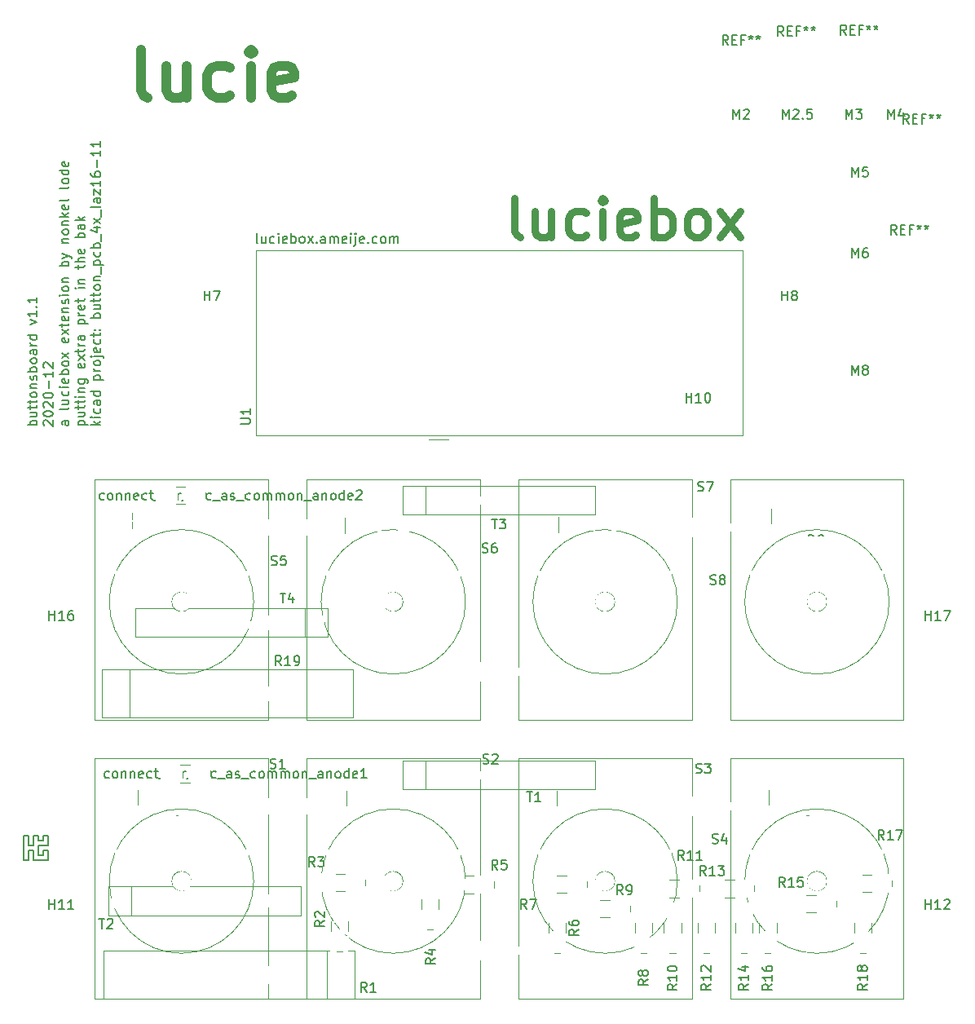
<source format=gto>
G04 #@! TF.GenerationSoftware,KiCad,Pcbnew,(5.1.5)-3*
G04 #@! TF.CreationDate,2020-12-12T23:50:59-08:00*
G04 #@! TF.ProjectId,button_pcb_4x_laz16-11_,62757474-6f6e-45f7-9063-625f34785f6c,rev?*
G04 #@! TF.SameCoordinates,Original*
G04 #@! TF.FileFunction,Legend,Top*
G04 #@! TF.FilePolarity,Positive*
%FSLAX46Y46*%
G04 Gerber Fmt 4.6, Leading zero omitted, Abs format (unit mm)*
G04 Created by KiCad (PCBNEW (5.1.5)-3) date 2020-12-12 23:50:59*
%MOMM*%
%LPD*%
G04 APERTURE LIST*
%ADD10C,0.150000*%
%ADD11C,1.000000*%
%ADD12C,0.750000*%
%ADD13C,0.120000*%
%ADD14C,0.100000*%
%ADD15C,6.400000*%
%ADD16C,5.300000*%
%ADD17C,3.200000*%
%ADD18C,2.700000*%
%ADD19C,2.200000*%
%ADD20C,4.300000*%
%ADD21C,2.000000*%
%ADD22R,4.000000X2.000000*%
%ADD23C,1.500000*%
%ADD24R,1.500000X1.500000*%
%ADD25O,1.200000X2.000000*%
%ADD26R,1.200000X2.000000*%
G04 APERTURE END LIST*
D10*
X640000Y16960000D02*
X640000Y14460000D01*
X1140000Y16960000D02*
X640000Y16960000D01*
X1140000Y15960000D02*
X1140000Y16960000D01*
X1640000Y15960000D02*
X1140000Y15960000D01*
X1640000Y16960000D02*
X1640000Y15960000D01*
X2140000Y16960000D02*
X1640000Y16960000D01*
X2140000Y16460000D02*
X2140000Y16960000D01*
X2640000Y16460000D02*
X2140000Y16460000D01*
X2640000Y16960000D02*
X2640000Y16460000D01*
X3140000Y16960000D02*
X2640000Y16960000D01*
X3140000Y15960000D02*
X3140000Y16960000D01*
X2140000Y15960000D02*
X3140000Y15960000D01*
X2140000Y14960000D02*
X2140000Y15960000D01*
X2640000Y14960000D02*
X2140000Y14960000D01*
X2640000Y15460000D02*
X2640000Y14960000D01*
X3140000Y15460000D02*
X2640000Y15460000D01*
X3140000Y14460000D02*
X3140000Y15460000D01*
X1640000Y14460000D02*
X3140000Y14460000D01*
X1640000Y15460000D02*
X1640000Y14460000D01*
X1140000Y15460000D02*
X1640000Y15460000D01*
X1140000Y14460000D02*
X1140000Y15460000D01*
X640000Y14460000D02*
X1140000Y14460000D01*
X86630476Y64807619D02*
X86630476Y65807619D01*
X86963809Y65093333D01*
X87297142Y65807619D01*
X87297142Y64807619D01*
X87916190Y65379047D02*
X87820952Y65426666D01*
X87773333Y65474285D01*
X87725714Y65569523D01*
X87725714Y65617142D01*
X87773333Y65712380D01*
X87820952Y65760000D01*
X87916190Y65807619D01*
X88106666Y65807619D01*
X88201904Y65760000D01*
X88249523Y65712380D01*
X88297142Y65617142D01*
X88297142Y65569523D01*
X88249523Y65474285D01*
X88201904Y65426666D01*
X88106666Y65379047D01*
X87916190Y65379047D01*
X87820952Y65331428D01*
X87773333Y65283809D01*
X87725714Y65188571D01*
X87725714Y64998095D01*
X87773333Y64902857D01*
X87820952Y64855238D01*
X87916190Y64807619D01*
X88106666Y64807619D01*
X88201904Y64855238D01*
X88249523Y64902857D01*
X88297142Y64998095D01*
X88297142Y65188571D01*
X88249523Y65283809D01*
X88201904Y65331428D01*
X88106666Y65379047D01*
X86630476Y77007619D02*
X86630476Y78007619D01*
X86963809Y77293333D01*
X87297142Y78007619D01*
X87297142Y77007619D01*
X88201904Y78007619D02*
X88011428Y78007619D01*
X87916190Y77960000D01*
X87868571Y77912380D01*
X87773333Y77769523D01*
X87725714Y77579047D01*
X87725714Y77198095D01*
X87773333Y77102857D01*
X87820952Y77055238D01*
X87916190Y77007619D01*
X88106666Y77007619D01*
X88201904Y77055238D01*
X88249523Y77102857D01*
X88297142Y77198095D01*
X88297142Y77436190D01*
X88249523Y77531428D01*
X88201904Y77579047D01*
X88106666Y77626666D01*
X87916190Y77626666D01*
X87820952Y77579047D01*
X87773333Y77531428D01*
X87725714Y77436190D01*
X86630476Y85407619D02*
X86630476Y86407619D01*
X86963809Y85693333D01*
X87297142Y86407619D01*
X87297142Y85407619D01*
X88249523Y86407619D02*
X87773333Y86407619D01*
X87725714Y85931428D01*
X87773333Y85979047D01*
X87868571Y86026666D01*
X88106666Y86026666D01*
X88201904Y85979047D01*
X88249523Y85931428D01*
X88297142Y85836190D01*
X88297142Y85598095D01*
X88249523Y85502857D01*
X88201904Y85455238D01*
X88106666Y85407619D01*
X87868571Y85407619D01*
X87773333Y85455238D01*
X87725714Y85502857D01*
X74282857Y91407619D02*
X74282857Y92407619D01*
X74616190Y91693333D01*
X74949523Y92407619D01*
X74949523Y91407619D01*
X75378095Y92312380D02*
X75425714Y92360000D01*
X75520952Y92407619D01*
X75759047Y92407619D01*
X75854285Y92360000D01*
X75901904Y92312380D01*
X75949523Y92217142D01*
X75949523Y92121904D01*
X75901904Y91979047D01*
X75330476Y91407619D01*
X75949523Y91407619D01*
X79425714Y91407619D02*
X79425714Y92407619D01*
X79759047Y91693333D01*
X80092380Y92407619D01*
X80092380Y91407619D01*
X80520952Y92312380D02*
X80568571Y92360000D01*
X80663809Y92407619D01*
X80901904Y92407619D01*
X80997142Y92360000D01*
X81044761Y92312380D01*
X81092380Y92217142D01*
X81092380Y92121904D01*
X81044761Y91979047D01*
X80473333Y91407619D01*
X81092380Y91407619D01*
X81520952Y91502857D02*
X81568571Y91455238D01*
X81520952Y91407619D01*
X81473333Y91455238D01*
X81520952Y91502857D01*
X81520952Y91407619D01*
X82473333Y92407619D02*
X81997142Y92407619D01*
X81949523Y91931428D01*
X81997142Y91979047D01*
X82092380Y92026666D01*
X82330476Y92026666D01*
X82425714Y91979047D01*
X82473333Y91931428D01*
X82520952Y91836190D01*
X82520952Y91598095D01*
X82473333Y91502857D01*
X82425714Y91455238D01*
X82330476Y91407619D01*
X82092380Y91407619D01*
X81997142Y91455238D01*
X81949523Y91502857D01*
X85997142Y91407619D02*
X85997142Y92407619D01*
X86330476Y91693333D01*
X86663809Y92407619D01*
X86663809Y91407619D01*
X87044761Y92407619D02*
X87663809Y92407619D01*
X87330476Y92026666D01*
X87473333Y92026666D01*
X87568571Y91979047D01*
X87616190Y91931428D01*
X87663809Y91836190D01*
X87663809Y91598095D01*
X87616190Y91502857D01*
X87568571Y91455238D01*
X87473333Y91407619D01*
X87187619Y91407619D01*
X87092380Y91455238D01*
X87044761Y91502857D01*
X90378095Y91407619D02*
X90378095Y92407619D01*
X90711428Y91693333D01*
X91044761Y92407619D01*
X91044761Y91407619D01*
X91949523Y92074285D02*
X91949523Y91407619D01*
X91711428Y92455238D02*
X91473333Y91740952D01*
X92092380Y91740952D01*
X1992380Y59595595D02*
X992380Y59595595D01*
X1373333Y59595595D02*
X1325714Y59690833D01*
X1325714Y59881309D01*
X1373333Y59976547D01*
X1420952Y60024166D01*
X1516190Y60071785D01*
X1801904Y60071785D01*
X1897142Y60024166D01*
X1944761Y59976547D01*
X1992380Y59881309D01*
X1992380Y59690833D01*
X1944761Y59595595D01*
X1325714Y60928928D02*
X1992380Y60928928D01*
X1325714Y60500357D02*
X1849523Y60500357D01*
X1944761Y60547976D01*
X1992380Y60643214D01*
X1992380Y60786071D01*
X1944761Y60881309D01*
X1897142Y60928928D01*
X1325714Y61262261D02*
X1325714Y61643214D01*
X992380Y61405119D02*
X1849523Y61405119D01*
X1944761Y61452738D01*
X1992380Y61547976D01*
X1992380Y61643214D01*
X1325714Y61833690D02*
X1325714Y62214642D01*
X992380Y61976547D02*
X1849523Y61976547D01*
X1944761Y62024166D01*
X1992380Y62119404D01*
X1992380Y62214642D01*
X1992380Y62690833D02*
X1944761Y62595595D01*
X1897142Y62547976D01*
X1801904Y62500357D01*
X1516190Y62500357D01*
X1420952Y62547976D01*
X1373333Y62595595D01*
X1325714Y62690833D01*
X1325714Y62833690D01*
X1373333Y62928928D01*
X1420952Y62976547D01*
X1516190Y63024166D01*
X1801904Y63024166D01*
X1897142Y62976547D01*
X1944761Y62928928D01*
X1992380Y62833690D01*
X1992380Y62690833D01*
X1325714Y63452738D02*
X1992380Y63452738D01*
X1420952Y63452738D02*
X1373333Y63500357D01*
X1325714Y63595595D01*
X1325714Y63738452D01*
X1373333Y63833690D01*
X1468571Y63881309D01*
X1992380Y63881309D01*
X1944761Y64309880D02*
X1992380Y64405119D01*
X1992380Y64595595D01*
X1944761Y64690833D01*
X1849523Y64738452D01*
X1801904Y64738452D01*
X1706666Y64690833D01*
X1659047Y64595595D01*
X1659047Y64452738D01*
X1611428Y64357500D01*
X1516190Y64309880D01*
X1468571Y64309880D01*
X1373333Y64357500D01*
X1325714Y64452738D01*
X1325714Y64595595D01*
X1373333Y64690833D01*
X1992380Y65167023D02*
X992380Y65167023D01*
X1373333Y65167023D02*
X1325714Y65262261D01*
X1325714Y65452738D01*
X1373333Y65547976D01*
X1420952Y65595595D01*
X1516190Y65643214D01*
X1801904Y65643214D01*
X1897142Y65595595D01*
X1944761Y65547976D01*
X1992380Y65452738D01*
X1992380Y65262261D01*
X1944761Y65167023D01*
X1992380Y66214642D02*
X1944761Y66119404D01*
X1897142Y66071785D01*
X1801904Y66024166D01*
X1516190Y66024166D01*
X1420952Y66071785D01*
X1373333Y66119404D01*
X1325714Y66214642D01*
X1325714Y66357500D01*
X1373333Y66452738D01*
X1420952Y66500357D01*
X1516190Y66547976D01*
X1801904Y66547976D01*
X1897142Y66500357D01*
X1944761Y66452738D01*
X1992380Y66357500D01*
X1992380Y66214642D01*
X1992380Y67405119D02*
X1468571Y67405119D01*
X1373333Y67357500D01*
X1325714Y67262261D01*
X1325714Y67071785D01*
X1373333Y66976547D01*
X1944761Y67405119D02*
X1992380Y67309880D01*
X1992380Y67071785D01*
X1944761Y66976547D01*
X1849523Y66928928D01*
X1754285Y66928928D01*
X1659047Y66976547D01*
X1611428Y67071785D01*
X1611428Y67309880D01*
X1563809Y67405119D01*
X1992380Y67881309D02*
X1325714Y67881309D01*
X1516190Y67881309D02*
X1420952Y67928928D01*
X1373333Y67976547D01*
X1325714Y68071785D01*
X1325714Y68167023D01*
X1992380Y68928928D02*
X992380Y68928928D01*
X1944761Y68928928D02*
X1992380Y68833690D01*
X1992380Y68643214D01*
X1944761Y68547976D01*
X1897142Y68500357D01*
X1801904Y68452738D01*
X1516190Y68452738D01*
X1420952Y68500357D01*
X1373333Y68547976D01*
X1325714Y68643214D01*
X1325714Y68833690D01*
X1373333Y68928928D01*
X1325714Y70071785D02*
X1992380Y70309880D01*
X1325714Y70547976D01*
X1992380Y71452738D02*
X1992380Y70881309D01*
X1992380Y71167023D02*
X992380Y71167023D01*
X1135238Y71071785D01*
X1230476Y70976547D01*
X1278095Y70881309D01*
X1897142Y71881309D02*
X1944761Y71928928D01*
X1992380Y71881309D01*
X1944761Y71833690D01*
X1897142Y71881309D01*
X1992380Y71881309D01*
X1992380Y72881309D02*
X1992380Y72309880D01*
X1992380Y72595595D02*
X992380Y72595595D01*
X1135238Y72500357D01*
X1230476Y72405119D01*
X1278095Y72309880D01*
X2737619Y59547976D02*
X2690000Y59595595D01*
X2642380Y59690833D01*
X2642380Y59928928D01*
X2690000Y60024166D01*
X2737619Y60071785D01*
X2832857Y60119404D01*
X2928095Y60119404D01*
X3070952Y60071785D01*
X3642380Y59500357D01*
X3642380Y60119404D01*
X2642380Y60738452D02*
X2642380Y60833690D01*
X2690000Y60928928D01*
X2737619Y60976547D01*
X2832857Y61024166D01*
X3023333Y61071785D01*
X3261428Y61071785D01*
X3451904Y61024166D01*
X3547142Y60976547D01*
X3594761Y60928928D01*
X3642380Y60833690D01*
X3642380Y60738452D01*
X3594761Y60643214D01*
X3547142Y60595595D01*
X3451904Y60547976D01*
X3261428Y60500357D01*
X3023333Y60500357D01*
X2832857Y60547976D01*
X2737619Y60595595D01*
X2690000Y60643214D01*
X2642380Y60738452D01*
X2737619Y61452738D02*
X2690000Y61500357D01*
X2642380Y61595595D01*
X2642380Y61833690D01*
X2690000Y61928928D01*
X2737619Y61976547D01*
X2832857Y62024166D01*
X2928095Y62024166D01*
X3070952Y61976547D01*
X3642380Y61405119D01*
X3642380Y62024166D01*
X2642380Y62643214D02*
X2642380Y62738452D01*
X2690000Y62833690D01*
X2737619Y62881309D01*
X2832857Y62928928D01*
X3023333Y62976547D01*
X3261428Y62976547D01*
X3451904Y62928928D01*
X3547142Y62881309D01*
X3594761Y62833690D01*
X3642380Y62738452D01*
X3642380Y62643214D01*
X3594761Y62547976D01*
X3547142Y62500357D01*
X3451904Y62452738D01*
X3261428Y62405119D01*
X3023333Y62405119D01*
X2832857Y62452738D01*
X2737619Y62500357D01*
X2690000Y62547976D01*
X2642380Y62643214D01*
X3261428Y63405119D02*
X3261428Y64167023D01*
X3642380Y65167023D02*
X3642380Y64595595D01*
X3642380Y64881309D02*
X2642380Y64881309D01*
X2785238Y64786071D01*
X2880476Y64690833D01*
X2928095Y64595595D01*
X2737619Y65547976D02*
X2690000Y65595595D01*
X2642380Y65690833D01*
X2642380Y65928928D01*
X2690000Y66024166D01*
X2737619Y66071785D01*
X2832857Y66119404D01*
X2928095Y66119404D01*
X3070952Y66071785D01*
X3642380Y65500357D01*
X3642380Y66119404D01*
X5292380Y60024166D02*
X4768571Y60024166D01*
X4673333Y59976547D01*
X4625714Y59881309D01*
X4625714Y59690833D01*
X4673333Y59595595D01*
X5244761Y60024166D02*
X5292380Y59928928D01*
X5292380Y59690833D01*
X5244761Y59595595D01*
X5149523Y59547976D01*
X5054285Y59547976D01*
X4959047Y59595595D01*
X4911428Y59690833D01*
X4911428Y59928928D01*
X4863809Y60024166D01*
X5292380Y61405119D02*
X5244761Y61309880D01*
X5149523Y61262261D01*
X4292380Y61262261D01*
X4625714Y62214642D02*
X5292380Y62214642D01*
X4625714Y61786071D02*
X5149523Y61786071D01*
X5244761Y61833690D01*
X5292380Y61928928D01*
X5292380Y62071785D01*
X5244761Y62167023D01*
X5197142Y62214642D01*
X5244761Y63119404D02*
X5292380Y63024166D01*
X5292380Y62833690D01*
X5244761Y62738452D01*
X5197142Y62690833D01*
X5101904Y62643214D01*
X4816190Y62643214D01*
X4720952Y62690833D01*
X4673333Y62738452D01*
X4625714Y62833690D01*
X4625714Y63024166D01*
X4673333Y63119404D01*
X5292380Y63547976D02*
X4625714Y63547976D01*
X4292380Y63547976D02*
X4340000Y63500357D01*
X4387619Y63547976D01*
X4340000Y63595595D01*
X4292380Y63547976D01*
X4387619Y63547976D01*
X5244761Y64405119D02*
X5292380Y64309880D01*
X5292380Y64119404D01*
X5244761Y64024166D01*
X5149523Y63976547D01*
X4768571Y63976547D01*
X4673333Y64024166D01*
X4625714Y64119404D01*
X4625714Y64309880D01*
X4673333Y64405119D01*
X4768571Y64452738D01*
X4863809Y64452738D01*
X4959047Y63976547D01*
X5292380Y64881309D02*
X4292380Y64881309D01*
X4673333Y64881309D02*
X4625714Y64976547D01*
X4625714Y65167023D01*
X4673333Y65262261D01*
X4720952Y65309880D01*
X4816190Y65357500D01*
X5101904Y65357500D01*
X5197142Y65309880D01*
X5244761Y65262261D01*
X5292380Y65167023D01*
X5292380Y64976547D01*
X5244761Y64881309D01*
X5292380Y65928928D02*
X5244761Y65833690D01*
X5197142Y65786071D01*
X5101904Y65738452D01*
X4816190Y65738452D01*
X4720952Y65786071D01*
X4673333Y65833690D01*
X4625714Y65928928D01*
X4625714Y66071785D01*
X4673333Y66167023D01*
X4720952Y66214642D01*
X4816190Y66262261D01*
X5101904Y66262261D01*
X5197142Y66214642D01*
X5244761Y66167023D01*
X5292380Y66071785D01*
X5292380Y65928928D01*
X5292380Y66595595D02*
X4625714Y67119404D01*
X4625714Y66595595D02*
X5292380Y67119404D01*
X5244761Y68643214D02*
X5292380Y68547976D01*
X5292380Y68357500D01*
X5244761Y68262261D01*
X5149523Y68214642D01*
X4768571Y68214642D01*
X4673333Y68262261D01*
X4625714Y68357500D01*
X4625714Y68547976D01*
X4673333Y68643214D01*
X4768571Y68690833D01*
X4863809Y68690833D01*
X4959047Y68214642D01*
X5292380Y69024166D02*
X4625714Y69547976D01*
X4625714Y69024166D02*
X5292380Y69547976D01*
X4625714Y69786071D02*
X4625714Y70167023D01*
X4292380Y69928928D02*
X5149523Y69928928D01*
X5244761Y69976547D01*
X5292380Y70071785D01*
X5292380Y70167023D01*
X5244761Y70881309D02*
X5292380Y70786071D01*
X5292380Y70595595D01*
X5244761Y70500357D01*
X5149523Y70452738D01*
X4768571Y70452738D01*
X4673333Y70500357D01*
X4625714Y70595595D01*
X4625714Y70786071D01*
X4673333Y70881309D01*
X4768571Y70928928D01*
X4863809Y70928928D01*
X4959047Y70452738D01*
X4625714Y71357500D02*
X5292380Y71357500D01*
X4720952Y71357500D02*
X4673333Y71405119D01*
X4625714Y71500357D01*
X4625714Y71643214D01*
X4673333Y71738452D01*
X4768571Y71786071D01*
X5292380Y71786071D01*
X5244761Y72214642D02*
X5292380Y72309880D01*
X5292380Y72500357D01*
X5244761Y72595595D01*
X5149523Y72643214D01*
X5101904Y72643214D01*
X5006666Y72595595D01*
X4959047Y72500357D01*
X4959047Y72357500D01*
X4911428Y72262261D01*
X4816190Y72214642D01*
X4768571Y72214642D01*
X4673333Y72262261D01*
X4625714Y72357500D01*
X4625714Y72500357D01*
X4673333Y72595595D01*
X5292380Y73071785D02*
X4625714Y73071785D01*
X4292380Y73071785D02*
X4340000Y73024166D01*
X4387619Y73071785D01*
X4340000Y73119404D01*
X4292380Y73071785D01*
X4387619Y73071785D01*
X5292380Y73690833D02*
X5244761Y73595595D01*
X5197142Y73547976D01*
X5101904Y73500357D01*
X4816190Y73500357D01*
X4720952Y73547976D01*
X4673333Y73595595D01*
X4625714Y73690833D01*
X4625714Y73833690D01*
X4673333Y73928928D01*
X4720952Y73976547D01*
X4816190Y74024166D01*
X5101904Y74024166D01*
X5197142Y73976547D01*
X5244761Y73928928D01*
X5292380Y73833690D01*
X5292380Y73690833D01*
X4625714Y74452738D02*
X5292380Y74452738D01*
X4720952Y74452738D02*
X4673333Y74500357D01*
X4625714Y74595595D01*
X4625714Y74738452D01*
X4673333Y74833690D01*
X4768571Y74881309D01*
X5292380Y74881309D01*
X5292380Y76119404D02*
X4292380Y76119404D01*
X4673333Y76119404D02*
X4625714Y76214642D01*
X4625714Y76405119D01*
X4673333Y76500357D01*
X4720952Y76547976D01*
X4816190Y76595595D01*
X5101904Y76595595D01*
X5197142Y76547976D01*
X5244761Y76500357D01*
X5292380Y76405119D01*
X5292380Y76214642D01*
X5244761Y76119404D01*
X4625714Y76928928D02*
X5292380Y77167023D01*
X4625714Y77405119D02*
X5292380Y77167023D01*
X5530476Y77071785D01*
X5578095Y77024166D01*
X5625714Y76928928D01*
X4625714Y78547976D02*
X5292380Y78547976D01*
X4720952Y78547976D02*
X4673333Y78595595D01*
X4625714Y78690833D01*
X4625714Y78833690D01*
X4673333Y78928928D01*
X4768571Y78976547D01*
X5292380Y78976547D01*
X5292380Y79595595D02*
X5244761Y79500357D01*
X5197142Y79452738D01*
X5101904Y79405119D01*
X4816190Y79405119D01*
X4720952Y79452738D01*
X4673333Y79500357D01*
X4625714Y79595595D01*
X4625714Y79738452D01*
X4673333Y79833690D01*
X4720952Y79881309D01*
X4816190Y79928928D01*
X5101904Y79928928D01*
X5197142Y79881309D01*
X5244761Y79833690D01*
X5292380Y79738452D01*
X5292380Y79595595D01*
X4625714Y80357500D02*
X5292380Y80357500D01*
X4720952Y80357500D02*
X4673333Y80405119D01*
X4625714Y80500357D01*
X4625714Y80643214D01*
X4673333Y80738452D01*
X4768571Y80786071D01*
X5292380Y80786071D01*
X5292380Y81262261D02*
X4292380Y81262261D01*
X4911428Y81357499D02*
X5292380Y81643214D01*
X4625714Y81643214D02*
X5006666Y81262261D01*
X5244761Y82452738D02*
X5292380Y82357499D01*
X5292380Y82167023D01*
X5244761Y82071785D01*
X5149523Y82024166D01*
X4768571Y82024166D01*
X4673333Y82071785D01*
X4625714Y82167023D01*
X4625714Y82357499D01*
X4673333Y82452738D01*
X4768571Y82500357D01*
X4863809Y82500357D01*
X4959047Y82024166D01*
X5292380Y83071785D02*
X5244761Y82976547D01*
X5149523Y82928928D01*
X4292380Y82928928D01*
X5292380Y84357499D02*
X5244761Y84262261D01*
X5149523Y84214642D01*
X4292380Y84214642D01*
X5292380Y84881309D02*
X5244761Y84786071D01*
X5197142Y84738452D01*
X5101904Y84690833D01*
X4816190Y84690833D01*
X4720952Y84738452D01*
X4673333Y84786071D01*
X4625714Y84881309D01*
X4625714Y85024166D01*
X4673333Y85119404D01*
X4720952Y85167023D01*
X4816190Y85214642D01*
X5101904Y85214642D01*
X5197142Y85167023D01*
X5244761Y85119404D01*
X5292380Y85024166D01*
X5292380Y84881309D01*
X5292380Y86071785D02*
X4292380Y86071785D01*
X5244761Y86071785D02*
X5292380Y85976547D01*
X5292380Y85786071D01*
X5244761Y85690833D01*
X5197142Y85643214D01*
X5101904Y85595595D01*
X4816190Y85595595D01*
X4720952Y85643214D01*
X4673333Y85690833D01*
X4625714Y85786071D01*
X4625714Y85976547D01*
X4673333Y86071785D01*
X5244761Y86928928D02*
X5292380Y86833690D01*
X5292380Y86643214D01*
X5244761Y86547976D01*
X5149523Y86500357D01*
X4768571Y86500357D01*
X4673333Y86547976D01*
X4625714Y86643214D01*
X4625714Y86833690D01*
X4673333Y86928928D01*
X4768571Y86976547D01*
X4863809Y86976547D01*
X4959047Y86500357D01*
X6275714Y59595595D02*
X7275714Y59595595D01*
X6323333Y59595595D02*
X6275714Y59690833D01*
X6275714Y59881309D01*
X6323333Y59976547D01*
X6370952Y60024166D01*
X6466190Y60071785D01*
X6751904Y60071785D01*
X6847142Y60024166D01*
X6894761Y59976547D01*
X6942380Y59881309D01*
X6942380Y59690833D01*
X6894761Y59595595D01*
X6275714Y60928928D02*
X6942380Y60928928D01*
X6275714Y60500357D02*
X6799523Y60500357D01*
X6894761Y60547976D01*
X6942380Y60643214D01*
X6942380Y60786071D01*
X6894761Y60881309D01*
X6847142Y60928928D01*
X6275714Y61262261D02*
X6275714Y61643214D01*
X5942380Y61405119D02*
X6799523Y61405119D01*
X6894761Y61452738D01*
X6942380Y61547976D01*
X6942380Y61643214D01*
X6275714Y61833690D02*
X6275714Y62214642D01*
X5942380Y61976547D02*
X6799523Y61976547D01*
X6894761Y62024166D01*
X6942380Y62119404D01*
X6942380Y62214642D01*
X6942380Y62547976D02*
X6275714Y62547976D01*
X5942380Y62547976D02*
X5990000Y62500357D01*
X6037619Y62547976D01*
X5990000Y62595595D01*
X5942380Y62547976D01*
X6037619Y62547976D01*
X6275714Y63024166D02*
X6942380Y63024166D01*
X6370952Y63024166D02*
X6323333Y63071785D01*
X6275714Y63167023D01*
X6275714Y63309880D01*
X6323333Y63405119D01*
X6418571Y63452738D01*
X6942380Y63452738D01*
X6275714Y64357500D02*
X7085238Y64357500D01*
X7180476Y64309880D01*
X7228095Y64262261D01*
X7275714Y64167023D01*
X7275714Y64024166D01*
X7228095Y63928928D01*
X6894761Y64357500D02*
X6942380Y64262261D01*
X6942380Y64071785D01*
X6894761Y63976547D01*
X6847142Y63928928D01*
X6751904Y63881309D01*
X6466190Y63881309D01*
X6370952Y63928928D01*
X6323333Y63976547D01*
X6275714Y64071785D01*
X6275714Y64262261D01*
X6323333Y64357500D01*
X6894761Y65976547D02*
X6942380Y65881309D01*
X6942380Y65690833D01*
X6894761Y65595595D01*
X6799523Y65547976D01*
X6418571Y65547976D01*
X6323333Y65595595D01*
X6275714Y65690833D01*
X6275714Y65881309D01*
X6323333Y65976547D01*
X6418571Y66024166D01*
X6513809Y66024166D01*
X6609047Y65547976D01*
X6942380Y66357500D02*
X6275714Y66881309D01*
X6275714Y66357500D02*
X6942380Y66881309D01*
X6275714Y67119404D02*
X6275714Y67500357D01*
X5942380Y67262261D02*
X6799523Y67262261D01*
X6894761Y67309880D01*
X6942380Y67405119D01*
X6942380Y67500357D01*
X6942380Y67833690D02*
X6275714Y67833690D01*
X6466190Y67833690D02*
X6370952Y67881309D01*
X6323333Y67928928D01*
X6275714Y68024166D01*
X6275714Y68119404D01*
X6942380Y68881309D02*
X6418571Y68881309D01*
X6323333Y68833690D01*
X6275714Y68738452D01*
X6275714Y68547976D01*
X6323333Y68452738D01*
X6894761Y68881309D02*
X6942380Y68786071D01*
X6942380Y68547976D01*
X6894761Y68452738D01*
X6799523Y68405119D01*
X6704285Y68405119D01*
X6609047Y68452738D01*
X6561428Y68547976D01*
X6561428Y68786071D01*
X6513809Y68881309D01*
X6275714Y70119404D02*
X7275714Y70119404D01*
X6323333Y70119404D02*
X6275714Y70214642D01*
X6275714Y70405119D01*
X6323333Y70500357D01*
X6370952Y70547976D01*
X6466190Y70595595D01*
X6751904Y70595595D01*
X6847142Y70547976D01*
X6894761Y70500357D01*
X6942380Y70405119D01*
X6942380Y70214642D01*
X6894761Y70119404D01*
X6942380Y71024166D02*
X6275714Y71024166D01*
X6466190Y71024166D02*
X6370952Y71071785D01*
X6323333Y71119404D01*
X6275714Y71214642D01*
X6275714Y71309880D01*
X6894761Y72024166D02*
X6942380Y71928928D01*
X6942380Y71738452D01*
X6894761Y71643214D01*
X6799523Y71595595D01*
X6418571Y71595595D01*
X6323333Y71643214D01*
X6275714Y71738452D01*
X6275714Y71928928D01*
X6323333Y72024166D01*
X6418571Y72071785D01*
X6513809Y72071785D01*
X6609047Y71595595D01*
X6275714Y72357500D02*
X6275714Y72738452D01*
X5942380Y72500357D02*
X6799523Y72500357D01*
X6894761Y72547976D01*
X6942380Y72643214D01*
X6942380Y72738452D01*
X6942380Y73833690D02*
X6275714Y73833690D01*
X5942380Y73833690D02*
X5990000Y73786071D01*
X6037619Y73833690D01*
X5990000Y73881309D01*
X5942380Y73833690D01*
X6037619Y73833690D01*
X6275714Y74309880D02*
X6942380Y74309880D01*
X6370952Y74309880D02*
X6323333Y74357500D01*
X6275714Y74452738D01*
X6275714Y74595595D01*
X6323333Y74690833D01*
X6418571Y74738452D01*
X6942380Y74738452D01*
X6275714Y75833690D02*
X6275714Y76214642D01*
X5942380Y75976547D02*
X6799523Y75976547D01*
X6894761Y76024166D01*
X6942380Y76119404D01*
X6942380Y76214642D01*
X6942380Y76547976D02*
X5942380Y76547976D01*
X6942380Y76976547D02*
X6418571Y76976547D01*
X6323333Y76928928D01*
X6275714Y76833690D01*
X6275714Y76690833D01*
X6323333Y76595595D01*
X6370952Y76547976D01*
X6894761Y77833690D02*
X6942380Y77738452D01*
X6942380Y77547976D01*
X6894761Y77452738D01*
X6799523Y77405119D01*
X6418571Y77405119D01*
X6323333Y77452738D01*
X6275714Y77547976D01*
X6275714Y77738452D01*
X6323333Y77833690D01*
X6418571Y77881309D01*
X6513809Y77881309D01*
X6609047Y77405119D01*
X6942380Y79071785D02*
X5942380Y79071785D01*
X6323333Y79071785D02*
X6275714Y79167023D01*
X6275714Y79357500D01*
X6323333Y79452738D01*
X6370952Y79500357D01*
X6466190Y79547976D01*
X6751904Y79547976D01*
X6847142Y79500357D01*
X6894761Y79452738D01*
X6942380Y79357500D01*
X6942380Y79167023D01*
X6894761Y79071785D01*
X6942380Y80405119D02*
X6418571Y80405119D01*
X6323333Y80357500D01*
X6275714Y80262261D01*
X6275714Y80071785D01*
X6323333Y79976547D01*
X6894761Y80405119D02*
X6942380Y80309880D01*
X6942380Y80071785D01*
X6894761Y79976547D01*
X6799523Y79928928D01*
X6704285Y79928928D01*
X6609047Y79976547D01*
X6561428Y80071785D01*
X6561428Y80309880D01*
X6513809Y80405119D01*
X6942380Y80881309D02*
X5942380Y80881309D01*
X6561428Y80976547D02*
X6942380Y81262261D01*
X6275714Y81262261D02*
X6656666Y80881309D01*
X8592380Y59595595D02*
X7592380Y59595595D01*
X8211428Y59690833D02*
X8592380Y59976547D01*
X7925714Y59976547D02*
X8306666Y59595595D01*
X8592380Y60405119D02*
X7925714Y60405119D01*
X7592380Y60405119D02*
X7640000Y60357500D01*
X7687619Y60405119D01*
X7640000Y60452738D01*
X7592380Y60405119D01*
X7687619Y60405119D01*
X8544761Y61309880D02*
X8592380Y61214642D01*
X8592380Y61024166D01*
X8544761Y60928928D01*
X8497142Y60881309D01*
X8401904Y60833690D01*
X8116190Y60833690D01*
X8020952Y60881309D01*
X7973333Y60928928D01*
X7925714Y61024166D01*
X7925714Y61214642D01*
X7973333Y61309880D01*
X8592380Y62167023D02*
X8068571Y62167023D01*
X7973333Y62119404D01*
X7925714Y62024166D01*
X7925714Y61833690D01*
X7973333Y61738452D01*
X8544761Y62167023D02*
X8592380Y62071785D01*
X8592380Y61833690D01*
X8544761Y61738452D01*
X8449523Y61690833D01*
X8354285Y61690833D01*
X8259047Y61738452D01*
X8211428Y61833690D01*
X8211428Y62071785D01*
X8163809Y62167023D01*
X8592380Y63071785D02*
X7592380Y63071785D01*
X8544761Y63071785D02*
X8592380Y62976547D01*
X8592380Y62786071D01*
X8544761Y62690833D01*
X8497142Y62643214D01*
X8401904Y62595595D01*
X8116190Y62595595D01*
X8020952Y62643214D01*
X7973333Y62690833D01*
X7925714Y62786071D01*
X7925714Y62976547D01*
X7973333Y63071785D01*
X7925714Y64309880D02*
X8925714Y64309880D01*
X7973333Y64309880D02*
X7925714Y64405119D01*
X7925714Y64595595D01*
X7973333Y64690833D01*
X8020952Y64738452D01*
X8116190Y64786071D01*
X8401904Y64786071D01*
X8497142Y64738452D01*
X8544761Y64690833D01*
X8592380Y64595595D01*
X8592380Y64405119D01*
X8544761Y64309880D01*
X8592380Y65214642D02*
X7925714Y65214642D01*
X8116190Y65214642D02*
X8020952Y65262261D01*
X7973333Y65309880D01*
X7925714Y65405119D01*
X7925714Y65500357D01*
X8592380Y65976547D02*
X8544761Y65881309D01*
X8497142Y65833690D01*
X8401904Y65786071D01*
X8116190Y65786071D01*
X8020952Y65833690D01*
X7973333Y65881309D01*
X7925714Y65976547D01*
X7925714Y66119404D01*
X7973333Y66214642D01*
X8020952Y66262261D01*
X8116190Y66309880D01*
X8401904Y66309880D01*
X8497142Y66262261D01*
X8544761Y66214642D01*
X8592380Y66119404D01*
X8592380Y65976547D01*
X7925714Y66738452D02*
X8782857Y66738452D01*
X8878095Y66690833D01*
X8925714Y66595595D01*
X8925714Y66547976D01*
X7592380Y66738452D02*
X7640000Y66690833D01*
X7687619Y66738452D01*
X7640000Y66786071D01*
X7592380Y66738452D01*
X7687619Y66738452D01*
X8544761Y67595595D02*
X8592380Y67500357D01*
X8592380Y67309880D01*
X8544761Y67214642D01*
X8449523Y67167023D01*
X8068571Y67167023D01*
X7973333Y67214642D01*
X7925714Y67309880D01*
X7925714Y67500357D01*
X7973333Y67595595D01*
X8068571Y67643214D01*
X8163809Y67643214D01*
X8259047Y67167023D01*
X8544761Y68500357D02*
X8592380Y68405119D01*
X8592380Y68214642D01*
X8544761Y68119404D01*
X8497142Y68071785D01*
X8401904Y68024166D01*
X8116190Y68024166D01*
X8020952Y68071785D01*
X7973333Y68119404D01*
X7925714Y68214642D01*
X7925714Y68405119D01*
X7973333Y68500357D01*
X7925714Y68786071D02*
X7925714Y69167023D01*
X7592380Y68928928D02*
X8449523Y68928928D01*
X8544761Y68976547D01*
X8592380Y69071785D01*
X8592380Y69167023D01*
X8497142Y69500357D02*
X8544761Y69547976D01*
X8592380Y69500357D01*
X8544761Y69452738D01*
X8497142Y69500357D01*
X8592380Y69500357D01*
X7973333Y69500357D02*
X8020952Y69547976D01*
X8068571Y69500357D01*
X8020952Y69452738D01*
X7973333Y69500357D01*
X8068571Y69500357D01*
X8592380Y70738452D02*
X7592380Y70738452D01*
X7973333Y70738452D02*
X7925714Y70833690D01*
X7925714Y71024166D01*
X7973333Y71119404D01*
X8020952Y71167023D01*
X8116190Y71214642D01*
X8401904Y71214642D01*
X8497142Y71167023D01*
X8544761Y71119404D01*
X8592380Y71024166D01*
X8592380Y70833690D01*
X8544761Y70738452D01*
X7925714Y72071785D02*
X8592380Y72071785D01*
X7925714Y71643214D02*
X8449523Y71643214D01*
X8544761Y71690833D01*
X8592380Y71786071D01*
X8592380Y71928928D01*
X8544761Y72024166D01*
X8497142Y72071785D01*
X7925714Y72405119D02*
X7925714Y72786071D01*
X7592380Y72547976D02*
X8449523Y72547976D01*
X8544761Y72595595D01*
X8592380Y72690833D01*
X8592380Y72786071D01*
X7925714Y72976547D02*
X7925714Y73357500D01*
X7592380Y73119404D02*
X8449523Y73119404D01*
X8544761Y73167023D01*
X8592380Y73262261D01*
X8592380Y73357500D01*
X8592380Y73833690D02*
X8544761Y73738452D01*
X8497142Y73690833D01*
X8401904Y73643214D01*
X8116190Y73643214D01*
X8020952Y73690833D01*
X7973333Y73738452D01*
X7925714Y73833690D01*
X7925714Y73976547D01*
X7973333Y74071785D01*
X8020952Y74119404D01*
X8116190Y74167023D01*
X8401904Y74167023D01*
X8497142Y74119404D01*
X8544761Y74071785D01*
X8592380Y73976547D01*
X8592380Y73833690D01*
X7925714Y74595595D02*
X8592380Y74595595D01*
X8020952Y74595595D02*
X7973333Y74643214D01*
X7925714Y74738452D01*
X7925714Y74881309D01*
X7973333Y74976547D01*
X8068571Y75024166D01*
X8592380Y75024166D01*
X8687619Y75262261D02*
X8687619Y76024166D01*
X7925714Y76262261D02*
X8925714Y76262261D01*
X7973333Y76262261D02*
X7925714Y76357500D01*
X7925714Y76547976D01*
X7973333Y76643214D01*
X8020952Y76690833D01*
X8116190Y76738452D01*
X8401904Y76738452D01*
X8497142Y76690833D01*
X8544761Y76643214D01*
X8592380Y76547976D01*
X8592380Y76357500D01*
X8544761Y76262261D01*
X8544761Y77595595D02*
X8592380Y77500357D01*
X8592380Y77309880D01*
X8544761Y77214642D01*
X8497142Y77167023D01*
X8401904Y77119404D01*
X8116190Y77119404D01*
X8020952Y77167023D01*
X7973333Y77214642D01*
X7925714Y77309880D01*
X7925714Y77500357D01*
X7973333Y77595595D01*
X8592380Y78024166D02*
X7592380Y78024166D01*
X7973333Y78024166D02*
X7925714Y78119404D01*
X7925714Y78309880D01*
X7973333Y78405119D01*
X8020952Y78452738D01*
X8116190Y78500357D01*
X8401904Y78500357D01*
X8497142Y78452738D01*
X8544761Y78405119D01*
X8592380Y78309880D01*
X8592380Y78119404D01*
X8544761Y78024166D01*
X8687619Y78690833D02*
X8687619Y79452738D01*
X7925714Y80119404D02*
X8592380Y80119404D01*
X7544761Y79881309D02*
X8259047Y79643214D01*
X8259047Y80262261D01*
X8592380Y80547976D02*
X7925714Y81071785D01*
X7925714Y80547976D02*
X8592380Y81071785D01*
X8687619Y81214642D02*
X8687619Y81976547D01*
X8592380Y82357500D02*
X8544761Y82262261D01*
X8449523Y82214642D01*
X7592380Y82214642D01*
X8592380Y83167023D02*
X8068571Y83167023D01*
X7973333Y83119404D01*
X7925714Y83024166D01*
X7925714Y82833690D01*
X7973333Y82738452D01*
X8544761Y83167023D02*
X8592380Y83071785D01*
X8592380Y82833690D01*
X8544761Y82738452D01*
X8449523Y82690833D01*
X8354285Y82690833D01*
X8259047Y82738452D01*
X8211428Y82833690D01*
X8211428Y83071785D01*
X8163809Y83167023D01*
X7925714Y83547976D02*
X7925714Y84071785D01*
X8592380Y83547976D01*
X8592380Y84071785D01*
X8592380Y84976547D02*
X8592380Y84405119D01*
X8592380Y84690833D02*
X7592380Y84690833D01*
X7735238Y84595595D01*
X7830476Y84500357D01*
X7878095Y84405119D01*
X7592380Y85833690D02*
X7592380Y85643214D01*
X7640000Y85547976D01*
X7687619Y85500357D01*
X7830476Y85405119D01*
X8020952Y85357499D01*
X8401904Y85357499D01*
X8497142Y85405119D01*
X8544761Y85452738D01*
X8592380Y85547976D01*
X8592380Y85738452D01*
X8544761Y85833690D01*
X8497142Y85881309D01*
X8401904Y85928928D01*
X8163809Y85928928D01*
X8068571Y85881309D01*
X8020952Y85833690D01*
X7973333Y85738452D01*
X7973333Y85547976D01*
X8020952Y85452738D01*
X8068571Y85405119D01*
X8163809Y85357499D01*
X8211428Y86357499D02*
X8211428Y87119404D01*
X8592380Y88119404D02*
X8592380Y87547976D01*
X8592380Y87833690D02*
X7592380Y87833690D01*
X7735238Y87738452D01*
X7830476Y87643214D01*
X7878095Y87547976D01*
X8592380Y89071785D02*
X8592380Y88500357D01*
X8592380Y88786071D02*
X7592380Y88786071D01*
X7735238Y88690833D01*
X7830476Y88595595D01*
X7878095Y88500357D01*
D11*
X13497142Y93598095D02*
X13020952Y93836190D01*
X12782857Y94312380D01*
X12782857Y98598095D01*
X17544761Y96931428D02*
X17544761Y93598095D01*
X15401904Y96931428D02*
X15401904Y94312380D01*
X15639999Y93836190D01*
X16116190Y93598095D01*
X16830476Y93598095D01*
X17306666Y93836190D01*
X17544761Y94074285D01*
X22068571Y93836190D02*
X21592380Y93598095D01*
X20640000Y93598095D01*
X20163809Y93836190D01*
X19925714Y94074285D01*
X19687619Y94550476D01*
X19687619Y95979047D01*
X19925714Y96455238D01*
X20163809Y96693333D01*
X20640000Y96931428D01*
X21592380Y96931428D01*
X22068571Y96693333D01*
X24211428Y93598095D02*
X24211428Y96931428D01*
X24211428Y98598095D02*
X23973333Y98360000D01*
X24211428Y98121904D01*
X24449523Y98360000D01*
X24211428Y98598095D01*
X24211428Y98121904D01*
X28497142Y93836190D02*
X28020952Y93598095D01*
X27068571Y93598095D01*
X26592380Y93836190D01*
X26354285Y94312380D01*
X26354285Y96217142D01*
X26592380Y96693333D01*
X27068571Y96931428D01*
X28020952Y96931428D01*
X28497142Y96693333D01*
X28735238Y96217142D01*
X28735238Y95740952D01*
X26354285Y95264761D01*
D12*
X52187619Y79150476D02*
X51806666Y79340952D01*
X51616190Y79721904D01*
X51616190Y83150476D01*
X55425714Y81817142D02*
X55425714Y79150476D01*
X53711428Y81817142D02*
X53711428Y79721904D01*
X53901904Y79340952D01*
X54282857Y79150476D01*
X54854285Y79150476D01*
X55235238Y79340952D01*
X55425714Y79531428D01*
X59044761Y79340952D02*
X58663809Y79150476D01*
X57901904Y79150476D01*
X57520952Y79340952D01*
X57330476Y79531428D01*
X57140000Y79912380D01*
X57140000Y81055238D01*
X57330476Y81436190D01*
X57520952Y81626666D01*
X57901904Y81817142D01*
X58663809Y81817142D01*
X59044761Y81626666D01*
X60759047Y79150476D02*
X60759047Y81817142D01*
X60759047Y83150476D02*
X60568571Y82960000D01*
X60759047Y82769523D01*
X60949523Y82960000D01*
X60759047Y83150476D01*
X60759047Y82769523D01*
X64187619Y79340952D02*
X63806666Y79150476D01*
X63044761Y79150476D01*
X62663809Y79340952D01*
X62473333Y79721904D01*
X62473333Y81245714D01*
X62663809Y81626666D01*
X63044761Y81817142D01*
X63806666Y81817142D01*
X64187619Y81626666D01*
X64378095Y81245714D01*
X64378095Y80864761D01*
X62473333Y80483809D01*
X66092380Y79150476D02*
X66092380Y83150476D01*
X66092380Y81626666D02*
X66473333Y81817142D01*
X67235238Y81817142D01*
X67616190Y81626666D01*
X67806666Y81436190D01*
X67997142Y81055238D01*
X67997142Y79912380D01*
X67806666Y79531428D01*
X67616190Y79340952D01*
X67235238Y79150476D01*
X66473333Y79150476D01*
X66092380Y79340952D01*
X70282857Y79150476D02*
X69901904Y79340952D01*
X69711428Y79531428D01*
X69520952Y79912380D01*
X69520952Y81055238D01*
X69711428Y81436190D01*
X69901904Y81626666D01*
X70282857Y81817142D01*
X70854285Y81817142D01*
X71235238Y81626666D01*
X71425714Y81436190D01*
X71616190Y81055238D01*
X71616190Y79912380D01*
X71425714Y79531428D01*
X71235238Y79340952D01*
X70854285Y79150476D01*
X70282857Y79150476D01*
X72949523Y79150476D02*
X75044761Y81817142D01*
X72949523Y81817142D02*
X75044761Y79150476D01*
D10*
X24925714Y78507619D02*
X24830476Y78555238D01*
X24782857Y78650476D01*
X24782857Y79507619D01*
X25735238Y79174285D02*
X25735238Y78507619D01*
X25306666Y79174285D02*
X25306666Y78650476D01*
X25354285Y78555238D01*
X25449523Y78507619D01*
X25592380Y78507619D01*
X25687619Y78555238D01*
X25735238Y78602857D01*
X26640000Y78555238D02*
X26544761Y78507619D01*
X26354285Y78507619D01*
X26259047Y78555238D01*
X26211428Y78602857D01*
X26163809Y78698095D01*
X26163809Y78983809D01*
X26211428Y79079047D01*
X26259047Y79126666D01*
X26354285Y79174285D01*
X26544761Y79174285D01*
X26640000Y79126666D01*
X27068571Y78507619D02*
X27068571Y79174285D01*
X27068571Y79507619D02*
X27020952Y79460000D01*
X27068571Y79412380D01*
X27116190Y79460000D01*
X27068571Y79507619D01*
X27068571Y79412380D01*
X27925714Y78555238D02*
X27830476Y78507619D01*
X27640000Y78507619D01*
X27544761Y78555238D01*
X27497142Y78650476D01*
X27497142Y79031428D01*
X27544761Y79126666D01*
X27640000Y79174285D01*
X27830476Y79174285D01*
X27925714Y79126666D01*
X27973333Y79031428D01*
X27973333Y78936190D01*
X27497142Y78840952D01*
X28401904Y78507619D02*
X28401904Y79507619D01*
X28401904Y79126666D02*
X28497142Y79174285D01*
X28687619Y79174285D01*
X28782857Y79126666D01*
X28830476Y79079047D01*
X28878095Y78983809D01*
X28878095Y78698095D01*
X28830476Y78602857D01*
X28782857Y78555238D01*
X28687619Y78507619D01*
X28497142Y78507619D01*
X28401904Y78555238D01*
X29449523Y78507619D02*
X29354285Y78555238D01*
X29306666Y78602857D01*
X29259047Y78698095D01*
X29259047Y78983809D01*
X29306666Y79079047D01*
X29354285Y79126666D01*
X29449523Y79174285D01*
X29592380Y79174285D01*
X29687619Y79126666D01*
X29735238Y79079047D01*
X29782857Y78983809D01*
X29782857Y78698095D01*
X29735238Y78602857D01*
X29687619Y78555238D01*
X29592380Y78507619D01*
X29449523Y78507619D01*
X30116190Y78507619D02*
X30640000Y79174285D01*
X30116190Y79174285D02*
X30640000Y78507619D01*
X31020952Y78602857D02*
X31068571Y78555238D01*
X31020952Y78507619D01*
X30973333Y78555238D01*
X31020952Y78602857D01*
X31020952Y78507619D01*
X31925714Y78507619D02*
X31925714Y79031428D01*
X31878095Y79126666D01*
X31782857Y79174285D01*
X31592380Y79174285D01*
X31497142Y79126666D01*
X31925714Y78555238D02*
X31830476Y78507619D01*
X31592380Y78507619D01*
X31497142Y78555238D01*
X31449523Y78650476D01*
X31449523Y78745714D01*
X31497142Y78840952D01*
X31592380Y78888571D01*
X31830476Y78888571D01*
X31925714Y78936190D01*
X32401904Y78507619D02*
X32401904Y79174285D01*
X32401904Y79079047D02*
X32449523Y79126666D01*
X32544761Y79174285D01*
X32687619Y79174285D01*
X32782857Y79126666D01*
X32830476Y79031428D01*
X32830476Y78507619D01*
X32830476Y79031428D02*
X32878095Y79126666D01*
X32973333Y79174285D01*
X33116190Y79174285D01*
X33211428Y79126666D01*
X33259047Y79031428D01*
X33259047Y78507619D01*
X34116190Y78555238D02*
X34020952Y78507619D01*
X33830476Y78507619D01*
X33735238Y78555238D01*
X33687619Y78650476D01*
X33687619Y79031428D01*
X33735238Y79126666D01*
X33830476Y79174285D01*
X34020952Y79174285D01*
X34116190Y79126666D01*
X34163809Y79031428D01*
X34163809Y78936190D01*
X33687619Y78840952D01*
X34592380Y78507619D02*
X34592380Y79174285D01*
X34592380Y79507619D02*
X34544761Y79460000D01*
X34592380Y79412380D01*
X34640000Y79460000D01*
X34592380Y79507619D01*
X34592380Y79412380D01*
X35068571Y79174285D02*
X35068571Y78317142D01*
X35020952Y78221904D01*
X34925714Y78174285D01*
X34878095Y78174285D01*
X35068571Y79507619D02*
X35020952Y79460000D01*
X35068571Y79412380D01*
X35116190Y79460000D01*
X35068571Y79507619D01*
X35068571Y79412380D01*
X35925714Y78555238D02*
X35830476Y78507619D01*
X35640000Y78507619D01*
X35544761Y78555238D01*
X35497142Y78650476D01*
X35497142Y79031428D01*
X35544761Y79126666D01*
X35640000Y79174285D01*
X35830476Y79174285D01*
X35925714Y79126666D01*
X35973333Y79031428D01*
X35973333Y78936190D01*
X35497142Y78840952D01*
X36401904Y78602857D02*
X36449523Y78555238D01*
X36401904Y78507619D01*
X36354285Y78555238D01*
X36401904Y78602857D01*
X36401904Y78507619D01*
X37306666Y78555238D02*
X37211428Y78507619D01*
X37020952Y78507619D01*
X36925714Y78555238D01*
X36878095Y78602857D01*
X36830476Y78698095D01*
X36830476Y78983809D01*
X36878095Y79079047D01*
X36925714Y79126666D01*
X37020952Y79174285D01*
X37211428Y79174285D01*
X37306666Y79126666D01*
X37878095Y78507619D02*
X37782857Y78555238D01*
X37735238Y78602857D01*
X37687619Y78698095D01*
X37687619Y78983809D01*
X37735238Y79079047D01*
X37782857Y79126666D01*
X37878095Y79174285D01*
X38020952Y79174285D01*
X38116190Y79126666D01*
X38163809Y79079047D01*
X38211428Y78983809D01*
X38211428Y78698095D01*
X38163809Y78602857D01*
X38116190Y78555238D01*
X38020952Y78507619D01*
X37878095Y78507619D01*
X38639999Y78507619D02*
X38639999Y79174285D01*
X38639999Y79079047D02*
X38687619Y79126666D01*
X38782857Y79174285D01*
X38925714Y79174285D01*
X39020952Y79126666D01*
X39068571Y79031428D01*
X39068571Y78507619D01*
X39068571Y79031428D02*
X39116190Y79126666D01*
X39211428Y79174285D01*
X39354285Y79174285D01*
X39449523Y79126666D01*
X39497142Y79031428D01*
X39497142Y78507619D01*
D13*
X78260000Y49390000D02*
X78260000Y50940000D01*
X56150000Y48480000D02*
X56150000Y50030000D01*
X33990000Y48410000D02*
X33990000Y49960000D01*
X11830000Y48910000D02*
X11830000Y50460000D01*
X77990000Y20160000D02*
X77990000Y21710000D01*
X55990000Y20076000D02*
X55990000Y21626000D01*
X34100000Y20070000D02*
X34100000Y21620000D01*
X12490000Y20160000D02*
X12490000Y21710000D01*
X18001249Y12250000D02*
G75*
G03X18001249Y12250000I-1001249J0D01*
G01*
X24500000Y12250000D02*
G75*
G03X24500000Y12250000I-7500000J0D01*
G01*
X8000000Y25000000D02*
X8000000Y24000000D01*
X26000000Y25000000D02*
X26000000Y24000000D01*
X8000000Y0D02*
X8000000Y24000000D01*
X26000000Y0D02*
X8000000Y0D01*
X26000000Y24000000D02*
X26000000Y0D01*
X8000000Y25000000D02*
X26000000Y25000000D01*
D14*
X34300000Y7566000D02*
X34300000Y7066000D01*
X34300000Y7566000D02*
X34300000Y8066000D01*
X32500000Y7566000D02*
X32500000Y7066000D01*
X32500000Y7566000D02*
X32500000Y8066000D01*
X33700000Y10166000D02*
X33100000Y10166000D01*
X33700000Y4966000D02*
X33100000Y4966000D01*
D13*
X42690000Y58120000D02*
X44690000Y58120000D01*
X75310000Y77740000D02*
X24770000Y77740000D01*
X75310000Y58500000D02*
X75310000Y77740000D01*
X24770000Y58500000D02*
X75310000Y58500000D01*
X24770000Y58500000D02*
X24770000Y77740000D01*
X29820000Y37600000D02*
X29820000Y40600000D01*
X32190000Y40600000D02*
X32190000Y37600000D01*
X12210000Y40600000D02*
X32190000Y40600000D01*
X12210000Y37600000D02*
X12210000Y40600000D01*
X32190000Y37600000D02*
X12210000Y37600000D01*
X42380000Y53300000D02*
X42380000Y50300000D01*
X40010000Y50300000D02*
X40010000Y53300000D01*
X59990000Y50300000D02*
X40010000Y50300000D01*
X59990000Y53300000D02*
X59990000Y50300000D01*
X40010000Y53300000D02*
X59990000Y53300000D01*
X11816000Y11701000D02*
X11816000Y8701000D01*
X9446000Y8701000D02*
X9446000Y11701000D01*
X29426000Y8701000D02*
X9446000Y8701000D01*
X29426000Y11701000D02*
X29426000Y8701000D01*
X9446000Y11701000D02*
X29426000Y11701000D01*
X42320000Y24760000D02*
X42320000Y21760000D01*
X39950000Y21760000D02*
X39950000Y24760000D01*
X59930000Y21760000D02*
X39950000Y21760000D01*
X59930000Y24760000D02*
X59930000Y21760000D01*
X39950000Y24760000D02*
X59930000Y24760000D01*
X84001249Y41250000D02*
G75*
G03X84001249Y41250000I-1001249J0D01*
G01*
X90500000Y41250000D02*
G75*
G03X90500000Y41250000I-7500000J0D01*
G01*
X74000000Y54000000D02*
X74000000Y53000000D01*
X92000000Y54000000D02*
X92000000Y53000000D01*
X74000000Y29000000D02*
X74000000Y53000000D01*
X92000000Y29000000D02*
X74000000Y29000000D01*
X92000000Y53000000D02*
X92000000Y29000000D01*
X74000000Y54000000D02*
X92000000Y54000000D01*
X62001249Y41250000D02*
G75*
G03X62001249Y41250000I-1001249J0D01*
G01*
X68500000Y41250000D02*
G75*
G03X68500000Y41250000I-7500000J0D01*
G01*
X52000000Y54000000D02*
X52000000Y53000000D01*
X70000000Y54000000D02*
X70000000Y53000000D01*
X52000000Y29000000D02*
X52000000Y53000000D01*
X70000000Y29000000D02*
X52000000Y29000000D01*
X70000000Y53000000D02*
X70000000Y29000000D01*
X52000000Y54000000D02*
X70000000Y54000000D01*
X40001249Y41250000D02*
G75*
G03X40001249Y41250000I-1001249J0D01*
G01*
X46500000Y41250000D02*
G75*
G03X46500000Y41250000I-7500000J0D01*
G01*
X30000000Y54000000D02*
X30000000Y53000000D01*
X48000000Y54000000D02*
X48000000Y53000000D01*
X30000000Y29000000D02*
X30000000Y53000000D01*
X48000000Y29000000D02*
X30000000Y29000000D01*
X48000000Y53000000D02*
X48000000Y29000000D01*
X30000000Y54000000D02*
X48000000Y54000000D01*
X18001249Y41250000D02*
G75*
G03X18001249Y41250000I-1001249J0D01*
G01*
X24500000Y41250000D02*
G75*
G03X24500000Y41250000I-7500000J0D01*
G01*
X8000000Y54000000D02*
X8000000Y53000000D01*
X26000000Y54000000D02*
X26000000Y53000000D01*
X8000000Y29000000D02*
X8000000Y53000000D01*
X26000000Y29000000D02*
X8000000Y29000000D01*
X26000000Y53000000D02*
X26000000Y29000000D01*
X8000000Y54000000D02*
X26000000Y54000000D01*
X84001249Y12250000D02*
G75*
G03X84001249Y12250000I-1001249J0D01*
G01*
X90500000Y12250000D02*
G75*
G03X90500000Y12250000I-7500000J0D01*
G01*
X74000000Y25000000D02*
X74000000Y24000000D01*
X92000000Y25000000D02*
X92000000Y24000000D01*
X74000000Y0D02*
X74000000Y24000000D01*
X92000000Y0D02*
X74000000Y0D01*
X92000000Y24000000D02*
X92000000Y0D01*
X74000000Y25000000D02*
X92000000Y25000000D01*
X62001249Y12250000D02*
G75*
G03X62001249Y12250000I-1001249J0D01*
G01*
X68500000Y12250000D02*
G75*
G03X68500000Y12250000I-7500000J0D01*
G01*
X52000000Y25000000D02*
X52000000Y24000000D01*
X70000000Y25000000D02*
X70000000Y24000000D01*
X52000000Y0D02*
X52000000Y24000000D01*
X70000000Y0D02*
X52000000Y0D01*
X70000000Y24000000D02*
X70000000Y0D01*
X52000000Y25000000D02*
X70000000Y25000000D01*
X40001249Y12250000D02*
G75*
G03X40001249Y12250000I-1001249J0D01*
G01*
X46500000Y12250000D02*
G75*
G03X46500000Y12250000I-7500000J0D01*
G01*
X30000000Y25000000D02*
X30000000Y24000000D01*
X48000000Y25000000D02*
X48000000Y24000000D01*
X30000000Y0D02*
X30000000Y24000000D01*
X48000000Y0D02*
X30000000Y0D01*
X48000000Y24000000D02*
X48000000Y0D01*
X30000000Y25000000D02*
X48000000Y25000000D01*
X11640000Y34200000D02*
X11640000Y29200000D01*
X8770000Y29200000D02*
X8770000Y34200000D01*
X34830000Y29200000D02*
X8770000Y29200000D01*
X34830000Y34200000D02*
X34830000Y29200000D01*
X8770000Y34200000D02*
X34830000Y34200000D01*
D14*
X88662000Y7407000D02*
X88662000Y6907000D01*
X88662000Y7407000D02*
X88662000Y7907000D01*
X86862000Y7407000D02*
X86862000Y6907000D01*
X86862000Y7407000D02*
X86862000Y7907000D01*
X88062000Y10007000D02*
X87462000Y10007000D01*
X88062000Y4807000D02*
X87462000Y4807000D01*
X88200000Y11100000D02*
X87700000Y11100000D01*
X88200000Y11100000D02*
X88700000Y11100000D01*
X88200000Y12900000D02*
X87700000Y12900000D01*
X88200000Y12900000D02*
X88700000Y12900000D01*
X90800000Y11700000D02*
X90800000Y12300000D01*
X85600000Y11700000D02*
X85600000Y12300000D01*
X78800000Y7400000D02*
X78800000Y6900000D01*
X78800000Y7400000D02*
X78800000Y7900000D01*
X77000000Y7400000D02*
X77000000Y6900000D01*
X77000000Y7400000D02*
X77000000Y7900000D01*
X78200000Y10000000D02*
X77600000Y10000000D01*
X78200000Y4800000D02*
X77600000Y4800000D01*
X82400000Y9000000D02*
X81900000Y9000000D01*
X82400000Y9000000D02*
X82900000Y9000000D01*
X82400000Y10800000D02*
X81900000Y10800000D01*
X82400000Y10800000D02*
X82900000Y10800000D01*
X85000000Y9600000D02*
X85000000Y10200000D01*
X79800000Y9600000D02*
X79800000Y10200000D01*
X76300000Y7407000D02*
X76300000Y6907000D01*
X76300000Y7407000D02*
X76300000Y7907000D01*
X74500000Y7407000D02*
X74500000Y6907000D01*
X74500000Y7407000D02*
X74500000Y7907000D01*
X75700000Y10007000D02*
X75100000Y10007000D01*
X75700000Y4807000D02*
X75100000Y4807000D01*
X73900000Y10571000D02*
X73400000Y10571000D01*
X73900000Y10571000D02*
X74400000Y10571000D01*
X73900000Y12371000D02*
X73400000Y12371000D01*
X73900000Y12371000D02*
X74400000Y12371000D01*
X76500000Y11171000D02*
X76500000Y11771000D01*
X71300000Y11171000D02*
X71300000Y11771000D01*
X72406000Y7407000D02*
X72406000Y6907000D01*
X72406000Y7407000D02*
X72406000Y7907000D01*
X70606000Y7407000D02*
X70606000Y6907000D01*
X70606000Y7407000D02*
X70606000Y7907000D01*
X71806000Y10007000D02*
X71206000Y10007000D01*
X71806000Y4807000D02*
X71206000Y4807000D01*
X68204000Y10571000D02*
X67704000Y10571000D01*
X68204000Y10571000D02*
X68704000Y10571000D01*
X68204000Y12371000D02*
X67704000Y12371000D01*
X68204000Y12371000D02*
X68704000Y12371000D01*
X70804000Y11171000D02*
X70804000Y11771000D01*
X65604000Y11171000D02*
X65604000Y11771000D01*
X68900000Y7400000D02*
X68900000Y6900000D01*
X68900000Y7400000D02*
X68900000Y7900000D01*
X67100000Y7400000D02*
X67100000Y6900000D01*
X67100000Y7400000D02*
X67100000Y7900000D01*
X68300000Y10000000D02*
X67700000Y10000000D01*
X68300000Y4800000D02*
X67700000Y4800000D01*
X61000000Y8500000D02*
X60500000Y8500000D01*
X61000000Y8500000D02*
X61500000Y8500000D01*
X61000000Y10300000D02*
X60500000Y10300000D01*
X61000000Y10300000D02*
X61500000Y10300000D01*
X63600000Y9100000D02*
X63600000Y9700000D01*
X58400000Y9100000D02*
X58400000Y9700000D01*
X65900000Y7400000D02*
X65900000Y6900000D01*
X65900000Y7400000D02*
X65900000Y7900000D01*
X64100000Y7400000D02*
X64100000Y6900000D01*
X64100000Y7400000D02*
X64100000Y7900000D01*
X65300000Y10000000D02*
X64700000Y10000000D01*
X65300000Y4800000D02*
X64700000Y4800000D01*
X56500000Y11000000D02*
X56000000Y11000000D01*
X56500000Y11000000D02*
X57000000Y11000000D01*
X56500000Y12800000D02*
X56000000Y12800000D01*
X56500000Y12800000D02*
X57000000Y12800000D01*
X59100000Y11600000D02*
X59100000Y12200000D01*
X53900000Y11600000D02*
X53900000Y12200000D01*
X56900000Y7400000D02*
X56900000Y6900000D01*
X56900000Y7400000D02*
X56900000Y7900000D01*
X55100000Y7400000D02*
X55100000Y6900000D01*
X55100000Y7400000D02*
X55100000Y7900000D01*
X56300000Y10000000D02*
X55700000Y10000000D01*
X56300000Y4800000D02*
X55700000Y4800000D01*
X46884000Y10984000D02*
X46384000Y10984000D01*
X46884000Y10984000D02*
X47384000Y10984000D01*
X46884000Y12784000D02*
X46384000Y12784000D01*
X46884000Y12784000D02*
X47384000Y12784000D01*
X49484000Y11584000D02*
X49484000Y12184000D01*
X44284000Y11584000D02*
X44284000Y12184000D01*
X43698000Y9852000D02*
X43698000Y9352000D01*
X43698000Y9852000D02*
X43698000Y10352000D01*
X41898000Y9852000D02*
X41898000Y9352000D01*
X41898000Y9852000D02*
X41898000Y10352000D01*
X43098000Y12452000D02*
X42498000Y12452000D01*
X43098000Y7252000D02*
X42498000Y7252000D01*
X33500000Y11200000D02*
X33000000Y11200000D01*
X33500000Y11200000D02*
X34000000Y11200000D01*
X33500000Y13000000D02*
X33000000Y13000000D01*
X33500000Y13000000D02*
X34000000Y13000000D01*
X36100000Y11800000D02*
X36100000Y12400000D01*
X30900000Y11800000D02*
X30900000Y12400000D01*
D13*
X32130000Y0D02*
X32130000Y5000000D01*
X35000000Y5000000D02*
X35000000Y0D01*
X8940000Y5000000D02*
X35000000Y5000000D01*
X8940000Y0D02*
X8940000Y5000000D01*
X35000000Y0D02*
X8940000Y0D01*
D14*
X16900000Y53200000D02*
X17400000Y53200000D01*
X16900000Y53200000D02*
X16400000Y53200000D01*
X16900000Y51400000D02*
X17400000Y51400000D01*
X16900000Y51400000D02*
X16400000Y51400000D01*
X14300000Y52600000D02*
X14300000Y52000000D01*
X19500000Y52600000D02*
X19500000Y52000000D01*
X17404000Y24309000D02*
X17904000Y24309000D01*
X17404000Y24309000D02*
X16904000Y24309000D01*
X17404000Y22509000D02*
X17904000Y22509000D01*
X17404000Y22509000D02*
X16904000Y22509000D01*
X14804000Y23709000D02*
X14804000Y23109000D01*
X20004000Y23709000D02*
X20004000Y23109000D01*
D10*
X91266666Y79397619D02*
X90933333Y79873809D01*
X90695238Y79397619D02*
X90695238Y80397619D01*
X91076190Y80397619D01*
X91171428Y80350000D01*
X91219047Y80302380D01*
X91266666Y80207142D01*
X91266666Y80064285D01*
X91219047Y79969047D01*
X91171428Y79921428D01*
X91076190Y79873809D01*
X90695238Y79873809D01*
X91695238Y79921428D02*
X92028571Y79921428D01*
X92171428Y79397619D02*
X91695238Y79397619D01*
X91695238Y80397619D01*
X92171428Y80397619D01*
X92933333Y79921428D02*
X92600000Y79921428D01*
X92600000Y79397619D02*
X92600000Y80397619D01*
X93076190Y80397619D01*
X93600000Y80397619D02*
X93600000Y80159523D01*
X93361904Y80254761D02*
X93600000Y80159523D01*
X93838095Y80254761D01*
X93457142Y79969047D02*
X93600000Y80159523D01*
X93742857Y79969047D01*
X94361904Y80397619D02*
X94361904Y80159523D01*
X94123809Y80254761D02*
X94361904Y80159523D01*
X94600000Y80254761D01*
X94219047Y79969047D02*
X94361904Y80159523D01*
X94504761Y79969047D01*
X92536666Y90917619D02*
X92203333Y91393809D01*
X91965238Y90917619D02*
X91965238Y91917619D01*
X92346190Y91917619D01*
X92441428Y91870000D01*
X92489047Y91822380D01*
X92536666Y91727142D01*
X92536666Y91584285D01*
X92489047Y91489047D01*
X92441428Y91441428D01*
X92346190Y91393809D01*
X91965238Y91393809D01*
X92965238Y91441428D02*
X93298571Y91441428D01*
X93441428Y90917619D02*
X92965238Y90917619D01*
X92965238Y91917619D01*
X93441428Y91917619D01*
X94203333Y91441428D02*
X93870000Y91441428D01*
X93870000Y90917619D02*
X93870000Y91917619D01*
X94346190Y91917619D01*
X94870000Y91917619D02*
X94870000Y91679523D01*
X94631904Y91774761D02*
X94870000Y91679523D01*
X95108095Y91774761D01*
X94727142Y91489047D02*
X94870000Y91679523D01*
X95012857Y91489047D01*
X95631904Y91917619D02*
X95631904Y91679523D01*
X95393809Y91774761D02*
X95631904Y91679523D01*
X95870000Y91774761D01*
X95489047Y91489047D02*
X95631904Y91679523D01*
X95774761Y91489047D01*
X86046666Y100147619D02*
X85713333Y100623809D01*
X85475238Y100147619D02*
X85475238Y101147619D01*
X85856190Y101147619D01*
X85951428Y101100000D01*
X85999047Y101052380D01*
X86046666Y100957142D01*
X86046666Y100814285D01*
X85999047Y100719047D01*
X85951428Y100671428D01*
X85856190Y100623809D01*
X85475238Y100623809D01*
X86475238Y100671428D02*
X86808571Y100671428D01*
X86951428Y100147619D02*
X86475238Y100147619D01*
X86475238Y101147619D01*
X86951428Y101147619D01*
X87713333Y100671428D02*
X87380000Y100671428D01*
X87380000Y100147619D02*
X87380000Y101147619D01*
X87856190Y101147619D01*
X88380000Y101147619D02*
X88380000Y100909523D01*
X88141904Y101004761D02*
X88380000Y100909523D01*
X88618095Y101004761D01*
X88237142Y100719047D02*
X88380000Y100909523D01*
X88522857Y100719047D01*
X89141904Y101147619D02*
X89141904Y100909523D01*
X88903809Y101004761D02*
X89141904Y100909523D01*
X89380000Y101004761D01*
X88999047Y100719047D02*
X89141904Y100909523D01*
X89284761Y100719047D01*
X79526666Y100007619D02*
X79193333Y100483809D01*
X78955238Y100007619D02*
X78955238Y101007619D01*
X79336190Y101007619D01*
X79431428Y100960000D01*
X79479047Y100912380D01*
X79526666Y100817142D01*
X79526666Y100674285D01*
X79479047Y100579047D01*
X79431428Y100531428D01*
X79336190Y100483809D01*
X78955238Y100483809D01*
X79955238Y100531428D02*
X80288571Y100531428D01*
X80431428Y100007619D02*
X79955238Y100007619D01*
X79955238Y101007619D01*
X80431428Y101007619D01*
X81193333Y100531428D02*
X80860000Y100531428D01*
X80860000Y100007619D02*
X80860000Y101007619D01*
X81336190Y101007619D01*
X81860000Y101007619D02*
X81860000Y100769523D01*
X81621904Y100864761D02*
X81860000Y100769523D01*
X82098095Y100864761D01*
X81717142Y100579047D02*
X81860000Y100769523D01*
X82002857Y100579047D01*
X82621904Y101007619D02*
X82621904Y100769523D01*
X82383809Y100864761D02*
X82621904Y100769523D01*
X82860000Y100864761D01*
X82479047Y100579047D02*
X82621904Y100769523D01*
X82764761Y100579047D01*
X73786666Y99107619D02*
X73453333Y99583809D01*
X73215238Y99107619D02*
X73215238Y100107619D01*
X73596190Y100107619D01*
X73691428Y100060000D01*
X73739047Y100012380D01*
X73786666Y99917142D01*
X73786666Y99774285D01*
X73739047Y99679047D01*
X73691428Y99631428D01*
X73596190Y99583809D01*
X73215238Y99583809D01*
X74215238Y99631428D02*
X74548571Y99631428D01*
X74691428Y99107619D02*
X74215238Y99107619D01*
X74215238Y100107619D01*
X74691428Y100107619D01*
X75453333Y99631428D02*
X75120000Y99631428D01*
X75120000Y99107619D02*
X75120000Y100107619D01*
X75596190Y100107619D01*
X76120000Y100107619D02*
X76120000Y99869523D01*
X75881904Y99964761D02*
X76120000Y99869523D01*
X76358095Y99964761D01*
X75977142Y99679047D02*
X76120000Y99869523D01*
X76262857Y99679047D01*
X76881904Y100107619D02*
X76881904Y99869523D01*
X76643809Y99964761D02*
X76881904Y99869523D01*
X77120000Y99964761D01*
X76739047Y99679047D02*
X76881904Y99869523D01*
X77024761Y99679047D01*
X82171904Y47197619D02*
X82171904Y48197619D01*
X82410000Y48197619D01*
X82552857Y48150000D01*
X82648095Y48054761D01*
X82695714Y47959523D01*
X82743333Y47769047D01*
X82743333Y47626190D01*
X82695714Y47435714D01*
X82648095Y47340476D01*
X82552857Y47245238D01*
X82410000Y47197619D01*
X82171904Y47197619D01*
X83314761Y47769047D02*
X83219523Y47816666D01*
X83171904Y47864285D01*
X83124285Y47959523D01*
X83124285Y48007142D01*
X83171904Y48102380D01*
X83219523Y48150000D01*
X83314761Y48197619D01*
X83505238Y48197619D01*
X83600476Y48150000D01*
X83648095Y48102380D01*
X83695714Y48007142D01*
X83695714Y47959523D01*
X83648095Y47864285D01*
X83600476Y47816666D01*
X83505238Y47769047D01*
X83314761Y47769047D01*
X83219523Y47721428D01*
X83171904Y47673809D01*
X83124285Y47578571D01*
X83124285Y47388095D01*
X83171904Y47292857D01*
X83219523Y47245238D01*
X83314761Y47197619D01*
X83505238Y47197619D01*
X83600476Y47245238D01*
X83648095Y47292857D01*
X83695714Y47388095D01*
X83695714Y47578571D01*
X83648095Y47673809D01*
X83600476Y47721428D01*
X83505238Y47769047D01*
X60061904Y46287619D02*
X60061904Y47287619D01*
X60300000Y47287619D01*
X60442857Y47240000D01*
X60538095Y47144761D01*
X60585714Y47049523D01*
X60633333Y46859047D01*
X60633333Y46716190D01*
X60585714Y46525714D01*
X60538095Y46430476D01*
X60442857Y46335238D01*
X60300000Y46287619D01*
X60061904Y46287619D01*
X60966666Y47287619D02*
X61633333Y47287619D01*
X61204761Y46287619D01*
X37901904Y46217619D02*
X37901904Y47217619D01*
X38140000Y47217619D01*
X38282857Y47170000D01*
X38378095Y47074761D01*
X38425714Y46979523D01*
X38473333Y46789047D01*
X38473333Y46646190D01*
X38425714Y46455714D01*
X38378095Y46360476D01*
X38282857Y46265238D01*
X38140000Y46217619D01*
X37901904Y46217619D01*
X39330476Y47217619D02*
X39140000Y47217619D01*
X39044761Y47170000D01*
X38997142Y47122380D01*
X38901904Y46979523D01*
X38854285Y46789047D01*
X38854285Y46408095D01*
X38901904Y46312857D01*
X38949523Y46265238D01*
X39044761Y46217619D01*
X39235238Y46217619D01*
X39330476Y46265238D01*
X39378095Y46312857D01*
X39425714Y46408095D01*
X39425714Y46646190D01*
X39378095Y46741428D01*
X39330476Y46789047D01*
X39235238Y46836666D01*
X39044761Y46836666D01*
X38949523Y46789047D01*
X38901904Y46741428D01*
X38854285Y46646190D01*
X15741904Y46717619D02*
X15741904Y47717619D01*
X15980000Y47717619D01*
X16122857Y47670000D01*
X16218095Y47574761D01*
X16265714Y47479523D01*
X16313333Y47289047D01*
X16313333Y47146190D01*
X16265714Y46955714D01*
X16218095Y46860476D01*
X16122857Y46765238D01*
X15980000Y46717619D01*
X15741904Y46717619D01*
X17218095Y47717619D02*
X16741904Y47717619D01*
X16694285Y47241428D01*
X16741904Y47289047D01*
X16837142Y47336666D01*
X17075238Y47336666D01*
X17170476Y47289047D01*
X17218095Y47241428D01*
X17265714Y47146190D01*
X17265714Y46908095D01*
X17218095Y46812857D01*
X17170476Y46765238D01*
X17075238Y46717619D01*
X16837142Y46717619D01*
X16741904Y46765238D01*
X16694285Y46812857D01*
X81901904Y17967619D02*
X81901904Y18967619D01*
X82140000Y18967619D01*
X82282857Y18920000D01*
X82378095Y18824761D01*
X82425714Y18729523D01*
X82473333Y18539047D01*
X82473333Y18396190D01*
X82425714Y18205714D01*
X82378095Y18110476D01*
X82282857Y18015238D01*
X82140000Y17967619D01*
X81901904Y17967619D01*
X83330476Y18634285D02*
X83330476Y17967619D01*
X83092380Y19015238D02*
X82854285Y18300952D01*
X83473333Y18300952D01*
X59901904Y17883619D02*
X59901904Y18883619D01*
X60140000Y18883619D01*
X60282857Y18836000D01*
X60378095Y18740761D01*
X60425714Y18645523D01*
X60473333Y18455047D01*
X60473333Y18312190D01*
X60425714Y18121714D01*
X60378095Y18026476D01*
X60282857Y17931238D01*
X60140000Y17883619D01*
X59901904Y17883619D01*
X60806666Y18883619D02*
X61425714Y18883619D01*
X61092380Y18502666D01*
X61235238Y18502666D01*
X61330476Y18455047D01*
X61378095Y18407428D01*
X61425714Y18312190D01*
X61425714Y18074095D01*
X61378095Y17978857D01*
X61330476Y17931238D01*
X61235238Y17883619D01*
X60949523Y17883619D01*
X60854285Y17931238D01*
X60806666Y17978857D01*
X38011904Y17877619D02*
X38011904Y18877619D01*
X38250000Y18877619D01*
X38392857Y18830000D01*
X38488095Y18734761D01*
X38535714Y18639523D01*
X38583333Y18449047D01*
X38583333Y18306190D01*
X38535714Y18115714D01*
X38488095Y18020476D01*
X38392857Y17925238D01*
X38250000Y17877619D01*
X38011904Y17877619D01*
X38964285Y18782380D02*
X39011904Y18830000D01*
X39107142Y18877619D01*
X39345238Y18877619D01*
X39440476Y18830000D01*
X39488095Y18782380D01*
X39535714Y18687142D01*
X39535714Y18591904D01*
X39488095Y18449047D01*
X38916666Y17877619D01*
X39535714Y17877619D01*
X16401904Y17967619D02*
X16401904Y18967619D01*
X16640000Y18967619D01*
X16782857Y18920000D01*
X16878095Y18824761D01*
X16925714Y18729523D01*
X16973333Y18539047D01*
X16973333Y18396190D01*
X16925714Y18205714D01*
X16878095Y18110476D01*
X16782857Y18015238D01*
X16640000Y17967619D01*
X16401904Y17967619D01*
X17925714Y17967619D02*
X17354285Y17967619D01*
X17640000Y17967619D02*
X17640000Y18967619D01*
X17544761Y18824761D01*
X17449523Y18729523D01*
X17354285Y18681904D01*
X94261904Y39347619D02*
X94261904Y40347619D01*
X94261904Y39871428D02*
X94833333Y39871428D01*
X94833333Y39347619D02*
X94833333Y40347619D01*
X95833333Y39347619D02*
X95261904Y39347619D01*
X95547619Y39347619D02*
X95547619Y40347619D01*
X95452380Y40204761D01*
X95357142Y40109523D01*
X95261904Y40061904D01*
X96166666Y40347619D02*
X96833333Y40347619D01*
X96404761Y39347619D01*
X3261904Y39347619D02*
X3261904Y40347619D01*
X3261904Y39871428D02*
X3833333Y39871428D01*
X3833333Y39347619D02*
X3833333Y40347619D01*
X4833333Y39347619D02*
X4261904Y39347619D01*
X4547619Y39347619D02*
X4547619Y40347619D01*
X4452380Y40204761D01*
X4357142Y40109523D01*
X4261904Y40061904D01*
X5690476Y40347619D02*
X5500000Y40347619D01*
X5404761Y40300000D01*
X5357142Y40252380D01*
X5261904Y40109523D01*
X5214285Y39919047D01*
X5214285Y39538095D01*
X5261904Y39442857D01*
X5309523Y39395238D01*
X5404761Y39347619D01*
X5595238Y39347619D01*
X5690476Y39395238D01*
X5738095Y39442857D01*
X5785714Y39538095D01*
X5785714Y39776190D01*
X5738095Y39871428D01*
X5690476Y39919047D01*
X5595238Y39966666D01*
X5404761Y39966666D01*
X5309523Y39919047D01*
X5261904Y39871428D01*
X5214285Y39776190D01*
X49101904Y94907619D02*
X49101904Y95907619D01*
X49101904Y95431428D02*
X49673333Y95431428D01*
X49673333Y94907619D02*
X49673333Y95907619D01*
X50673333Y94907619D02*
X50101904Y94907619D01*
X50387619Y94907619D02*
X50387619Y95907619D01*
X50292380Y95764761D01*
X50197142Y95669523D01*
X50101904Y95621904D01*
X51578095Y95907619D02*
X51101904Y95907619D01*
X51054285Y95431428D01*
X51101904Y95479047D01*
X51197142Y95526666D01*
X51435238Y95526666D01*
X51530476Y95479047D01*
X51578095Y95431428D01*
X51625714Y95336190D01*
X51625714Y95098095D01*
X51578095Y95002857D01*
X51530476Y94955238D01*
X51435238Y94907619D01*
X51197142Y94907619D01*
X51101904Y94955238D01*
X51054285Y95002857D01*
X94401904Y94307619D02*
X94401904Y95307619D01*
X94401904Y94831428D02*
X94973333Y94831428D01*
X94973333Y94307619D02*
X94973333Y95307619D01*
X95973333Y94307619D02*
X95401904Y94307619D01*
X95687619Y94307619D02*
X95687619Y95307619D01*
X95592380Y95164761D01*
X95497142Y95069523D01*
X95401904Y95021904D01*
X96830476Y94974285D02*
X96830476Y94307619D01*
X96592380Y95355238D02*
X96354285Y94640952D01*
X96973333Y94640952D01*
X3301904Y95107619D02*
X3301904Y96107619D01*
X3301904Y95631428D02*
X3873333Y95631428D01*
X3873333Y95107619D02*
X3873333Y96107619D01*
X4873333Y95107619D02*
X4301904Y95107619D01*
X4587619Y95107619D02*
X4587619Y96107619D01*
X4492380Y95964761D01*
X4397142Y95869523D01*
X4301904Y95821904D01*
X5206666Y96107619D02*
X5825714Y96107619D01*
X5492380Y95726666D01*
X5635238Y95726666D01*
X5730476Y95679047D01*
X5778095Y95631428D01*
X5825714Y95536190D01*
X5825714Y95298095D01*
X5778095Y95202857D01*
X5730476Y95155238D01*
X5635238Y95107619D01*
X5349523Y95107619D01*
X5254285Y95155238D01*
X5206666Y95202857D01*
X94261904Y9347619D02*
X94261904Y10347619D01*
X94261904Y9871428D02*
X94833333Y9871428D01*
X94833333Y9347619D02*
X94833333Y10347619D01*
X95833333Y9347619D02*
X95261904Y9347619D01*
X95547619Y9347619D02*
X95547619Y10347619D01*
X95452380Y10204761D01*
X95357142Y10109523D01*
X95261904Y10061904D01*
X96214285Y10252380D02*
X96261904Y10300000D01*
X96357142Y10347619D01*
X96595238Y10347619D01*
X96690476Y10300000D01*
X96738095Y10252380D01*
X96785714Y10157142D01*
X96785714Y10061904D01*
X96738095Y9919047D01*
X96166666Y9347619D01*
X96785714Y9347619D01*
X3261904Y9347619D02*
X3261904Y10347619D01*
X3261904Y9871428D02*
X3833333Y9871428D01*
X3833333Y9347619D02*
X3833333Y10347619D01*
X4833333Y9347619D02*
X4261904Y9347619D01*
X4547619Y9347619D02*
X4547619Y10347619D01*
X4452380Y10204761D01*
X4357142Y10109523D01*
X4261904Y10061904D01*
X5785714Y9347619D02*
X5214285Y9347619D01*
X5500000Y9347619D02*
X5500000Y10347619D01*
X5404761Y10204761D01*
X5309523Y10109523D01*
X5214285Y10061904D01*
X26238095Y23995238D02*
X26380952Y23947619D01*
X26619047Y23947619D01*
X26714285Y23995238D01*
X26761904Y24042857D01*
X26809523Y24138095D01*
X26809523Y24233333D01*
X26761904Y24328571D01*
X26714285Y24376190D01*
X26619047Y24423809D01*
X26428571Y24471428D01*
X26333333Y24519047D01*
X26285714Y24566666D01*
X26238095Y24661904D01*
X26238095Y24757142D01*
X26285714Y24852380D01*
X26333333Y24900000D01*
X26428571Y24947619D01*
X26666666Y24947619D01*
X26809523Y24900000D01*
X27761904Y23947619D02*
X27190476Y23947619D01*
X27476190Y23947619D02*
X27476190Y24947619D01*
X27380952Y24804761D01*
X27285714Y24709523D01*
X27190476Y24661904D01*
X31852380Y8133333D02*
X31376190Y7800000D01*
X31852380Y7561904D02*
X30852380Y7561904D01*
X30852380Y7942857D01*
X30900000Y8038095D01*
X30947619Y8085714D01*
X31042857Y8133333D01*
X31185714Y8133333D01*
X31280952Y8085714D01*
X31328571Y8038095D01*
X31376190Y7942857D01*
X31376190Y7561904D01*
X30947619Y8514285D02*
X30900000Y8561904D01*
X30852380Y8657142D01*
X30852380Y8895238D01*
X30900000Y8990476D01*
X30947619Y9038095D01*
X31042857Y9085714D01*
X31138095Y9085714D01*
X31280952Y9038095D01*
X31852380Y8466666D01*
X31852380Y9085714D01*
X69401904Y61957619D02*
X69401904Y62957619D01*
X69401904Y62481428D02*
X69973333Y62481428D01*
X69973333Y61957619D02*
X69973333Y62957619D01*
X70973333Y61957619D02*
X70401904Y61957619D01*
X70687619Y61957619D02*
X70687619Y62957619D01*
X70592380Y62814761D01*
X70497142Y62719523D01*
X70401904Y62671904D01*
X71592380Y62957619D02*
X71687619Y62957619D01*
X71782857Y62910000D01*
X71830476Y62862380D01*
X71878095Y62767142D01*
X71925714Y62576666D01*
X71925714Y62338571D01*
X71878095Y62148095D01*
X71830476Y62052857D01*
X71782857Y62005238D01*
X71687619Y61957619D01*
X71592380Y61957619D01*
X71497142Y62005238D01*
X71449523Y62052857D01*
X71401904Y62148095D01*
X71354285Y62338571D01*
X71354285Y62576666D01*
X71401904Y62767142D01*
X71449523Y62862380D01*
X71497142Y62910000D01*
X71592380Y62957619D01*
X79378095Y72557619D02*
X79378095Y73557619D01*
X79378095Y73081428D02*
X79949523Y73081428D01*
X79949523Y72557619D02*
X79949523Y73557619D01*
X80568571Y73129047D02*
X80473333Y73176666D01*
X80425714Y73224285D01*
X80378095Y73319523D01*
X80378095Y73367142D01*
X80425714Y73462380D01*
X80473333Y73510000D01*
X80568571Y73557619D01*
X80759047Y73557619D01*
X80854285Y73510000D01*
X80901904Y73462380D01*
X80949523Y73367142D01*
X80949523Y73319523D01*
X80901904Y73224285D01*
X80854285Y73176666D01*
X80759047Y73129047D01*
X80568571Y73129047D01*
X80473333Y73081428D01*
X80425714Y73033809D01*
X80378095Y72938571D01*
X80378095Y72748095D01*
X80425714Y72652857D01*
X80473333Y72605238D01*
X80568571Y72557619D01*
X80759047Y72557619D01*
X80854285Y72605238D01*
X80901904Y72652857D01*
X80949523Y72748095D01*
X80949523Y72938571D01*
X80901904Y73033809D01*
X80854285Y73081428D01*
X80759047Y73129047D01*
X19378095Y72557619D02*
X19378095Y73557619D01*
X19378095Y73081428D02*
X19949523Y73081428D01*
X19949523Y72557619D02*
X19949523Y73557619D01*
X20330476Y73557619D02*
X20997142Y73557619D01*
X20568571Y72557619D01*
X70638095Y48947619D02*
X70638095Y49947619D01*
X70638095Y49471428D02*
X71209523Y49471428D01*
X71209523Y48947619D02*
X71209523Y49947619D01*
X72114285Y49947619D02*
X71923809Y49947619D01*
X71828571Y49900000D01*
X71780952Y49852380D01*
X71685714Y49709523D01*
X71638095Y49519047D01*
X71638095Y49138095D01*
X71685714Y49042857D01*
X71733333Y48995238D01*
X71828571Y48947619D01*
X72019047Y48947619D01*
X72114285Y48995238D01*
X72161904Y49042857D01*
X72209523Y49138095D01*
X72209523Y49376190D01*
X72161904Y49471428D01*
X72114285Y49519047D01*
X72019047Y49566666D01*
X71828571Y49566666D01*
X71733333Y49519047D01*
X71685714Y49471428D01*
X71638095Y49376190D01*
X49038095Y33547619D02*
X49038095Y34547619D01*
X49038095Y34071428D02*
X49609523Y34071428D01*
X49609523Y33547619D02*
X49609523Y34547619D01*
X50561904Y34547619D02*
X50085714Y34547619D01*
X50038095Y34071428D01*
X50085714Y34119047D01*
X50180952Y34166666D01*
X50419047Y34166666D01*
X50514285Y34119047D01*
X50561904Y34071428D01*
X50609523Y33976190D01*
X50609523Y33738095D01*
X50561904Y33642857D01*
X50514285Y33595238D01*
X50419047Y33547619D01*
X50180952Y33547619D01*
X50085714Y33595238D01*
X50038095Y33642857D01*
X27138095Y48747619D02*
X27138095Y49747619D01*
X27138095Y49271428D02*
X27709523Y49271428D01*
X27709523Y48747619D02*
X27709523Y49747619D01*
X28614285Y49414285D02*
X28614285Y48747619D01*
X28376190Y49795238D02*
X28138095Y49080952D01*
X28757142Y49080952D01*
X49138095Y4347619D02*
X49138095Y5347619D01*
X49138095Y4871428D02*
X49709523Y4871428D01*
X49709523Y4347619D02*
X49709523Y5347619D01*
X50090476Y5347619D02*
X50709523Y5347619D01*
X50376190Y4966666D01*
X50519047Y4966666D01*
X50614285Y4919047D01*
X50661904Y4871428D01*
X50709523Y4776190D01*
X50709523Y4538095D01*
X50661904Y4442857D01*
X50614285Y4395238D01*
X50519047Y4347619D01*
X50233333Y4347619D01*
X50138095Y4395238D01*
X50090476Y4442857D01*
X26738095Y20147619D02*
X26738095Y21147619D01*
X26738095Y20671428D02*
X27309523Y20671428D01*
X27309523Y20147619D02*
X27309523Y21147619D01*
X27738095Y21052380D02*
X27785714Y21100000D01*
X27880952Y21147619D01*
X28119047Y21147619D01*
X28214285Y21100000D01*
X28261904Y21052380D01*
X28309523Y20957142D01*
X28309523Y20861904D01*
X28261904Y20719047D01*
X27690476Y20147619D01*
X28309523Y20147619D01*
X71238095Y19647619D02*
X71238095Y20647619D01*
X71238095Y20171428D02*
X71809523Y20171428D01*
X71809523Y19647619D02*
X71809523Y20647619D01*
X72809523Y19647619D02*
X72238095Y19647619D01*
X72523809Y19647619D02*
X72523809Y20647619D01*
X72428571Y20504761D01*
X72333333Y20409523D01*
X72238095Y20361904D01*
X23142380Y59738095D02*
X23951904Y59738095D01*
X24047142Y59785714D01*
X24094761Y59833333D01*
X24142380Y59928571D01*
X24142380Y60119047D01*
X24094761Y60214285D01*
X24047142Y60261904D01*
X23951904Y60309523D01*
X23142380Y60309523D01*
X24142380Y61309523D02*
X24142380Y60738095D01*
X24142380Y61023809D02*
X23142380Y61023809D01*
X23285238Y60928571D01*
X23380476Y60833333D01*
X23428095Y60738095D01*
X27238095Y42147619D02*
X27809523Y42147619D01*
X27523809Y41147619D02*
X27523809Y42147619D01*
X28571428Y41814285D02*
X28571428Y41147619D01*
X28333333Y42195238D02*
X28095238Y41480952D01*
X28714285Y41480952D01*
X49238095Y49847619D02*
X49809523Y49847619D01*
X49523809Y48847619D02*
X49523809Y49847619D01*
X50047619Y49847619D02*
X50666666Y49847619D01*
X50333333Y49466666D01*
X50476190Y49466666D01*
X50571428Y49419047D01*
X50619047Y49371428D01*
X50666666Y49276190D01*
X50666666Y49038095D01*
X50619047Y48942857D01*
X50571428Y48895238D01*
X50476190Y48847619D01*
X50190476Y48847619D01*
X50095238Y48895238D01*
X50047619Y48942857D01*
X8438095Y8347619D02*
X9009523Y8347619D01*
X8723809Y7347619D02*
X8723809Y8347619D01*
X9295238Y8252380D02*
X9342857Y8300000D01*
X9438095Y8347619D01*
X9676190Y8347619D01*
X9771428Y8300000D01*
X9819047Y8252380D01*
X9866666Y8157142D01*
X9866666Y8061904D01*
X9819047Y7919047D01*
X9247619Y7347619D01*
X9866666Y7347619D01*
X52878095Y21507619D02*
X53449523Y21507619D01*
X53163809Y20507619D02*
X53163809Y21507619D01*
X54306666Y20507619D02*
X53735238Y20507619D01*
X54020952Y20507619D02*
X54020952Y21507619D01*
X53925714Y21364761D01*
X53830476Y21269523D01*
X53735238Y21221904D01*
X71938095Y43095238D02*
X72080952Y43047619D01*
X72319047Y43047619D01*
X72414285Y43095238D01*
X72461904Y43142857D01*
X72509523Y43238095D01*
X72509523Y43333333D01*
X72461904Y43428571D01*
X72414285Y43476190D01*
X72319047Y43523809D01*
X72128571Y43571428D01*
X72033333Y43619047D01*
X71985714Y43666666D01*
X71938095Y43761904D01*
X71938095Y43857142D01*
X71985714Y43952380D01*
X72033333Y44000000D01*
X72128571Y44047619D01*
X72366666Y44047619D01*
X72509523Y44000000D01*
X73080952Y43619047D02*
X72985714Y43666666D01*
X72938095Y43714285D01*
X72890476Y43809523D01*
X72890476Y43857142D01*
X72938095Y43952380D01*
X72985714Y44000000D01*
X73080952Y44047619D01*
X73271428Y44047619D01*
X73366666Y44000000D01*
X73414285Y43952380D01*
X73461904Y43857142D01*
X73461904Y43809523D01*
X73414285Y43714285D01*
X73366666Y43666666D01*
X73271428Y43619047D01*
X73080952Y43619047D01*
X72985714Y43571428D01*
X72938095Y43523809D01*
X72890476Y43428571D01*
X72890476Y43238095D01*
X72938095Y43142857D01*
X72985714Y43095238D01*
X73080952Y43047619D01*
X73271428Y43047619D01*
X73366666Y43095238D01*
X73414285Y43142857D01*
X73461904Y43238095D01*
X73461904Y43428571D01*
X73414285Y43523809D01*
X73366666Y43571428D01*
X73271428Y43619047D01*
X70638095Y52795238D02*
X70780952Y52747619D01*
X71019047Y52747619D01*
X71114285Y52795238D01*
X71161904Y52842857D01*
X71209523Y52938095D01*
X71209523Y53033333D01*
X71161904Y53128571D01*
X71114285Y53176190D01*
X71019047Y53223809D01*
X70828571Y53271428D01*
X70733333Y53319047D01*
X70685714Y53366666D01*
X70638095Y53461904D01*
X70638095Y53557142D01*
X70685714Y53652380D01*
X70733333Y53700000D01*
X70828571Y53747619D01*
X71066666Y53747619D01*
X71209523Y53700000D01*
X71542857Y53747619D02*
X72209523Y53747619D01*
X71780952Y52747619D01*
X48238095Y46395238D02*
X48380952Y46347619D01*
X48619047Y46347619D01*
X48714285Y46395238D01*
X48761904Y46442857D01*
X48809523Y46538095D01*
X48809523Y46633333D01*
X48761904Y46728571D01*
X48714285Y46776190D01*
X48619047Y46823809D01*
X48428571Y46871428D01*
X48333333Y46919047D01*
X48285714Y46966666D01*
X48238095Y47061904D01*
X48238095Y47157142D01*
X48285714Y47252380D01*
X48333333Y47300000D01*
X48428571Y47347619D01*
X48666666Y47347619D01*
X48809523Y47300000D01*
X49666666Y47347619D02*
X49476190Y47347619D01*
X49380952Y47300000D01*
X49333333Y47252380D01*
X49238095Y47109523D01*
X49190476Y46919047D01*
X49190476Y46538095D01*
X49238095Y46442857D01*
X49285714Y46395238D01*
X49380952Y46347619D01*
X49571428Y46347619D01*
X49666666Y46395238D01*
X49714285Y46442857D01*
X49761904Y46538095D01*
X49761904Y46776190D01*
X49714285Y46871428D01*
X49666666Y46919047D01*
X49571428Y46966666D01*
X49380952Y46966666D01*
X49285714Y46919047D01*
X49238095Y46871428D01*
X49190476Y46776190D01*
X26338095Y45095238D02*
X26480952Y45047619D01*
X26719047Y45047619D01*
X26814285Y45095238D01*
X26861904Y45142857D01*
X26909523Y45238095D01*
X26909523Y45333333D01*
X26861904Y45428571D01*
X26814285Y45476190D01*
X26719047Y45523809D01*
X26528571Y45571428D01*
X26433333Y45619047D01*
X26385714Y45666666D01*
X26338095Y45761904D01*
X26338095Y45857142D01*
X26385714Y45952380D01*
X26433333Y46000000D01*
X26528571Y46047619D01*
X26766666Y46047619D01*
X26909523Y46000000D01*
X27814285Y46047619D02*
X27338095Y46047619D01*
X27290476Y45571428D01*
X27338095Y45619047D01*
X27433333Y45666666D01*
X27671428Y45666666D01*
X27766666Y45619047D01*
X27814285Y45571428D01*
X27861904Y45476190D01*
X27861904Y45238095D01*
X27814285Y45142857D01*
X27766666Y45095238D01*
X27671428Y45047619D01*
X27433333Y45047619D01*
X27338095Y45095238D01*
X27290476Y45142857D01*
X72138095Y16195238D02*
X72280952Y16147619D01*
X72519047Y16147619D01*
X72614285Y16195238D01*
X72661904Y16242857D01*
X72709523Y16338095D01*
X72709523Y16433333D01*
X72661904Y16528571D01*
X72614285Y16576190D01*
X72519047Y16623809D01*
X72328571Y16671428D01*
X72233333Y16719047D01*
X72185714Y16766666D01*
X72138095Y16861904D01*
X72138095Y16957142D01*
X72185714Y17052380D01*
X72233333Y17100000D01*
X72328571Y17147619D01*
X72566666Y17147619D01*
X72709523Y17100000D01*
X73566666Y16814285D02*
X73566666Y16147619D01*
X73328571Y17195238D02*
X73090476Y16480952D01*
X73709523Y16480952D01*
X70438095Y23495238D02*
X70580952Y23447619D01*
X70819047Y23447619D01*
X70914285Y23495238D01*
X70961904Y23542857D01*
X71009523Y23638095D01*
X71009523Y23733333D01*
X70961904Y23828571D01*
X70914285Y23876190D01*
X70819047Y23923809D01*
X70628571Y23971428D01*
X70533333Y24019047D01*
X70485714Y24066666D01*
X70438095Y24161904D01*
X70438095Y24257142D01*
X70485714Y24352380D01*
X70533333Y24400000D01*
X70628571Y24447619D01*
X70866666Y24447619D01*
X71009523Y24400000D01*
X71342857Y24447619D02*
X71961904Y24447619D01*
X71628571Y24066666D01*
X71771428Y24066666D01*
X71866666Y24019047D01*
X71914285Y23971428D01*
X71961904Y23876190D01*
X71961904Y23638095D01*
X71914285Y23542857D01*
X71866666Y23495238D01*
X71771428Y23447619D01*
X71485714Y23447619D01*
X71390476Y23495238D01*
X71342857Y23542857D01*
X48338095Y24495238D02*
X48480952Y24447619D01*
X48719047Y24447619D01*
X48814285Y24495238D01*
X48861904Y24542857D01*
X48909523Y24638095D01*
X48909523Y24733333D01*
X48861904Y24828571D01*
X48814285Y24876190D01*
X48719047Y24923809D01*
X48528571Y24971428D01*
X48433333Y25019047D01*
X48385714Y25066666D01*
X48338095Y25161904D01*
X48338095Y25257142D01*
X48385714Y25352380D01*
X48433333Y25400000D01*
X48528571Y25447619D01*
X48766666Y25447619D01*
X48909523Y25400000D01*
X49290476Y25352380D02*
X49338095Y25400000D01*
X49433333Y25447619D01*
X49671428Y25447619D01*
X49766666Y25400000D01*
X49814285Y25352380D01*
X49861904Y25257142D01*
X49861904Y25161904D01*
X49814285Y25019047D01*
X49242857Y24447619D01*
X49861904Y24447619D01*
X27357142Y34647619D02*
X27023809Y35123809D01*
X26785714Y34647619D02*
X26785714Y35647619D01*
X27166666Y35647619D01*
X27261904Y35600000D01*
X27309523Y35552380D01*
X27357142Y35457142D01*
X27357142Y35314285D01*
X27309523Y35219047D01*
X27261904Y35171428D01*
X27166666Y35123809D01*
X26785714Y35123809D01*
X28309523Y34647619D02*
X27738095Y34647619D01*
X28023809Y34647619D02*
X28023809Y35647619D01*
X27928571Y35504761D01*
X27833333Y35409523D01*
X27738095Y35361904D01*
X28785714Y34647619D02*
X28976190Y34647619D01*
X29071428Y34695238D01*
X29119047Y34742857D01*
X29214285Y34885714D01*
X29261904Y35076190D01*
X29261904Y35457142D01*
X29214285Y35552380D01*
X29166666Y35600000D01*
X29071428Y35647619D01*
X28880952Y35647619D01*
X28785714Y35600000D01*
X28738095Y35552380D01*
X28690476Y35457142D01*
X28690476Y35219047D01*
X28738095Y35123809D01*
X28785714Y35076190D01*
X28880952Y35028571D01*
X29071428Y35028571D01*
X29166666Y35076190D01*
X29214285Y35123809D01*
X29261904Y35219047D01*
X88214380Y1557142D02*
X87738190Y1223809D01*
X88214380Y985714D02*
X87214380Y985714D01*
X87214380Y1366666D01*
X87262000Y1461904D01*
X87309619Y1509523D01*
X87404857Y1557142D01*
X87547714Y1557142D01*
X87642952Y1509523D01*
X87690571Y1461904D01*
X87738190Y1366666D01*
X87738190Y985714D01*
X88214380Y2509523D02*
X88214380Y1938095D01*
X88214380Y2223809D02*
X87214380Y2223809D01*
X87357238Y2128571D01*
X87452476Y2033333D01*
X87500095Y1938095D01*
X87642952Y3080952D02*
X87595333Y2985714D01*
X87547714Y2938095D01*
X87452476Y2890476D01*
X87404857Y2890476D01*
X87309619Y2938095D01*
X87262000Y2985714D01*
X87214380Y3080952D01*
X87214380Y3271428D01*
X87262000Y3366666D01*
X87309619Y3414285D01*
X87404857Y3461904D01*
X87452476Y3461904D01*
X87547714Y3414285D01*
X87595333Y3366666D01*
X87642952Y3271428D01*
X87642952Y3080952D01*
X87690571Y2985714D01*
X87738190Y2938095D01*
X87833428Y2890476D01*
X88023904Y2890476D01*
X88119142Y2938095D01*
X88166761Y2985714D01*
X88214380Y3080952D01*
X88214380Y3271428D01*
X88166761Y3366666D01*
X88119142Y3414285D01*
X88023904Y3461904D01*
X87833428Y3461904D01*
X87738190Y3414285D01*
X87690571Y3366666D01*
X87642952Y3271428D01*
X89957142Y16547619D02*
X89623809Y17023809D01*
X89385714Y16547619D02*
X89385714Y17547619D01*
X89766666Y17547619D01*
X89861904Y17500000D01*
X89909523Y17452380D01*
X89957142Y17357142D01*
X89957142Y17214285D01*
X89909523Y17119047D01*
X89861904Y17071428D01*
X89766666Y17023809D01*
X89385714Y17023809D01*
X90909523Y16547619D02*
X90338095Y16547619D01*
X90623809Y16547619D02*
X90623809Y17547619D01*
X90528571Y17404761D01*
X90433333Y17309523D01*
X90338095Y17261904D01*
X91242857Y17547619D02*
X91909523Y17547619D01*
X91480952Y16547619D01*
X78352380Y1550142D02*
X77876190Y1216809D01*
X78352380Y978714D02*
X77352380Y978714D01*
X77352380Y1359666D01*
X77400000Y1454904D01*
X77447619Y1502523D01*
X77542857Y1550142D01*
X77685714Y1550142D01*
X77780952Y1502523D01*
X77828571Y1454904D01*
X77876190Y1359666D01*
X77876190Y978714D01*
X78352380Y2502523D02*
X78352380Y1931095D01*
X78352380Y2216809D02*
X77352380Y2216809D01*
X77495238Y2121571D01*
X77590476Y2026333D01*
X77638095Y1931095D01*
X77352380Y3359666D02*
X77352380Y3169190D01*
X77400000Y3073952D01*
X77447619Y3026333D01*
X77590476Y2931095D01*
X77780952Y2883476D01*
X78161904Y2883476D01*
X78257142Y2931095D01*
X78304761Y2978714D01*
X78352380Y3073952D01*
X78352380Y3264428D01*
X78304761Y3359666D01*
X78257142Y3407285D01*
X78161904Y3454904D01*
X77923809Y3454904D01*
X77828571Y3407285D01*
X77780952Y3359666D01*
X77733333Y3264428D01*
X77733333Y3073952D01*
X77780952Y2978714D01*
X77828571Y2931095D01*
X77923809Y2883476D01*
X79657142Y11647619D02*
X79323809Y12123809D01*
X79085714Y11647619D02*
X79085714Y12647619D01*
X79466666Y12647619D01*
X79561904Y12600000D01*
X79609523Y12552380D01*
X79657142Y12457142D01*
X79657142Y12314285D01*
X79609523Y12219047D01*
X79561904Y12171428D01*
X79466666Y12123809D01*
X79085714Y12123809D01*
X80609523Y11647619D02*
X80038095Y11647619D01*
X80323809Y11647619D02*
X80323809Y12647619D01*
X80228571Y12504761D01*
X80133333Y12409523D01*
X80038095Y12361904D01*
X81514285Y12647619D02*
X81038095Y12647619D01*
X80990476Y12171428D01*
X81038095Y12219047D01*
X81133333Y12266666D01*
X81371428Y12266666D01*
X81466666Y12219047D01*
X81514285Y12171428D01*
X81561904Y12076190D01*
X81561904Y11838095D01*
X81514285Y11742857D01*
X81466666Y11695238D01*
X81371428Y11647619D01*
X81133333Y11647619D01*
X81038095Y11695238D01*
X80990476Y11742857D01*
X75852380Y1557142D02*
X75376190Y1223809D01*
X75852380Y985714D02*
X74852380Y985714D01*
X74852380Y1366666D01*
X74900000Y1461904D01*
X74947619Y1509523D01*
X75042857Y1557142D01*
X75185714Y1557142D01*
X75280952Y1509523D01*
X75328571Y1461904D01*
X75376190Y1366666D01*
X75376190Y985714D01*
X75852380Y2509523D02*
X75852380Y1938095D01*
X75852380Y2223809D02*
X74852380Y2223809D01*
X74995238Y2128571D01*
X75090476Y2033333D01*
X75138095Y1938095D01*
X75185714Y3366666D02*
X75852380Y3366666D01*
X74804761Y3128571D02*
X75519047Y2890476D01*
X75519047Y3509523D01*
X71457142Y12847619D02*
X71123809Y13323809D01*
X70885714Y12847619D02*
X70885714Y13847619D01*
X71266666Y13847619D01*
X71361904Y13800000D01*
X71409523Y13752380D01*
X71457142Y13657142D01*
X71457142Y13514285D01*
X71409523Y13419047D01*
X71361904Y13371428D01*
X71266666Y13323809D01*
X70885714Y13323809D01*
X72409523Y12847619D02*
X71838095Y12847619D01*
X72123809Y12847619D02*
X72123809Y13847619D01*
X72028571Y13704761D01*
X71933333Y13609523D01*
X71838095Y13561904D01*
X72742857Y13847619D02*
X73361904Y13847619D01*
X73028571Y13466666D01*
X73171428Y13466666D01*
X73266666Y13419047D01*
X73314285Y13371428D01*
X73361904Y13276190D01*
X73361904Y13038095D01*
X73314285Y12942857D01*
X73266666Y12895238D01*
X73171428Y12847619D01*
X72885714Y12847619D01*
X72790476Y12895238D01*
X72742857Y12942857D01*
X71958380Y1557142D02*
X71482190Y1223809D01*
X71958380Y985714D02*
X70958380Y985714D01*
X70958380Y1366666D01*
X71006000Y1461904D01*
X71053619Y1509523D01*
X71148857Y1557142D01*
X71291714Y1557142D01*
X71386952Y1509523D01*
X71434571Y1461904D01*
X71482190Y1366666D01*
X71482190Y985714D01*
X71958380Y2509523D02*
X71958380Y1938095D01*
X71958380Y2223809D02*
X70958380Y2223809D01*
X71101238Y2128571D01*
X71196476Y2033333D01*
X71244095Y1938095D01*
X71053619Y2890476D02*
X71006000Y2938095D01*
X70958380Y3033333D01*
X70958380Y3271428D01*
X71006000Y3366666D01*
X71053619Y3414285D01*
X71148857Y3461904D01*
X71244095Y3461904D01*
X71386952Y3414285D01*
X71958380Y2842857D01*
X71958380Y3461904D01*
X69157142Y14447619D02*
X68823809Y14923809D01*
X68585714Y14447619D02*
X68585714Y15447619D01*
X68966666Y15447619D01*
X69061904Y15400000D01*
X69109523Y15352380D01*
X69157142Y15257142D01*
X69157142Y15114285D01*
X69109523Y15019047D01*
X69061904Y14971428D01*
X68966666Y14923809D01*
X68585714Y14923809D01*
X70109523Y14447619D02*
X69538095Y14447619D01*
X69823809Y14447619D02*
X69823809Y15447619D01*
X69728571Y15304761D01*
X69633333Y15209523D01*
X69538095Y15161904D01*
X71061904Y14447619D02*
X70490476Y14447619D01*
X70776190Y14447619D02*
X70776190Y15447619D01*
X70680952Y15304761D01*
X70585714Y15209523D01*
X70490476Y15161904D01*
X68452380Y1550142D02*
X67976190Y1216809D01*
X68452380Y978714D02*
X67452380Y978714D01*
X67452380Y1359666D01*
X67500000Y1454904D01*
X67547619Y1502523D01*
X67642857Y1550142D01*
X67785714Y1550142D01*
X67880952Y1502523D01*
X67928571Y1454904D01*
X67976190Y1359666D01*
X67976190Y978714D01*
X68452380Y2502523D02*
X68452380Y1931095D01*
X68452380Y2216809D02*
X67452380Y2216809D01*
X67595238Y2121571D01*
X67690476Y2026333D01*
X67738095Y1931095D01*
X67452380Y3121571D02*
X67452380Y3216809D01*
X67500000Y3312047D01*
X67547619Y3359666D01*
X67642857Y3407285D01*
X67833333Y3454904D01*
X68071428Y3454904D01*
X68261904Y3407285D01*
X68357142Y3359666D01*
X68404761Y3312047D01*
X68452380Y3216809D01*
X68452380Y3121571D01*
X68404761Y3026333D01*
X68357142Y2978714D01*
X68261904Y2931095D01*
X68071428Y2883476D01*
X67833333Y2883476D01*
X67642857Y2931095D01*
X67547619Y2978714D01*
X67500000Y3026333D01*
X67452380Y3121571D01*
X62833333Y10847619D02*
X62500000Y11323809D01*
X62261904Y10847619D02*
X62261904Y11847619D01*
X62642857Y11847619D01*
X62738095Y11800000D01*
X62785714Y11752380D01*
X62833333Y11657142D01*
X62833333Y11514285D01*
X62785714Y11419047D01*
X62738095Y11371428D01*
X62642857Y11323809D01*
X62261904Y11323809D01*
X63309523Y10847619D02*
X63500000Y10847619D01*
X63595238Y10895238D01*
X63642857Y10942857D01*
X63738095Y11085714D01*
X63785714Y11276190D01*
X63785714Y11657142D01*
X63738095Y11752380D01*
X63690476Y11800000D01*
X63595238Y11847619D01*
X63404761Y11847619D01*
X63309523Y11800000D01*
X63261904Y11752380D01*
X63214285Y11657142D01*
X63214285Y11419047D01*
X63261904Y11323809D01*
X63309523Y11276190D01*
X63404761Y11228571D01*
X63595238Y11228571D01*
X63690476Y11276190D01*
X63738095Y11323809D01*
X63785714Y11419047D01*
X65452380Y2026333D02*
X64976190Y1693000D01*
X65452380Y1454904D02*
X64452380Y1454904D01*
X64452380Y1835857D01*
X64500000Y1931095D01*
X64547619Y1978714D01*
X64642857Y2026333D01*
X64785714Y2026333D01*
X64880952Y1978714D01*
X64928571Y1931095D01*
X64976190Y1835857D01*
X64976190Y1454904D01*
X64880952Y2597761D02*
X64833333Y2502523D01*
X64785714Y2454904D01*
X64690476Y2407285D01*
X64642857Y2407285D01*
X64547619Y2454904D01*
X64500000Y2502523D01*
X64452380Y2597761D01*
X64452380Y2788238D01*
X64500000Y2883476D01*
X64547619Y2931095D01*
X64642857Y2978714D01*
X64690476Y2978714D01*
X64785714Y2931095D01*
X64833333Y2883476D01*
X64880952Y2788238D01*
X64880952Y2597761D01*
X64928571Y2502523D01*
X64976190Y2454904D01*
X65071428Y2407285D01*
X65261904Y2407285D01*
X65357142Y2454904D01*
X65404761Y2502523D01*
X65452380Y2597761D01*
X65452380Y2788238D01*
X65404761Y2883476D01*
X65357142Y2931095D01*
X65261904Y2978714D01*
X65071428Y2978714D01*
X64976190Y2931095D01*
X64928571Y2883476D01*
X64880952Y2788238D01*
X52833333Y9347619D02*
X52500000Y9823809D01*
X52261904Y9347619D02*
X52261904Y10347619D01*
X52642857Y10347619D01*
X52738095Y10300000D01*
X52785714Y10252380D01*
X52833333Y10157142D01*
X52833333Y10014285D01*
X52785714Y9919047D01*
X52738095Y9871428D01*
X52642857Y9823809D01*
X52261904Y9823809D01*
X53166666Y10347619D02*
X53833333Y10347619D01*
X53404761Y9347619D01*
X58230380Y7233333D02*
X57754190Y6900000D01*
X58230380Y6661904D02*
X57230380Y6661904D01*
X57230380Y7042857D01*
X57278000Y7138095D01*
X57325619Y7185714D01*
X57420857Y7233333D01*
X57563714Y7233333D01*
X57658952Y7185714D01*
X57706571Y7138095D01*
X57754190Y7042857D01*
X57754190Y6661904D01*
X57230380Y8090476D02*
X57230380Y7900000D01*
X57278000Y7804761D01*
X57325619Y7757142D01*
X57468476Y7661904D01*
X57658952Y7614285D01*
X58039904Y7614285D01*
X58135142Y7661904D01*
X58182761Y7709523D01*
X58230380Y7804761D01*
X58230380Y7995238D01*
X58182761Y8090476D01*
X58135142Y8138095D01*
X58039904Y8185714D01*
X57801809Y8185714D01*
X57706571Y8138095D01*
X57658952Y8090476D01*
X57611333Y7995238D01*
X57611333Y7804761D01*
X57658952Y7709523D01*
X57706571Y7661904D01*
X57801809Y7614285D01*
X49833333Y13447619D02*
X49500000Y13923809D01*
X49261904Y13447619D02*
X49261904Y14447619D01*
X49642857Y14447619D01*
X49738095Y14400000D01*
X49785714Y14352380D01*
X49833333Y14257142D01*
X49833333Y14114285D01*
X49785714Y14019047D01*
X49738095Y13971428D01*
X49642857Y13923809D01*
X49261904Y13923809D01*
X50738095Y14447619D02*
X50261904Y14447619D01*
X50214285Y13971428D01*
X50261904Y14019047D01*
X50357142Y14066666D01*
X50595238Y14066666D01*
X50690476Y14019047D01*
X50738095Y13971428D01*
X50785714Y13876190D01*
X50785714Y13638095D01*
X50738095Y13542857D01*
X50690476Y13495238D01*
X50595238Y13447619D01*
X50357142Y13447619D01*
X50261904Y13495238D01*
X50214285Y13542857D01*
X43352380Y4233333D02*
X42876190Y3900000D01*
X43352380Y3661904D02*
X42352380Y3661904D01*
X42352380Y4042857D01*
X42400000Y4138095D01*
X42447619Y4185714D01*
X42542857Y4233333D01*
X42685714Y4233333D01*
X42780952Y4185714D01*
X42828571Y4138095D01*
X42876190Y4042857D01*
X42876190Y3661904D01*
X42685714Y5090476D02*
X43352380Y5090476D01*
X42304761Y4852380D02*
X43019047Y4614285D01*
X43019047Y5233333D01*
X30833333Y13747619D02*
X30500000Y14223809D01*
X30261904Y13747619D02*
X30261904Y14747619D01*
X30642857Y14747619D01*
X30738095Y14700000D01*
X30785714Y14652380D01*
X30833333Y14557142D01*
X30833333Y14414285D01*
X30785714Y14319047D01*
X30738095Y14271428D01*
X30642857Y14223809D01*
X30261904Y14223809D01*
X31166666Y14747619D02*
X31785714Y14747619D01*
X31452380Y14366666D01*
X31595238Y14366666D01*
X31690476Y14319047D01*
X31738095Y14271428D01*
X31785714Y14176190D01*
X31785714Y13938095D01*
X31738095Y13842857D01*
X31690476Y13795238D01*
X31595238Y13747619D01*
X31309523Y13747619D01*
X31214285Y13795238D01*
X31166666Y13842857D01*
X36233333Y747619D02*
X35900000Y1223809D01*
X35661904Y747619D02*
X35661904Y1747619D01*
X36042857Y1747619D01*
X36138095Y1700000D01*
X36185714Y1652380D01*
X36233333Y1557142D01*
X36233333Y1414285D01*
X36185714Y1319047D01*
X36138095Y1271428D01*
X36042857Y1223809D01*
X35661904Y1223809D01*
X37185714Y747619D02*
X36614285Y747619D01*
X36900000Y747619D02*
X36900000Y1747619D01*
X36804761Y1604761D01*
X36709523Y1509523D01*
X36614285Y1461904D01*
X8964142Y51895238D02*
X8868904Y51847619D01*
X8678428Y51847619D01*
X8583190Y51895238D01*
X8535571Y51942857D01*
X8487952Y52038095D01*
X8487952Y52323809D01*
X8535571Y52419047D01*
X8583190Y52466666D01*
X8678428Y52514285D01*
X8868904Y52514285D01*
X8964142Y52466666D01*
X9535571Y51847619D02*
X9440333Y51895238D01*
X9392714Y51942857D01*
X9345095Y52038095D01*
X9345095Y52323809D01*
X9392714Y52419047D01*
X9440333Y52466666D01*
X9535571Y52514285D01*
X9678428Y52514285D01*
X9773666Y52466666D01*
X9821285Y52419047D01*
X9868904Y52323809D01*
X9868904Y52038095D01*
X9821285Y51942857D01*
X9773666Y51895238D01*
X9678428Y51847619D01*
X9535571Y51847619D01*
X10297476Y52514285D02*
X10297476Y51847619D01*
X10297476Y52419047D02*
X10345095Y52466666D01*
X10440333Y52514285D01*
X10583190Y52514285D01*
X10678428Y52466666D01*
X10726047Y52371428D01*
X10726047Y51847619D01*
X11202238Y52514285D02*
X11202238Y51847619D01*
X11202238Y52419047D02*
X11249857Y52466666D01*
X11345095Y52514285D01*
X11487952Y52514285D01*
X11583190Y52466666D01*
X11630809Y52371428D01*
X11630809Y51847619D01*
X12487952Y51895238D02*
X12392714Y51847619D01*
X12202238Y51847619D01*
X12106999Y51895238D01*
X12059380Y51990476D01*
X12059380Y52371428D01*
X12106999Y52466666D01*
X12202238Y52514285D01*
X12392714Y52514285D01*
X12487952Y52466666D01*
X12535571Y52371428D01*
X12535571Y52276190D01*
X12059380Y52180952D01*
X13392714Y51895238D02*
X13297476Y51847619D01*
X13106999Y51847619D01*
X13011761Y51895238D01*
X12964142Y51942857D01*
X12916523Y52038095D01*
X12916523Y52323809D01*
X12964142Y52419047D01*
X13011761Y52466666D01*
X13106999Y52514285D01*
X13297476Y52514285D01*
X13392714Y52466666D01*
X13678428Y52514285D02*
X14059380Y52514285D01*
X13821285Y52847619D02*
X13821285Y51990476D01*
X13868904Y51895238D01*
X13964142Y51847619D01*
X14059380Y51847619D01*
X14154619Y51752380D02*
X14916523Y51752380D01*
X15011761Y52514285D02*
X15392714Y52514285D01*
X15154619Y51847619D02*
X15154619Y52704761D01*
X15202238Y52800000D01*
X15297476Y52847619D01*
X15392714Y52847619D01*
X15868904Y51847619D02*
X15773666Y51895238D01*
X15726047Y51942857D01*
X15678428Y52038095D01*
X15678428Y52323809D01*
X15726047Y52419047D01*
X15773666Y52466666D01*
X15868904Y52514285D01*
X16011761Y52514285D01*
X16106999Y52466666D01*
X16154619Y52419047D01*
X16202238Y52323809D01*
X16202238Y52038095D01*
X16154619Y51942857D01*
X16106999Y51895238D01*
X16011761Y51847619D01*
X15868904Y51847619D01*
X16630809Y51847619D02*
X16630809Y52514285D01*
X16630809Y52323809D02*
X16678428Y52419047D01*
X16726047Y52466666D01*
X16821285Y52514285D01*
X16916523Y52514285D01*
X17011761Y51752380D02*
X17773666Y51752380D01*
X17916523Y52514285D02*
X18154619Y51847619D01*
X18392714Y52514285D01*
X19202238Y51895238D02*
X19106999Y51847619D01*
X18916523Y51847619D01*
X18821285Y51895238D01*
X18773666Y51942857D01*
X18726047Y52038095D01*
X18726047Y52323809D01*
X18773666Y52419047D01*
X18821285Y52466666D01*
X18916523Y52514285D01*
X19106999Y52514285D01*
X19202238Y52466666D01*
X20059380Y51895238D02*
X19964142Y51847619D01*
X19773666Y51847619D01*
X19678428Y51895238D01*
X19630809Y51942857D01*
X19583190Y52038095D01*
X19583190Y52323809D01*
X19630809Y52419047D01*
X19678428Y52466666D01*
X19773666Y52514285D01*
X19964142Y52514285D01*
X20059380Y52466666D01*
X20249857Y51752380D02*
X21011761Y51752380D01*
X21678428Y51847619D02*
X21678428Y52371428D01*
X21630809Y52466666D01*
X21535571Y52514285D01*
X21345095Y52514285D01*
X21249857Y52466666D01*
X21678428Y51895238D02*
X21583190Y51847619D01*
X21345095Y51847619D01*
X21249857Y51895238D01*
X21202238Y51990476D01*
X21202238Y52085714D01*
X21249857Y52180952D01*
X21345095Y52228571D01*
X21583190Y52228571D01*
X21678428Y52276190D01*
X22106999Y51895238D02*
X22202238Y51847619D01*
X22392714Y51847619D01*
X22487952Y51895238D01*
X22535571Y51990476D01*
X22535571Y52038095D01*
X22487952Y52133333D01*
X22392714Y52180952D01*
X22249857Y52180952D01*
X22154619Y52228571D01*
X22106999Y52323809D01*
X22106999Y52371428D01*
X22154619Y52466666D01*
X22249857Y52514285D01*
X22392714Y52514285D01*
X22487952Y52466666D01*
X22726047Y51752380D02*
X23487952Y51752380D01*
X24154619Y51895238D02*
X24059380Y51847619D01*
X23868904Y51847619D01*
X23773666Y51895238D01*
X23726047Y51942857D01*
X23678428Y52038095D01*
X23678428Y52323809D01*
X23726047Y52419047D01*
X23773666Y52466666D01*
X23868904Y52514285D01*
X24059380Y52514285D01*
X24154619Y52466666D01*
X24726047Y51847619D02*
X24630809Y51895238D01*
X24583190Y51942857D01*
X24535571Y52038095D01*
X24535571Y52323809D01*
X24583190Y52419047D01*
X24630809Y52466666D01*
X24726047Y52514285D01*
X24868904Y52514285D01*
X24964142Y52466666D01*
X25011761Y52419047D01*
X25059380Y52323809D01*
X25059380Y52038095D01*
X25011761Y51942857D01*
X24964142Y51895238D01*
X24868904Y51847619D01*
X24726047Y51847619D01*
X25487952Y51847619D02*
X25487952Y52514285D01*
X25487952Y52419047D02*
X25535571Y52466666D01*
X25630809Y52514285D01*
X25773666Y52514285D01*
X25868904Y52466666D01*
X25916523Y52371428D01*
X25916523Y51847619D01*
X25916523Y52371428D02*
X25964142Y52466666D01*
X26059380Y52514285D01*
X26202238Y52514285D01*
X26297476Y52466666D01*
X26345095Y52371428D01*
X26345095Y51847619D01*
X26821285Y51847619D02*
X26821285Y52514285D01*
X26821285Y52419047D02*
X26868904Y52466666D01*
X26964142Y52514285D01*
X27106999Y52514285D01*
X27202238Y52466666D01*
X27249857Y52371428D01*
X27249857Y51847619D01*
X27249857Y52371428D02*
X27297476Y52466666D01*
X27392714Y52514285D01*
X27535571Y52514285D01*
X27630809Y52466666D01*
X27678428Y52371428D01*
X27678428Y51847619D01*
X28297476Y51847619D02*
X28202238Y51895238D01*
X28154619Y51942857D01*
X28106999Y52038095D01*
X28106999Y52323809D01*
X28154619Y52419047D01*
X28202238Y52466666D01*
X28297476Y52514285D01*
X28440333Y52514285D01*
X28535571Y52466666D01*
X28583190Y52419047D01*
X28630809Y52323809D01*
X28630809Y52038095D01*
X28583190Y51942857D01*
X28535571Y51895238D01*
X28440333Y51847619D01*
X28297476Y51847619D01*
X29059380Y52514285D02*
X29059380Y51847619D01*
X29059380Y52419047D02*
X29106999Y52466666D01*
X29202238Y52514285D01*
X29345095Y52514285D01*
X29440333Y52466666D01*
X29487952Y52371428D01*
X29487952Y51847619D01*
X29726047Y51752380D02*
X30487952Y51752380D01*
X31154619Y51847619D02*
X31154619Y52371428D01*
X31106999Y52466666D01*
X31011761Y52514285D01*
X30821285Y52514285D01*
X30726047Y52466666D01*
X31154619Y51895238D02*
X31059380Y51847619D01*
X30821285Y51847619D01*
X30726047Y51895238D01*
X30678428Y51990476D01*
X30678428Y52085714D01*
X30726047Y52180952D01*
X30821285Y52228571D01*
X31059380Y52228571D01*
X31154619Y52276190D01*
X31630809Y52514285D02*
X31630809Y51847619D01*
X31630809Y52419047D02*
X31678428Y52466666D01*
X31773666Y52514285D01*
X31916523Y52514285D01*
X32011761Y52466666D01*
X32059380Y52371428D01*
X32059380Y51847619D01*
X32678428Y51847619D02*
X32583190Y51895238D01*
X32535571Y51942857D01*
X32487952Y52038095D01*
X32487952Y52323809D01*
X32535571Y52419047D01*
X32583190Y52466666D01*
X32678428Y52514285D01*
X32821285Y52514285D01*
X32916523Y52466666D01*
X32964142Y52419047D01*
X33011761Y52323809D01*
X33011761Y52038095D01*
X32964142Y51942857D01*
X32916523Y51895238D01*
X32821285Y51847619D01*
X32678428Y51847619D01*
X33868904Y51847619D02*
X33868904Y52847619D01*
X33868904Y51895238D02*
X33773666Y51847619D01*
X33583190Y51847619D01*
X33487952Y51895238D01*
X33440333Y51942857D01*
X33392714Y52038095D01*
X33392714Y52323809D01*
X33440333Y52419047D01*
X33487952Y52466666D01*
X33583190Y52514285D01*
X33773666Y52514285D01*
X33868904Y52466666D01*
X34726047Y51895238D02*
X34630809Y51847619D01*
X34440333Y51847619D01*
X34345095Y51895238D01*
X34297476Y51990476D01*
X34297476Y52371428D01*
X34345095Y52466666D01*
X34440333Y52514285D01*
X34630809Y52514285D01*
X34726047Y52466666D01*
X34773666Y52371428D01*
X34773666Y52276190D01*
X34297476Y52180952D01*
X35154619Y52752380D02*
X35202238Y52800000D01*
X35297476Y52847619D01*
X35535571Y52847619D01*
X35630809Y52800000D01*
X35678428Y52752380D01*
X35726047Y52657142D01*
X35726047Y52561904D01*
X35678428Y52419047D01*
X35106999Y51847619D01*
X35726047Y51847619D01*
X9468142Y23004238D02*
X9372904Y22956619D01*
X9182428Y22956619D01*
X9087190Y23004238D01*
X9039571Y23051857D01*
X8991952Y23147095D01*
X8991952Y23432809D01*
X9039571Y23528047D01*
X9087190Y23575666D01*
X9182428Y23623285D01*
X9372904Y23623285D01*
X9468142Y23575666D01*
X10039571Y22956619D02*
X9944333Y23004238D01*
X9896714Y23051857D01*
X9849095Y23147095D01*
X9849095Y23432809D01*
X9896714Y23528047D01*
X9944333Y23575666D01*
X10039571Y23623285D01*
X10182428Y23623285D01*
X10277666Y23575666D01*
X10325285Y23528047D01*
X10372904Y23432809D01*
X10372904Y23147095D01*
X10325285Y23051857D01*
X10277666Y23004238D01*
X10182428Y22956619D01*
X10039571Y22956619D01*
X10801476Y23623285D02*
X10801476Y22956619D01*
X10801476Y23528047D02*
X10849095Y23575666D01*
X10944333Y23623285D01*
X11087190Y23623285D01*
X11182428Y23575666D01*
X11230047Y23480428D01*
X11230047Y22956619D01*
X11706238Y23623285D02*
X11706238Y22956619D01*
X11706238Y23528047D02*
X11753857Y23575666D01*
X11849095Y23623285D01*
X11991952Y23623285D01*
X12087190Y23575666D01*
X12134809Y23480428D01*
X12134809Y22956619D01*
X12991952Y23004238D02*
X12896714Y22956619D01*
X12706238Y22956619D01*
X12610999Y23004238D01*
X12563380Y23099476D01*
X12563380Y23480428D01*
X12610999Y23575666D01*
X12706238Y23623285D01*
X12896714Y23623285D01*
X12991952Y23575666D01*
X13039571Y23480428D01*
X13039571Y23385190D01*
X12563380Y23289952D01*
X13896714Y23004238D02*
X13801476Y22956619D01*
X13610999Y22956619D01*
X13515761Y23004238D01*
X13468142Y23051857D01*
X13420523Y23147095D01*
X13420523Y23432809D01*
X13468142Y23528047D01*
X13515761Y23575666D01*
X13610999Y23623285D01*
X13801476Y23623285D01*
X13896714Y23575666D01*
X14182428Y23623285D02*
X14563380Y23623285D01*
X14325285Y23956619D02*
X14325285Y23099476D01*
X14372904Y23004238D01*
X14468142Y22956619D01*
X14563380Y22956619D01*
X14658619Y22861380D02*
X15420523Y22861380D01*
X15515761Y23623285D02*
X15896714Y23623285D01*
X15658619Y22956619D02*
X15658619Y23813761D01*
X15706238Y23909000D01*
X15801476Y23956619D01*
X15896714Y23956619D01*
X16372904Y22956619D02*
X16277666Y23004238D01*
X16230047Y23051857D01*
X16182428Y23147095D01*
X16182428Y23432809D01*
X16230047Y23528047D01*
X16277666Y23575666D01*
X16372904Y23623285D01*
X16515761Y23623285D01*
X16610999Y23575666D01*
X16658619Y23528047D01*
X16706238Y23432809D01*
X16706238Y23147095D01*
X16658619Y23051857D01*
X16610999Y23004238D01*
X16515761Y22956619D01*
X16372904Y22956619D01*
X17134809Y22956619D02*
X17134809Y23623285D01*
X17134809Y23432809D02*
X17182428Y23528047D01*
X17230047Y23575666D01*
X17325285Y23623285D01*
X17420523Y23623285D01*
X17515761Y22861380D02*
X18277666Y22861380D01*
X18420523Y23623285D02*
X18658619Y22956619D01*
X18896714Y23623285D01*
X19706238Y23004238D02*
X19610999Y22956619D01*
X19420523Y22956619D01*
X19325285Y23004238D01*
X19277666Y23051857D01*
X19230047Y23147095D01*
X19230047Y23432809D01*
X19277666Y23528047D01*
X19325285Y23575666D01*
X19420523Y23623285D01*
X19610999Y23623285D01*
X19706238Y23575666D01*
X20563380Y23004238D02*
X20468142Y22956619D01*
X20277666Y22956619D01*
X20182428Y23004238D01*
X20134809Y23051857D01*
X20087190Y23147095D01*
X20087190Y23432809D01*
X20134809Y23528047D01*
X20182428Y23575666D01*
X20277666Y23623285D01*
X20468142Y23623285D01*
X20563380Y23575666D01*
X20753857Y22861380D02*
X21515761Y22861380D01*
X22182428Y22956619D02*
X22182428Y23480428D01*
X22134809Y23575666D01*
X22039571Y23623285D01*
X21849095Y23623285D01*
X21753857Y23575666D01*
X22182428Y23004238D02*
X22087190Y22956619D01*
X21849095Y22956619D01*
X21753857Y23004238D01*
X21706238Y23099476D01*
X21706238Y23194714D01*
X21753857Y23289952D01*
X21849095Y23337571D01*
X22087190Y23337571D01*
X22182428Y23385190D01*
X22610999Y23004238D02*
X22706238Y22956619D01*
X22896714Y22956619D01*
X22991952Y23004238D01*
X23039571Y23099476D01*
X23039571Y23147095D01*
X22991952Y23242333D01*
X22896714Y23289952D01*
X22753857Y23289952D01*
X22658619Y23337571D01*
X22610999Y23432809D01*
X22610999Y23480428D01*
X22658619Y23575666D01*
X22753857Y23623285D01*
X22896714Y23623285D01*
X22991952Y23575666D01*
X23230047Y22861380D02*
X23991952Y22861380D01*
X24658619Y23004238D02*
X24563380Y22956619D01*
X24372904Y22956619D01*
X24277666Y23004238D01*
X24230047Y23051857D01*
X24182428Y23147095D01*
X24182428Y23432809D01*
X24230047Y23528047D01*
X24277666Y23575666D01*
X24372904Y23623285D01*
X24563380Y23623285D01*
X24658619Y23575666D01*
X25230047Y22956619D02*
X25134809Y23004238D01*
X25087190Y23051857D01*
X25039571Y23147095D01*
X25039571Y23432809D01*
X25087190Y23528047D01*
X25134809Y23575666D01*
X25230047Y23623285D01*
X25372904Y23623285D01*
X25468142Y23575666D01*
X25515761Y23528047D01*
X25563380Y23432809D01*
X25563380Y23147095D01*
X25515761Y23051857D01*
X25468142Y23004238D01*
X25372904Y22956619D01*
X25230047Y22956619D01*
X25991952Y22956619D02*
X25991952Y23623285D01*
X25991952Y23528047D02*
X26039571Y23575666D01*
X26134809Y23623285D01*
X26277666Y23623285D01*
X26372904Y23575666D01*
X26420523Y23480428D01*
X26420523Y22956619D01*
X26420523Y23480428D02*
X26468142Y23575666D01*
X26563380Y23623285D01*
X26706238Y23623285D01*
X26801476Y23575666D01*
X26849095Y23480428D01*
X26849095Y22956619D01*
X27325285Y22956619D02*
X27325285Y23623285D01*
X27325285Y23528047D02*
X27372904Y23575666D01*
X27468142Y23623285D01*
X27610999Y23623285D01*
X27706238Y23575666D01*
X27753857Y23480428D01*
X27753857Y22956619D01*
X27753857Y23480428D02*
X27801476Y23575666D01*
X27896714Y23623285D01*
X28039571Y23623285D01*
X28134809Y23575666D01*
X28182428Y23480428D01*
X28182428Y22956619D01*
X28801476Y22956619D02*
X28706238Y23004238D01*
X28658619Y23051857D01*
X28610999Y23147095D01*
X28610999Y23432809D01*
X28658619Y23528047D01*
X28706238Y23575666D01*
X28801476Y23623285D01*
X28944333Y23623285D01*
X29039571Y23575666D01*
X29087190Y23528047D01*
X29134809Y23432809D01*
X29134809Y23147095D01*
X29087190Y23051857D01*
X29039571Y23004238D01*
X28944333Y22956619D01*
X28801476Y22956619D01*
X29563380Y23623285D02*
X29563380Y22956619D01*
X29563380Y23528047D02*
X29610999Y23575666D01*
X29706238Y23623285D01*
X29849095Y23623285D01*
X29944333Y23575666D01*
X29991952Y23480428D01*
X29991952Y22956619D01*
X30230047Y22861380D02*
X30991952Y22861380D01*
X31658619Y22956619D02*
X31658619Y23480428D01*
X31610999Y23575666D01*
X31515761Y23623285D01*
X31325285Y23623285D01*
X31230047Y23575666D01*
X31658619Y23004238D02*
X31563380Y22956619D01*
X31325285Y22956619D01*
X31230047Y23004238D01*
X31182428Y23099476D01*
X31182428Y23194714D01*
X31230047Y23289952D01*
X31325285Y23337571D01*
X31563380Y23337571D01*
X31658619Y23385190D01*
X32134809Y23623285D02*
X32134809Y22956619D01*
X32134809Y23528047D02*
X32182428Y23575666D01*
X32277666Y23623285D01*
X32420523Y23623285D01*
X32515761Y23575666D01*
X32563380Y23480428D01*
X32563380Y22956619D01*
X33182428Y22956619D02*
X33087190Y23004238D01*
X33039571Y23051857D01*
X32991952Y23147095D01*
X32991952Y23432809D01*
X33039571Y23528047D01*
X33087190Y23575666D01*
X33182428Y23623285D01*
X33325285Y23623285D01*
X33420523Y23575666D01*
X33468142Y23528047D01*
X33515761Y23432809D01*
X33515761Y23147095D01*
X33468142Y23051857D01*
X33420523Y23004238D01*
X33325285Y22956619D01*
X33182428Y22956619D01*
X34372904Y22956619D02*
X34372904Y23956619D01*
X34372904Y23004238D02*
X34277666Y22956619D01*
X34087190Y22956619D01*
X33991952Y23004238D01*
X33944333Y23051857D01*
X33896714Y23147095D01*
X33896714Y23432809D01*
X33944333Y23528047D01*
X33991952Y23575666D01*
X34087190Y23623285D01*
X34277666Y23623285D01*
X34372904Y23575666D01*
X35230047Y23004238D02*
X35134809Y22956619D01*
X34944333Y22956619D01*
X34849095Y23004238D01*
X34801476Y23099476D01*
X34801476Y23480428D01*
X34849095Y23575666D01*
X34944333Y23623285D01*
X35134809Y23623285D01*
X35230047Y23575666D01*
X35277666Y23480428D01*
X35277666Y23385190D01*
X34801476Y23289952D01*
X36230047Y22956619D02*
X35658619Y22956619D01*
X35944333Y22956619D02*
X35944333Y23956619D01*
X35849095Y23813761D01*
X35753857Y23718523D01*
X35658619Y23670904D01*
%LPC*%
D11*
X30882857Y93598095D02*
X30882857Y98598095D01*
X30882857Y96693333D02*
X31359047Y96931428D01*
X32311428Y96931428D01*
X32787619Y96693333D01*
X33025714Y96455238D01*
X33263809Y95979047D01*
X33263809Y94550476D01*
X33025714Y94074285D01*
X32787619Y93836190D01*
X32311428Y93598095D01*
X31359047Y93598095D01*
X30882857Y93836190D01*
X36120952Y93598095D02*
X35644761Y93836190D01*
X35406666Y94074285D01*
X35168571Y94550476D01*
X35168571Y95979047D01*
X35406666Y96455238D01*
X35644761Y96693333D01*
X36120952Y96931428D01*
X36835238Y96931428D01*
X37311428Y96693333D01*
X37549523Y96455238D01*
X37787619Y95979047D01*
X37787619Y94550476D01*
X37549523Y94074285D01*
X37311428Y93836190D01*
X36835238Y93598095D01*
X36120952Y93598095D01*
X39454285Y93598095D02*
X42073333Y96931428D01*
X39454285Y96931428D02*
X42073333Y93598095D01*
D15*
X92600000Y72450000D03*
D16*
X93870000Y85070000D03*
D17*
X87380000Y96400000D03*
D18*
X80860000Y96760000D03*
D19*
X75120000Y96360000D03*
D14*
G36*
X78988191Y49436247D02*
G01*
X78914849Y49450836D01*
X78843290Y49472543D01*
X78774203Y49501160D01*
X78708254Y49536411D01*
X78646077Y49577956D01*
X78588272Y49625395D01*
X78535395Y49678272D01*
X78487956Y49736077D01*
X78446411Y49798254D01*
X78411160Y49864203D01*
X78382543Y49933290D01*
X78360836Y50004849D01*
X78346247Y50078191D01*
X78338918Y50152610D01*
X78338918Y50227390D01*
X78346247Y50301809D01*
X78360836Y50375151D01*
X78382543Y50446710D01*
X78411160Y50515797D01*
X78446411Y50581746D01*
X78487956Y50643923D01*
X78535395Y50701728D01*
X78588272Y50754605D01*
X78646077Y50802044D01*
X78708254Y50843589D01*
X78774203Y50878840D01*
X78843290Y50907457D01*
X78914849Y50929164D01*
X78988191Y50943753D01*
X79062610Y50951082D01*
X79137390Y50951082D01*
X79211809Y50943753D01*
X79285151Y50929164D01*
X79356710Y50907457D01*
X79425797Y50878840D01*
X79491746Y50843589D01*
X79553923Y50802044D01*
X79611728Y50754605D01*
X79664605Y50701728D01*
X79712044Y50643923D01*
X79753589Y50581746D01*
X79788840Y50515797D01*
X79797869Y50494000D01*
X80193000Y50494000D01*
X80193000Y50825000D01*
X80193961Y50834755D01*
X80196806Y50844134D01*
X80201427Y50852779D01*
X80207645Y50860355D01*
X80215221Y50866573D01*
X80223866Y50871194D01*
X80233245Y50874039D01*
X80243000Y50875000D01*
X82021000Y50875000D01*
X82030755Y50874039D01*
X82040134Y50871194D01*
X82048779Y50866573D01*
X82056355Y50860355D01*
X82062573Y50852779D01*
X82067194Y50844134D01*
X82070039Y50834755D01*
X82071000Y50825000D01*
X82071000Y50494000D01*
X82656000Y50494000D01*
X82665755Y50493039D01*
X82675134Y50490194D01*
X82683779Y50485573D01*
X82691355Y50479355D01*
X82697573Y50471779D01*
X82702194Y50463134D01*
X82705039Y50453755D01*
X82706000Y50444000D01*
X82706000Y49936000D01*
X82705039Y49926245D01*
X82702194Y49916866D01*
X82697573Y49908221D01*
X82691355Y49900645D01*
X82683779Y49894427D01*
X82675134Y49889806D01*
X82665755Y49886961D01*
X82656000Y49886000D01*
X82071000Y49886000D01*
X82071000Y49555000D01*
X82070039Y49545245D01*
X82067194Y49535866D01*
X82062573Y49527221D01*
X82056355Y49519645D01*
X82048779Y49513427D01*
X82040134Y49508806D01*
X82030755Y49505961D01*
X82021000Y49505000D01*
X80243000Y49505000D01*
X80233245Y49505961D01*
X80223866Y49508806D01*
X80215221Y49513427D01*
X80207645Y49519645D01*
X80201427Y49527221D01*
X80196806Y49535866D01*
X80193961Y49545245D01*
X80193000Y49555000D01*
X80193000Y49886000D01*
X79797869Y49886000D01*
X79788840Y49864203D01*
X79753589Y49798254D01*
X79712044Y49736077D01*
X79664605Y49678272D01*
X79611728Y49625395D01*
X79553923Y49577956D01*
X79491746Y49536411D01*
X79425797Y49501160D01*
X79356710Y49472543D01*
X79285151Y49450836D01*
X79211809Y49436247D01*
X79137390Y49428918D01*
X79062610Y49428918D01*
X78988191Y49436247D01*
G37*
G36*
X86608191Y49436247D02*
G01*
X86534849Y49450836D01*
X86463290Y49472543D01*
X86394203Y49501160D01*
X86328254Y49536411D01*
X86266077Y49577956D01*
X86208272Y49625395D01*
X86155395Y49678272D01*
X86107956Y49736077D01*
X86066411Y49798254D01*
X86031160Y49864203D01*
X86022131Y49886000D01*
X85627000Y49886000D01*
X85627000Y49555000D01*
X85626039Y49545245D01*
X85623194Y49535866D01*
X85618573Y49527221D01*
X85612355Y49519645D01*
X85604779Y49513427D01*
X85596134Y49508806D01*
X85586755Y49505961D01*
X85577000Y49505000D01*
X83799000Y49505000D01*
X83789245Y49505961D01*
X83779866Y49508806D01*
X83771221Y49513427D01*
X83763645Y49519645D01*
X83757427Y49527221D01*
X83752806Y49535866D01*
X83749961Y49545245D01*
X83749000Y49555000D01*
X83749000Y49886000D01*
X83164000Y49886000D01*
X83154245Y49886961D01*
X83144866Y49889806D01*
X83136221Y49894427D01*
X83128645Y49900645D01*
X83122427Y49908221D01*
X83117806Y49916866D01*
X83114961Y49926245D01*
X83114000Y49936000D01*
X83114000Y50444000D01*
X83114961Y50453755D01*
X83117806Y50463134D01*
X83122427Y50471779D01*
X83128645Y50479355D01*
X83136221Y50485573D01*
X83144866Y50490194D01*
X83154245Y50493039D01*
X83164000Y50494000D01*
X83749000Y50494000D01*
X83749000Y50825000D01*
X83749961Y50834755D01*
X83752806Y50844134D01*
X83757427Y50852779D01*
X83763645Y50860355D01*
X83771221Y50866573D01*
X83779866Y50871194D01*
X83789245Y50874039D01*
X83799000Y50875000D01*
X85577000Y50875000D01*
X85586755Y50874039D01*
X85596134Y50871194D01*
X85604779Y50866573D01*
X85612355Y50860355D01*
X85618573Y50852779D01*
X85623194Y50844134D01*
X85626039Y50834755D01*
X85627000Y50825000D01*
X85627000Y50494000D01*
X86022131Y50494000D01*
X86031160Y50515797D01*
X86066411Y50581746D01*
X86107956Y50643923D01*
X86155395Y50701728D01*
X86208272Y50754605D01*
X86266077Y50802044D01*
X86328254Y50843589D01*
X86394203Y50878840D01*
X86463290Y50907457D01*
X86534849Y50929164D01*
X86608191Y50943753D01*
X86682610Y50951082D01*
X86757390Y50951082D01*
X86831809Y50943753D01*
X86905151Y50929164D01*
X86976710Y50907457D01*
X87045797Y50878840D01*
X87111746Y50843589D01*
X87173923Y50802044D01*
X87231728Y50754605D01*
X87284605Y50701728D01*
X87332044Y50643923D01*
X87373589Y50581746D01*
X87408840Y50515797D01*
X87437457Y50446710D01*
X87459164Y50375151D01*
X87473753Y50301809D01*
X87481082Y50227390D01*
X87481082Y50152610D01*
X87473753Y50078191D01*
X87459164Y50004849D01*
X87437457Y49933290D01*
X87408840Y49864203D01*
X87373589Y49798254D01*
X87332044Y49736077D01*
X87284605Y49678272D01*
X87231728Y49625395D01*
X87173923Y49577956D01*
X87111746Y49536411D01*
X87045797Y49501160D01*
X86976710Y49472543D01*
X86905151Y49450836D01*
X86831809Y49436247D01*
X86757390Y49428918D01*
X86682610Y49428918D01*
X86608191Y49436247D01*
G37*
G36*
X56878191Y48526247D02*
G01*
X56804849Y48540836D01*
X56733290Y48562543D01*
X56664203Y48591160D01*
X56598254Y48626411D01*
X56536077Y48667956D01*
X56478272Y48715395D01*
X56425395Y48768272D01*
X56377956Y48826077D01*
X56336411Y48888254D01*
X56301160Y48954203D01*
X56272543Y49023290D01*
X56250836Y49094849D01*
X56236247Y49168191D01*
X56228918Y49242610D01*
X56228918Y49317390D01*
X56236247Y49391809D01*
X56250836Y49465151D01*
X56272543Y49536710D01*
X56301160Y49605797D01*
X56336411Y49671746D01*
X56377956Y49733923D01*
X56425395Y49791728D01*
X56478272Y49844605D01*
X56536077Y49892044D01*
X56598254Y49933589D01*
X56664203Y49968840D01*
X56733290Y49997457D01*
X56804849Y50019164D01*
X56878191Y50033753D01*
X56952610Y50041082D01*
X57027390Y50041082D01*
X57101809Y50033753D01*
X57175151Y50019164D01*
X57246710Y49997457D01*
X57315797Y49968840D01*
X57381746Y49933589D01*
X57443923Y49892044D01*
X57501728Y49844605D01*
X57554605Y49791728D01*
X57602044Y49733923D01*
X57643589Y49671746D01*
X57678840Y49605797D01*
X57687869Y49584000D01*
X58083000Y49584000D01*
X58083000Y49915000D01*
X58083961Y49924755D01*
X58086806Y49934134D01*
X58091427Y49942779D01*
X58097645Y49950355D01*
X58105221Y49956573D01*
X58113866Y49961194D01*
X58123245Y49964039D01*
X58133000Y49965000D01*
X59911000Y49965000D01*
X59920755Y49964039D01*
X59930134Y49961194D01*
X59938779Y49956573D01*
X59946355Y49950355D01*
X59952573Y49942779D01*
X59957194Y49934134D01*
X59960039Y49924755D01*
X59961000Y49915000D01*
X59961000Y49584000D01*
X60546000Y49584000D01*
X60555755Y49583039D01*
X60565134Y49580194D01*
X60573779Y49575573D01*
X60581355Y49569355D01*
X60587573Y49561779D01*
X60592194Y49553134D01*
X60595039Y49543755D01*
X60596000Y49534000D01*
X60596000Y49026000D01*
X60595039Y49016245D01*
X60592194Y49006866D01*
X60587573Y48998221D01*
X60581355Y48990645D01*
X60573779Y48984427D01*
X60565134Y48979806D01*
X60555755Y48976961D01*
X60546000Y48976000D01*
X59961000Y48976000D01*
X59961000Y48645000D01*
X59960039Y48635245D01*
X59957194Y48625866D01*
X59952573Y48617221D01*
X59946355Y48609645D01*
X59938779Y48603427D01*
X59930134Y48598806D01*
X59920755Y48595961D01*
X59911000Y48595000D01*
X58133000Y48595000D01*
X58123245Y48595961D01*
X58113866Y48598806D01*
X58105221Y48603427D01*
X58097645Y48609645D01*
X58091427Y48617221D01*
X58086806Y48625866D01*
X58083961Y48635245D01*
X58083000Y48645000D01*
X58083000Y48976000D01*
X57687869Y48976000D01*
X57678840Y48954203D01*
X57643589Y48888254D01*
X57602044Y48826077D01*
X57554605Y48768272D01*
X57501728Y48715395D01*
X57443923Y48667956D01*
X57381746Y48626411D01*
X57315797Y48591160D01*
X57246710Y48562543D01*
X57175151Y48540836D01*
X57101809Y48526247D01*
X57027390Y48518918D01*
X56952610Y48518918D01*
X56878191Y48526247D01*
G37*
G36*
X64498191Y48526247D02*
G01*
X64424849Y48540836D01*
X64353290Y48562543D01*
X64284203Y48591160D01*
X64218254Y48626411D01*
X64156077Y48667956D01*
X64098272Y48715395D01*
X64045395Y48768272D01*
X63997956Y48826077D01*
X63956411Y48888254D01*
X63921160Y48954203D01*
X63912131Y48976000D01*
X63517000Y48976000D01*
X63517000Y48645000D01*
X63516039Y48635245D01*
X63513194Y48625866D01*
X63508573Y48617221D01*
X63502355Y48609645D01*
X63494779Y48603427D01*
X63486134Y48598806D01*
X63476755Y48595961D01*
X63467000Y48595000D01*
X61689000Y48595000D01*
X61679245Y48595961D01*
X61669866Y48598806D01*
X61661221Y48603427D01*
X61653645Y48609645D01*
X61647427Y48617221D01*
X61642806Y48625866D01*
X61639961Y48635245D01*
X61639000Y48645000D01*
X61639000Y48976000D01*
X61054000Y48976000D01*
X61044245Y48976961D01*
X61034866Y48979806D01*
X61026221Y48984427D01*
X61018645Y48990645D01*
X61012427Y48998221D01*
X61007806Y49006866D01*
X61004961Y49016245D01*
X61004000Y49026000D01*
X61004000Y49534000D01*
X61004961Y49543755D01*
X61007806Y49553134D01*
X61012427Y49561779D01*
X61018645Y49569355D01*
X61026221Y49575573D01*
X61034866Y49580194D01*
X61044245Y49583039D01*
X61054000Y49584000D01*
X61639000Y49584000D01*
X61639000Y49915000D01*
X61639961Y49924755D01*
X61642806Y49934134D01*
X61647427Y49942779D01*
X61653645Y49950355D01*
X61661221Y49956573D01*
X61669866Y49961194D01*
X61679245Y49964039D01*
X61689000Y49965000D01*
X63467000Y49965000D01*
X63476755Y49964039D01*
X63486134Y49961194D01*
X63494779Y49956573D01*
X63502355Y49950355D01*
X63508573Y49942779D01*
X63513194Y49934134D01*
X63516039Y49924755D01*
X63517000Y49915000D01*
X63517000Y49584000D01*
X63912131Y49584000D01*
X63921160Y49605797D01*
X63956411Y49671746D01*
X63997956Y49733923D01*
X64045395Y49791728D01*
X64098272Y49844605D01*
X64156077Y49892044D01*
X64218254Y49933589D01*
X64284203Y49968840D01*
X64353290Y49997457D01*
X64424849Y50019164D01*
X64498191Y50033753D01*
X64572610Y50041082D01*
X64647390Y50041082D01*
X64721809Y50033753D01*
X64795151Y50019164D01*
X64866710Y49997457D01*
X64935797Y49968840D01*
X65001746Y49933589D01*
X65063923Y49892044D01*
X65121728Y49844605D01*
X65174605Y49791728D01*
X65222044Y49733923D01*
X65263589Y49671746D01*
X65298840Y49605797D01*
X65327457Y49536710D01*
X65349164Y49465151D01*
X65363753Y49391809D01*
X65371082Y49317390D01*
X65371082Y49242610D01*
X65363753Y49168191D01*
X65349164Y49094849D01*
X65327457Y49023290D01*
X65298840Y48954203D01*
X65263589Y48888254D01*
X65222044Y48826077D01*
X65174605Y48768272D01*
X65121728Y48715395D01*
X65063923Y48667956D01*
X65001746Y48626411D01*
X64935797Y48591160D01*
X64866710Y48562543D01*
X64795151Y48540836D01*
X64721809Y48526247D01*
X64647390Y48518918D01*
X64572610Y48518918D01*
X64498191Y48526247D01*
G37*
G36*
X34718191Y48456247D02*
G01*
X34644849Y48470836D01*
X34573290Y48492543D01*
X34504203Y48521160D01*
X34438254Y48556411D01*
X34376077Y48597956D01*
X34318272Y48645395D01*
X34265395Y48698272D01*
X34217956Y48756077D01*
X34176411Y48818254D01*
X34141160Y48884203D01*
X34112543Y48953290D01*
X34090836Y49024849D01*
X34076247Y49098191D01*
X34068918Y49172610D01*
X34068918Y49247390D01*
X34076247Y49321809D01*
X34090836Y49395151D01*
X34112543Y49466710D01*
X34141160Y49535797D01*
X34176411Y49601746D01*
X34217956Y49663923D01*
X34265395Y49721728D01*
X34318272Y49774605D01*
X34376077Y49822044D01*
X34438254Y49863589D01*
X34504203Y49898840D01*
X34573290Y49927457D01*
X34644849Y49949164D01*
X34718191Y49963753D01*
X34792610Y49971082D01*
X34867390Y49971082D01*
X34941809Y49963753D01*
X35015151Y49949164D01*
X35086710Y49927457D01*
X35155797Y49898840D01*
X35221746Y49863589D01*
X35283923Y49822044D01*
X35341728Y49774605D01*
X35394605Y49721728D01*
X35442044Y49663923D01*
X35483589Y49601746D01*
X35518840Y49535797D01*
X35527869Y49514000D01*
X35923000Y49514000D01*
X35923000Y49845000D01*
X35923961Y49854755D01*
X35926806Y49864134D01*
X35931427Y49872779D01*
X35937645Y49880355D01*
X35945221Y49886573D01*
X35953866Y49891194D01*
X35963245Y49894039D01*
X35973000Y49895000D01*
X37751000Y49895000D01*
X37760755Y49894039D01*
X37770134Y49891194D01*
X37778779Y49886573D01*
X37786355Y49880355D01*
X37792573Y49872779D01*
X37797194Y49864134D01*
X37800039Y49854755D01*
X37801000Y49845000D01*
X37801000Y49514000D01*
X38386000Y49514000D01*
X38395755Y49513039D01*
X38405134Y49510194D01*
X38413779Y49505573D01*
X38421355Y49499355D01*
X38427573Y49491779D01*
X38432194Y49483134D01*
X38435039Y49473755D01*
X38436000Y49464000D01*
X38436000Y48956000D01*
X38435039Y48946245D01*
X38432194Y48936866D01*
X38427573Y48928221D01*
X38421355Y48920645D01*
X38413779Y48914427D01*
X38405134Y48909806D01*
X38395755Y48906961D01*
X38386000Y48906000D01*
X37801000Y48906000D01*
X37801000Y48575000D01*
X37800039Y48565245D01*
X37797194Y48555866D01*
X37792573Y48547221D01*
X37786355Y48539645D01*
X37778779Y48533427D01*
X37770134Y48528806D01*
X37760755Y48525961D01*
X37751000Y48525000D01*
X35973000Y48525000D01*
X35963245Y48525961D01*
X35953866Y48528806D01*
X35945221Y48533427D01*
X35937645Y48539645D01*
X35931427Y48547221D01*
X35926806Y48555866D01*
X35923961Y48565245D01*
X35923000Y48575000D01*
X35923000Y48906000D01*
X35527869Y48906000D01*
X35518840Y48884203D01*
X35483589Y48818254D01*
X35442044Y48756077D01*
X35394605Y48698272D01*
X35341728Y48645395D01*
X35283923Y48597956D01*
X35221746Y48556411D01*
X35155797Y48521160D01*
X35086710Y48492543D01*
X35015151Y48470836D01*
X34941809Y48456247D01*
X34867390Y48448918D01*
X34792610Y48448918D01*
X34718191Y48456247D01*
G37*
G36*
X42338191Y48456247D02*
G01*
X42264849Y48470836D01*
X42193290Y48492543D01*
X42124203Y48521160D01*
X42058254Y48556411D01*
X41996077Y48597956D01*
X41938272Y48645395D01*
X41885395Y48698272D01*
X41837956Y48756077D01*
X41796411Y48818254D01*
X41761160Y48884203D01*
X41752131Y48906000D01*
X41357000Y48906000D01*
X41357000Y48575000D01*
X41356039Y48565245D01*
X41353194Y48555866D01*
X41348573Y48547221D01*
X41342355Y48539645D01*
X41334779Y48533427D01*
X41326134Y48528806D01*
X41316755Y48525961D01*
X41307000Y48525000D01*
X39529000Y48525000D01*
X39519245Y48525961D01*
X39509866Y48528806D01*
X39501221Y48533427D01*
X39493645Y48539645D01*
X39487427Y48547221D01*
X39482806Y48555866D01*
X39479961Y48565245D01*
X39479000Y48575000D01*
X39479000Y48906000D01*
X38894000Y48906000D01*
X38884245Y48906961D01*
X38874866Y48909806D01*
X38866221Y48914427D01*
X38858645Y48920645D01*
X38852427Y48928221D01*
X38847806Y48936866D01*
X38844961Y48946245D01*
X38844000Y48956000D01*
X38844000Y49464000D01*
X38844961Y49473755D01*
X38847806Y49483134D01*
X38852427Y49491779D01*
X38858645Y49499355D01*
X38866221Y49505573D01*
X38874866Y49510194D01*
X38884245Y49513039D01*
X38894000Y49514000D01*
X39479000Y49514000D01*
X39479000Y49845000D01*
X39479961Y49854755D01*
X39482806Y49864134D01*
X39487427Y49872779D01*
X39493645Y49880355D01*
X39501221Y49886573D01*
X39509866Y49891194D01*
X39519245Y49894039D01*
X39529000Y49895000D01*
X41307000Y49895000D01*
X41316755Y49894039D01*
X41326134Y49891194D01*
X41334779Y49886573D01*
X41342355Y49880355D01*
X41348573Y49872779D01*
X41353194Y49864134D01*
X41356039Y49854755D01*
X41357000Y49845000D01*
X41357000Y49514000D01*
X41752131Y49514000D01*
X41761160Y49535797D01*
X41796411Y49601746D01*
X41837956Y49663923D01*
X41885395Y49721728D01*
X41938272Y49774605D01*
X41996077Y49822044D01*
X42058254Y49863589D01*
X42124203Y49898840D01*
X42193290Y49927457D01*
X42264849Y49949164D01*
X42338191Y49963753D01*
X42412610Y49971082D01*
X42487390Y49971082D01*
X42561809Y49963753D01*
X42635151Y49949164D01*
X42706710Y49927457D01*
X42775797Y49898840D01*
X42841746Y49863589D01*
X42903923Y49822044D01*
X42961728Y49774605D01*
X43014605Y49721728D01*
X43062044Y49663923D01*
X43103589Y49601746D01*
X43138840Y49535797D01*
X43167457Y49466710D01*
X43189164Y49395151D01*
X43203753Y49321809D01*
X43211082Y49247390D01*
X43211082Y49172610D01*
X43203753Y49098191D01*
X43189164Y49024849D01*
X43167457Y48953290D01*
X43138840Y48884203D01*
X43103589Y48818254D01*
X43062044Y48756077D01*
X43014605Y48698272D01*
X42961728Y48645395D01*
X42903923Y48597956D01*
X42841746Y48556411D01*
X42775797Y48521160D01*
X42706710Y48492543D01*
X42635151Y48470836D01*
X42561809Y48456247D01*
X42487390Y48448918D01*
X42412610Y48448918D01*
X42338191Y48456247D01*
G37*
G36*
X12558191Y48956247D02*
G01*
X12484849Y48970836D01*
X12413290Y48992543D01*
X12344203Y49021160D01*
X12278254Y49056411D01*
X12216077Y49097956D01*
X12158272Y49145395D01*
X12105395Y49198272D01*
X12057956Y49256077D01*
X12016411Y49318254D01*
X11981160Y49384203D01*
X11952543Y49453290D01*
X11930836Y49524849D01*
X11916247Y49598191D01*
X11908918Y49672610D01*
X11908918Y49747390D01*
X11916247Y49821809D01*
X11930836Y49895151D01*
X11952543Y49966710D01*
X11981160Y50035797D01*
X12016411Y50101746D01*
X12057956Y50163923D01*
X12105395Y50221728D01*
X12158272Y50274605D01*
X12216077Y50322044D01*
X12278254Y50363589D01*
X12344203Y50398840D01*
X12413290Y50427457D01*
X12484849Y50449164D01*
X12558191Y50463753D01*
X12632610Y50471082D01*
X12707390Y50471082D01*
X12781809Y50463753D01*
X12855151Y50449164D01*
X12926710Y50427457D01*
X12995797Y50398840D01*
X13061746Y50363589D01*
X13123923Y50322044D01*
X13181728Y50274605D01*
X13234605Y50221728D01*
X13282044Y50163923D01*
X13323589Y50101746D01*
X13358840Y50035797D01*
X13367869Y50014000D01*
X13763000Y50014000D01*
X13763000Y50345000D01*
X13763961Y50354755D01*
X13766806Y50364134D01*
X13771427Y50372779D01*
X13777645Y50380355D01*
X13785221Y50386573D01*
X13793866Y50391194D01*
X13803245Y50394039D01*
X13813000Y50395000D01*
X15591000Y50395000D01*
X15600755Y50394039D01*
X15610134Y50391194D01*
X15618779Y50386573D01*
X15626355Y50380355D01*
X15632573Y50372779D01*
X15637194Y50364134D01*
X15640039Y50354755D01*
X15641000Y50345000D01*
X15641000Y50014000D01*
X16226000Y50014000D01*
X16235755Y50013039D01*
X16245134Y50010194D01*
X16253779Y50005573D01*
X16261355Y49999355D01*
X16267573Y49991779D01*
X16272194Y49983134D01*
X16275039Y49973755D01*
X16276000Y49964000D01*
X16276000Y49456000D01*
X16275039Y49446245D01*
X16272194Y49436866D01*
X16267573Y49428221D01*
X16261355Y49420645D01*
X16253779Y49414427D01*
X16245134Y49409806D01*
X16235755Y49406961D01*
X16226000Y49406000D01*
X15641000Y49406000D01*
X15641000Y49075000D01*
X15640039Y49065245D01*
X15637194Y49055866D01*
X15632573Y49047221D01*
X15626355Y49039645D01*
X15618779Y49033427D01*
X15610134Y49028806D01*
X15600755Y49025961D01*
X15591000Y49025000D01*
X13813000Y49025000D01*
X13803245Y49025961D01*
X13793866Y49028806D01*
X13785221Y49033427D01*
X13777645Y49039645D01*
X13771427Y49047221D01*
X13766806Y49055866D01*
X13763961Y49065245D01*
X13763000Y49075000D01*
X13763000Y49406000D01*
X13367869Y49406000D01*
X13358840Y49384203D01*
X13323589Y49318254D01*
X13282044Y49256077D01*
X13234605Y49198272D01*
X13181728Y49145395D01*
X13123923Y49097956D01*
X13061746Y49056411D01*
X12995797Y49021160D01*
X12926710Y48992543D01*
X12855151Y48970836D01*
X12781809Y48956247D01*
X12707390Y48948918D01*
X12632610Y48948918D01*
X12558191Y48956247D01*
G37*
G36*
X20178191Y48956247D02*
G01*
X20104849Y48970836D01*
X20033290Y48992543D01*
X19964203Y49021160D01*
X19898254Y49056411D01*
X19836077Y49097956D01*
X19778272Y49145395D01*
X19725395Y49198272D01*
X19677956Y49256077D01*
X19636411Y49318254D01*
X19601160Y49384203D01*
X19592131Y49406000D01*
X19197000Y49406000D01*
X19197000Y49075000D01*
X19196039Y49065245D01*
X19193194Y49055866D01*
X19188573Y49047221D01*
X19182355Y49039645D01*
X19174779Y49033427D01*
X19166134Y49028806D01*
X19156755Y49025961D01*
X19147000Y49025000D01*
X17369000Y49025000D01*
X17359245Y49025961D01*
X17349866Y49028806D01*
X17341221Y49033427D01*
X17333645Y49039645D01*
X17327427Y49047221D01*
X17322806Y49055866D01*
X17319961Y49065245D01*
X17319000Y49075000D01*
X17319000Y49406000D01*
X16734000Y49406000D01*
X16724245Y49406961D01*
X16714866Y49409806D01*
X16706221Y49414427D01*
X16698645Y49420645D01*
X16692427Y49428221D01*
X16687806Y49436866D01*
X16684961Y49446245D01*
X16684000Y49456000D01*
X16684000Y49964000D01*
X16684961Y49973755D01*
X16687806Y49983134D01*
X16692427Y49991779D01*
X16698645Y49999355D01*
X16706221Y50005573D01*
X16714866Y50010194D01*
X16724245Y50013039D01*
X16734000Y50014000D01*
X17319000Y50014000D01*
X17319000Y50345000D01*
X17319961Y50354755D01*
X17322806Y50364134D01*
X17327427Y50372779D01*
X17333645Y50380355D01*
X17341221Y50386573D01*
X17349866Y50391194D01*
X17359245Y50394039D01*
X17369000Y50395000D01*
X19147000Y50395000D01*
X19156755Y50394039D01*
X19166134Y50391194D01*
X19174779Y50386573D01*
X19182355Y50380355D01*
X19188573Y50372779D01*
X19193194Y50364134D01*
X19196039Y50354755D01*
X19197000Y50345000D01*
X19197000Y50014000D01*
X19592131Y50014000D01*
X19601160Y50035797D01*
X19636411Y50101746D01*
X19677956Y50163923D01*
X19725395Y50221728D01*
X19778272Y50274605D01*
X19836077Y50322044D01*
X19898254Y50363589D01*
X19964203Y50398840D01*
X20033290Y50427457D01*
X20104849Y50449164D01*
X20178191Y50463753D01*
X20252610Y50471082D01*
X20327390Y50471082D01*
X20401809Y50463753D01*
X20475151Y50449164D01*
X20546710Y50427457D01*
X20615797Y50398840D01*
X20681746Y50363589D01*
X20743923Y50322044D01*
X20801728Y50274605D01*
X20854605Y50221728D01*
X20902044Y50163923D01*
X20943589Y50101746D01*
X20978840Y50035797D01*
X21007457Y49966710D01*
X21029164Y49895151D01*
X21043753Y49821809D01*
X21051082Y49747390D01*
X21051082Y49672610D01*
X21043753Y49598191D01*
X21029164Y49524849D01*
X21007457Y49453290D01*
X20978840Y49384203D01*
X20943589Y49318254D01*
X20902044Y49256077D01*
X20854605Y49198272D01*
X20801728Y49145395D01*
X20743923Y49097956D01*
X20681746Y49056411D01*
X20615797Y49021160D01*
X20546710Y48992543D01*
X20475151Y48970836D01*
X20401809Y48956247D01*
X20327390Y48948918D01*
X20252610Y48948918D01*
X20178191Y48956247D01*
G37*
G36*
X78718191Y20206247D02*
G01*
X78644849Y20220836D01*
X78573290Y20242543D01*
X78504203Y20271160D01*
X78438254Y20306411D01*
X78376077Y20347956D01*
X78318272Y20395395D01*
X78265395Y20448272D01*
X78217956Y20506077D01*
X78176411Y20568254D01*
X78141160Y20634203D01*
X78112543Y20703290D01*
X78090836Y20774849D01*
X78076247Y20848191D01*
X78068918Y20922610D01*
X78068918Y20997390D01*
X78076247Y21071809D01*
X78090836Y21145151D01*
X78112543Y21216710D01*
X78141160Y21285797D01*
X78176411Y21351746D01*
X78217956Y21413923D01*
X78265395Y21471728D01*
X78318272Y21524605D01*
X78376077Y21572044D01*
X78438254Y21613589D01*
X78504203Y21648840D01*
X78573290Y21677457D01*
X78644849Y21699164D01*
X78718191Y21713753D01*
X78792610Y21721082D01*
X78867390Y21721082D01*
X78941809Y21713753D01*
X79015151Y21699164D01*
X79086710Y21677457D01*
X79155797Y21648840D01*
X79221746Y21613589D01*
X79283923Y21572044D01*
X79341728Y21524605D01*
X79394605Y21471728D01*
X79442044Y21413923D01*
X79483589Y21351746D01*
X79518840Y21285797D01*
X79527869Y21264000D01*
X79923000Y21264000D01*
X79923000Y21595000D01*
X79923961Y21604755D01*
X79926806Y21614134D01*
X79931427Y21622779D01*
X79937645Y21630355D01*
X79945221Y21636573D01*
X79953866Y21641194D01*
X79963245Y21644039D01*
X79973000Y21645000D01*
X81751000Y21645000D01*
X81760755Y21644039D01*
X81770134Y21641194D01*
X81778779Y21636573D01*
X81786355Y21630355D01*
X81792573Y21622779D01*
X81797194Y21614134D01*
X81800039Y21604755D01*
X81801000Y21595000D01*
X81801000Y21264000D01*
X82386000Y21264000D01*
X82395755Y21263039D01*
X82405134Y21260194D01*
X82413779Y21255573D01*
X82421355Y21249355D01*
X82427573Y21241779D01*
X82432194Y21233134D01*
X82435039Y21223755D01*
X82436000Y21214000D01*
X82436000Y20706000D01*
X82435039Y20696245D01*
X82432194Y20686866D01*
X82427573Y20678221D01*
X82421355Y20670645D01*
X82413779Y20664427D01*
X82405134Y20659806D01*
X82395755Y20656961D01*
X82386000Y20656000D01*
X81801000Y20656000D01*
X81801000Y20325000D01*
X81800039Y20315245D01*
X81797194Y20305866D01*
X81792573Y20297221D01*
X81786355Y20289645D01*
X81778779Y20283427D01*
X81770134Y20278806D01*
X81760755Y20275961D01*
X81751000Y20275000D01*
X79973000Y20275000D01*
X79963245Y20275961D01*
X79953866Y20278806D01*
X79945221Y20283427D01*
X79937645Y20289645D01*
X79931427Y20297221D01*
X79926806Y20305866D01*
X79923961Y20315245D01*
X79923000Y20325000D01*
X79923000Y20656000D01*
X79527869Y20656000D01*
X79518840Y20634203D01*
X79483589Y20568254D01*
X79442044Y20506077D01*
X79394605Y20448272D01*
X79341728Y20395395D01*
X79283923Y20347956D01*
X79221746Y20306411D01*
X79155797Y20271160D01*
X79086710Y20242543D01*
X79015151Y20220836D01*
X78941809Y20206247D01*
X78867390Y20198918D01*
X78792610Y20198918D01*
X78718191Y20206247D01*
G37*
G36*
X86338191Y20206247D02*
G01*
X86264849Y20220836D01*
X86193290Y20242543D01*
X86124203Y20271160D01*
X86058254Y20306411D01*
X85996077Y20347956D01*
X85938272Y20395395D01*
X85885395Y20448272D01*
X85837956Y20506077D01*
X85796411Y20568254D01*
X85761160Y20634203D01*
X85752131Y20656000D01*
X85357000Y20656000D01*
X85357000Y20325000D01*
X85356039Y20315245D01*
X85353194Y20305866D01*
X85348573Y20297221D01*
X85342355Y20289645D01*
X85334779Y20283427D01*
X85326134Y20278806D01*
X85316755Y20275961D01*
X85307000Y20275000D01*
X83529000Y20275000D01*
X83519245Y20275961D01*
X83509866Y20278806D01*
X83501221Y20283427D01*
X83493645Y20289645D01*
X83487427Y20297221D01*
X83482806Y20305866D01*
X83479961Y20315245D01*
X83479000Y20325000D01*
X83479000Y20656000D01*
X82894000Y20656000D01*
X82884245Y20656961D01*
X82874866Y20659806D01*
X82866221Y20664427D01*
X82858645Y20670645D01*
X82852427Y20678221D01*
X82847806Y20686866D01*
X82844961Y20696245D01*
X82844000Y20706000D01*
X82844000Y21214000D01*
X82844961Y21223755D01*
X82847806Y21233134D01*
X82852427Y21241779D01*
X82858645Y21249355D01*
X82866221Y21255573D01*
X82874866Y21260194D01*
X82884245Y21263039D01*
X82894000Y21264000D01*
X83479000Y21264000D01*
X83479000Y21595000D01*
X83479961Y21604755D01*
X83482806Y21614134D01*
X83487427Y21622779D01*
X83493645Y21630355D01*
X83501221Y21636573D01*
X83509866Y21641194D01*
X83519245Y21644039D01*
X83529000Y21645000D01*
X85307000Y21645000D01*
X85316755Y21644039D01*
X85326134Y21641194D01*
X85334779Y21636573D01*
X85342355Y21630355D01*
X85348573Y21622779D01*
X85353194Y21614134D01*
X85356039Y21604755D01*
X85357000Y21595000D01*
X85357000Y21264000D01*
X85752131Y21264000D01*
X85761160Y21285797D01*
X85796411Y21351746D01*
X85837956Y21413923D01*
X85885395Y21471728D01*
X85938272Y21524605D01*
X85996077Y21572044D01*
X86058254Y21613589D01*
X86124203Y21648840D01*
X86193290Y21677457D01*
X86264849Y21699164D01*
X86338191Y21713753D01*
X86412610Y21721082D01*
X86487390Y21721082D01*
X86561809Y21713753D01*
X86635151Y21699164D01*
X86706710Y21677457D01*
X86775797Y21648840D01*
X86841746Y21613589D01*
X86903923Y21572044D01*
X86961728Y21524605D01*
X87014605Y21471728D01*
X87062044Y21413923D01*
X87103589Y21351746D01*
X87138840Y21285797D01*
X87167457Y21216710D01*
X87189164Y21145151D01*
X87203753Y21071809D01*
X87211082Y20997390D01*
X87211082Y20922610D01*
X87203753Y20848191D01*
X87189164Y20774849D01*
X87167457Y20703290D01*
X87138840Y20634203D01*
X87103589Y20568254D01*
X87062044Y20506077D01*
X87014605Y20448272D01*
X86961728Y20395395D01*
X86903923Y20347956D01*
X86841746Y20306411D01*
X86775797Y20271160D01*
X86706710Y20242543D01*
X86635151Y20220836D01*
X86561809Y20206247D01*
X86487390Y20198918D01*
X86412610Y20198918D01*
X86338191Y20206247D01*
G37*
G36*
X56718191Y20122247D02*
G01*
X56644849Y20136836D01*
X56573290Y20158543D01*
X56504203Y20187160D01*
X56438254Y20222411D01*
X56376077Y20263956D01*
X56318272Y20311395D01*
X56265395Y20364272D01*
X56217956Y20422077D01*
X56176411Y20484254D01*
X56141160Y20550203D01*
X56112543Y20619290D01*
X56090836Y20690849D01*
X56076247Y20764191D01*
X56068918Y20838610D01*
X56068918Y20913390D01*
X56076247Y20987809D01*
X56090836Y21061151D01*
X56112543Y21132710D01*
X56141160Y21201797D01*
X56176411Y21267746D01*
X56217956Y21329923D01*
X56265395Y21387728D01*
X56318272Y21440605D01*
X56376077Y21488044D01*
X56438254Y21529589D01*
X56504203Y21564840D01*
X56573290Y21593457D01*
X56644849Y21615164D01*
X56718191Y21629753D01*
X56792610Y21637082D01*
X56867390Y21637082D01*
X56941809Y21629753D01*
X57015151Y21615164D01*
X57086710Y21593457D01*
X57155797Y21564840D01*
X57221746Y21529589D01*
X57283923Y21488044D01*
X57341728Y21440605D01*
X57394605Y21387728D01*
X57442044Y21329923D01*
X57483589Y21267746D01*
X57518840Y21201797D01*
X57527869Y21180000D01*
X57923000Y21180000D01*
X57923000Y21511000D01*
X57923961Y21520755D01*
X57926806Y21530134D01*
X57931427Y21538779D01*
X57937645Y21546355D01*
X57945221Y21552573D01*
X57953866Y21557194D01*
X57963245Y21560039D01*
X57973000Y21561000D01*
X59751000Y21561000D01*
X59760755Y21560039D01*
X59770134Y21557194D01*
X59778779Y21552573D01*
X59786355Y21546355D01*
X59792573Y21538779D01*
X59797194Y21530134D01*
X59800039Y21520755D01*
X59801000Y21511000D01*
X59801000Y21180000D01*
X60386000Y21180000D01*
X60395755Y21179039D01*
X60405134Y21176194D01*
X60413779Y21171573D01*
X60421355Y21165355D01*
X60427573Y21157779D01*
X60432194Y21149134D01*
X60435039Y21139755D01*
X60436000Y21130000D01*
X60436000Y20622000D01*
X60435039Y20612245D01*
X60432194Y20602866D01*
X60427573Y20594221D01*
X60421355Y20586645D01*
X60413779Y20580427D01*
X60405134Y20575806D01*
X60395755Y20572961D01*
X60386000Y20572000D01*
X59801000Y20572000D01*
X59801000Y20241000D01*
X59800039Y20231245D01*
X59797194Y20221866D01*
X59792573Y20213221D01*
X59786355Y20205645D01*
X59778779Y20199427D01*
X59770134Y20194806D01*
X59760755Y20191961D01*
X59751000Y20191000D01*
X57973000Y20191000D01*
X57963245Y20191961D01*
X57953866Y20194806D01*
X57945221Y20199427D01*
X57937645Y20205645D01*
X57931427Y20213221D01*
X57926806Y20221866D01*
X57923961Y20231245D01*
X57923000Y20241000D01*
X57923000Y20572000D01*
X57527869Y20572000D01*
X57518840Y20550203D01*
X57483589Y20484254D01*
X57442044Y20422077D01*
X57394605Y20364272D01*
X57341728Y20311395D01*
X57283923Y20263956D01*
X57221746Y20222411D01*
X57155797Y20187160D01*
X57086710Y20158543D01*
X57015151Y20136836D01*
X56941809Y20122247D01*
X56867390Y20114918D01*
X56792610Y20114918D01*
X56718191Y20122247D01*
G37*
G36*
X64338191Y20122247D02*
G01*
X64264849Y20136836D01*
X64193290Y20158543D01*
X64124203Y20187160D01*
X64058254Y20222411D01*
X63996077Y20263956D01*
X63938272Y20311395D01*
X63885395Y20364272D01*
X63837956Y20422077D01*
X63796411Y20484254D01*
X63761160Y20550203D01*
X63752131Y20572000D01*
X63357000Y20572000D01*
X63357000Y20241000D01*
X63356039Y20231245D01*
X63353194Y20221866D01*
X63348573Y20213221D01*
X63342355Y20205645D01*
X63334779Y20199427D01*
X63326134Y20194806D01*
X63316755Y20191961D01*
X63307000Y20191000D01*
X61529000Y20191000D01*
X61519245Y20191961D01*
X61509866Y20194806D01*
X61501221Y20199427D01*
X61493645Y20205645D01*
X61487427Y20213221D01*
X61482806Y20221866D01*
X61479961Y20231245D01*
X61479000Y20241000D01*
X61479000Y20572000D01*
X60894000Y20572000D01*
X60884245Y20572961D01*
X60874866Y20575806D01*
X60866221Y20580427D01*
X60858645Y20586645D01*
X60852427Y20594221D01*
X60847806Y20602866D01*
X60844961Y20612245D01*
X60844000Y20622000D01*
X60844000Y21130000D01*
X60844961Y21139755D01*
X60847806Y21149134D01*
X60852427Y21157779D01*
X60858645Y21165355D01*
X60866221Y21171573D01*
X60874866Y21176194D01*
X60884245Y21179039D01*
X60894000Y21180000D01*
X61479000Y21180000D01*
X61479000Y21511000D01*
X61479961Y21520755D01*
X61482806Y21530134D01*
X61487427Y21538779D01*
X61493645Y21546355D01*
X61501221Y21552573D01*
X61509866Y21557194D01*
X61519245Y21560039D01*
X61529000Y21561000D01*
X63307000Y21561000D01*
X63316755Y21560039D01*
X63326134Y21557194D01*
X63334779Y21552573D01*
X63342355Y21546355D01*
X63348573Y21538779D01*
X63353194Y21530134D01*
X63356039Y21520755D01*
X63357000Y21511000D01*
X63357000Y21180000D01*
X63752131Y21180000D01*
X63761160Y21201797D01*
X63796411Y21267746D01*
X63837956Y21329923D01*
X63885395Y21387728D01*
X63938272Y21440605D01*
X63996077Y21488044D01*
X64058254Y21529589D01*
X64124203Y21564840D01*
X64193290Y21593457D01*
X64264849Y21615164D01*
X64338191Y21629753D01*
X64412610Y21637082D01*
X64487390Y21637082D01*
X64561809Y21629753D01*
X64635151Y21615164D01*
X64706710Y21593457D01*
X64775797Y21564840D01*
X64841746Y21529589D01*
X64903923Y21488044D01*
X64961728Y21440605D01*
X65014605Y21387728D01*
X65062044Y21329923D01*
X65103589Y21267746D01*
X65138840Y21201797D01*
X65167457Y21132710D01*
X65189164Y21061151D01*
X65203753Y20987809D01*
X65211082Y20913390D01*
X65211082Y20838610D01*
X65203753Y20764191D01*
X65189164Y20690849D01*
X65167457Y20619290D01*
X65138840Y20550203D01*
X65103589Y20484254D01*
X65062044Y20422077D01*
X65014605Y20364272D01*
X64961728Y20311395D01*
X64903923Y20263956D01*
X64841746Y20222411D01*
X64775797Y20187160D01*
X64706710Y20158543D01*
X64635151Y20136836D01*
X64561809Y20122247D01*
X64487390Y20114918D01*
X64412610Y20114918D01*
X64338191Y20122247D01*
G37*
G36*
X34828191Y20116247D02*
G01*
X34754849Y20130836D01*
X34683290Y20152543D01*
X34614203Y20181160D01*
X34548254Y20216411D01*
X34486077Y20257956D01*
X34428272Y20305395D01*
X34375395Y20358272D01*
X34327956Y20416077D01*
X34286411Y20478254D01*
X34251160Y20544203D01*
X34222543Y20613290D01*
X34200836Y20684849D01*
X34186247Y20758191D01*
X34178918Y20832610D01*
X34178918Y20907390D01*
X34186247Y20981809D01*
X34200836Y21055151D01*
X34222543Y21126710D01*
X34251160Y21195797D01*
X34286411Y21261746D01*
X34327956Y21323923D01*
X34375395Y21381728D01*
X34428272Y21434605D01*
X34486077Y21482044D01*
X34548254Y21523589D01*
X34614203Y21558840D01*
X34683290Y21587457D01*
X34754849Y21609164D01*
X34828191Y21623753D01*
X34902610Y21631082D01*
X34977390Y21631082D01*
X35051809Y21623753D01*
X35125151Y21609164D01*
X35196710Y21587457D01*
X35265797Y21558840D01*
X35331746Y21523589D01*
X35393923Y21482044D01*
X35451728Y21434605D01*
X35504605Y21381728D01*
X35552044Y21323923D01*
X35593589Y21261746D01*
X35628840Y21195797D01*
X35637869Y21174000D01*
X36033000Y21174000D01*
X36033000Y21505000D01*
X36033961Y21514755D01*
X36036806Y21524134D01*
X36041427Y21532779D01*
X36047645Y21540355D01*
X36055221Y21546573D01*
X36063866Y21551194D01*
X36073245Y21554039D01*
X36083000Y21555000D01*
X37861000Y21555000D01*
X37870755Y21554039D01*
X37880134Y21551194D01*
X37888779Y21546573D01*
X37896355Y21540355D01*
X37902573Y21532779D01*
X37907194Y21524134D01*
X37910039Y21514755D01*
X37911000Y21505000D01*
X37911000Y21174000D01*
X38496000Y21174000D01*
X38505755Y21173039D01*
X38515134Y21170194D01*
X38523779Y21165573D01*
X38531355Y21159355D01*
X38537573Y21151779D01*
X38542194Y21143134D01*
X38545039Y21133755D01*
X38546000Y21124000D01*
X38546000Y20616000D01*
X38545039Y20606245D01*
X38542194Y20596866D01*
X38537573Y20588221D01*
X38531355Y20580645D01*
X38523779Y20574427D01*
X38515134Y20569806D01*
X38505755Y20566961D01*
X38496000Y20566000D01*
X37911000Y20566000D01*
X37911000Y20235000D01*
X37910039Y20225245D01*
X37907194Y20215866D01*
X37902573Y20207221D01*
X37896355Y20199645D01*
X37888779Y20193427D01*
X37880134Y20188806D01*
X37870755Y20185961D01*
X37861000Y20185000D01*
X36083000Y20185000D01*
X36073245Y20185961D01*
X36063866Y20188806D01*
X36055221Y20193427D01*
X36047645Y20199645D01*
X36041427Y20207221D01*
X36036806Y20215866D01*
X36033961Y20225245D01*
X36033000Y20235000D01*
X36033000Y20566000D01*
X35637869Y20566000D01*
X35628840Y20544203D01*
X35593589Y20478254D01*
X35552044Y20416077D01*
X35504605Y20358272D01*
X35451728Y20305395D01*
X35393923Y20257956D01*
X35331746Y20216411D01*
X35265797Y20181160D01*
X35196710Y20152543D01*
X35125151Y20130836D01*
X35051809Y20116247D01*
X34977390Y20108918D01*
X34902610Y20108918D01*
X34828191Y20116247D01*
G37*
G36*
X42448191Y20116247D02*
G01*
X42374849Y20130836D01*
X42303290Y20152543D01*
X42234203Y20181160D01*
X42168254Y20216411D01*
X42106077Y20257956D01*
X42048272Y20305395D01*
X41995395Y20358272D01*
X41947956Y20416077D01*
X41906411Y20478254D01*
X41871160Y20544203D01*
X41862131Y20566000D01*
X41467000Y20566000D01*
X41467000Y20235000D01*
X41466039Y20225245D01*
X41463194Y20215866D01*
X41458573Y20207221D01*
X41452355Y20199645D01*
X41444779Y20193427D01*
X41436134Y20188806D01*
X41426755Y20185961D01*
X41417000Y20185000D01*
X39639000Y20185000D01*
X39629245Y20185961D01*
X39619866Y20188806D01*
X39611221Y20193427D01*
X39603645Y20199645D01*
X39597427Y20207221D01*
X39592806Y20215866D01*
X39589961Y20225245D01*
X39589000Y20235000D01*
X39589000Y20566000D01*
X39004000Y20566000D01*
X38994245Y20566961D01*
X38984866Y20569806D01*
X38976221Y20574427D01*
X38968645Y20580645D01*
X38962427Y20588221D01*
X38957806Y20596866D01*
X38954961Y20606245D01*
X38954000Y20616000D01*
X38954000Y21124000D01*
X38954961Y21133755D01*
X38957806Y21143134D01*
X38962427Y21151779D01*
X38968645Y21159355D01*
X38976221Y21165573D01*
X38984866Y21170194D01*
X38994245Y21173039D01*
X39004000Y21174000D01*
X39589000Y21174000D01*
X39589000Y21505000D01*
X39589961Y21514755D01*
X39592806Y21524134D01*
X39597427Y21532779D01*
X39603645Y21540355D01*
X39611221Y21546573D01*
X39619866Y21551194D01*
X39629245Y21554039D01*
X39639000Y21555000D01*
X41417000Y21555000D01*
X41426755Y21554039D01*
X41436134Y21551194D01*
X41444779Y21546573D01*
X41452355Y21540355D01*
X41458573Y21532779D01*
X41463194Y21524134D01*
X41466039Y21514755D01*
X41467000Y21505000D01*
X41467000Y21174000D01*
X41862131Y21174000D01*
X41871160Y21195797D01*
X41906411Y21261746D01*
X41947956Y21323923D01*
X41995395Y21381728D01*
X42048272Y21434605D01*
X42106077Y21482044D01*
X42168254Y21523589D01*
X42234203Y21558840D01*
X42303290Y21587457D01*
X42374849Y21609164D01*
X42448191Y21623753D01*
X42522610Y21631082D01*
X42597390Y21631082D01*
X42671809Y21623753D01*
X42745151Y21609164D01*
X42816710Y21587457D01*
X42885797Y21558840D01*
X42951746Y21523589D01*
X43013923Y21482044D01*
X43071728Y21434605D01*
X43124605Y21381728D01*
X43172044Y21323923D01*
X43213589Y21261746D01*
X43248840Y21195797D01*
X43277457Y21126710D01*
X43299164Y21055151D01*
X43313753Y20981809D01*
X43321082Y20907390D01*
X43321082Y20832610D01*
X43313753Y20758191D01*
X43299164Y20684849D01*
X43277457Y20613290D01*
X43248840Y20544203D01*
X43213589Y20478254D01*
X43172044Y20416077D01*
X43124605Y20358272D01*
X43071728Y20305395D01*
X43013923Y20257956D01*
X42951746Y20216411D01*
X42885797Y20181160D01*
X42816710Y20152543D01*
X42745151Y20130836D01*
X42671809Y20116247D01*
X42597390Y20108918D01*
X42522610Y20108918D01*
X42448191Y20116247D01*
G37*
G36*
X13218191Y20206247D02*
G01*
X13144849Y20220836D01*
X13073290Y20242543D01*
X13004203Y20271160D01*
X12938254Y20306411D01*
X12876077Y20347956D01*
X12818272Y20395395D01*
X12765395Y20448272D01*
X12717956Y20506077D01*
X12676411Y20568254D01*
X12641160Y20634203D01*
X12612543Y20703290D01*
X12590836Y20774849D01*
X12576247Y20848191D01*
X12568918Y20922610D01*
X12568918Y20997390D01*
X12576247Y21071809D01*
X12590836Y21145151D01*
X12612543Y21216710D01*
X12641160Y21285797D01*
X12676411Y21351746D01*
X12717956Y21413923D01*
X12765395Y21471728D01*
X12818272Y21524605D01*
X12876077Y21572044D01*
X12938254Y21613589D01*
X13004203Y21648840D01*
X13073290Y21677457D01*
X13144849Y21699164D01*
X13218191Y21713753D01*
X13292610Y21721082D01*
X13367390Y21721082D01*
X13441809Y21713753D01*
X13515151Y21699164D01*
X13586710Y21677457D01*
X13655797Y21648840D01*
X13721746Y21613589D01*
X13783923Y21572044D01*
X13841728Y21524605D01*
X13894605Y21471728D01*
X13942044Y21413923D01*
X13983589Y21351746D01*
X14018840Y21285797D01*
X14027869Y21264000D01*
X14423000Y21264000D01*
X14423000Y21595000D01*
X14423961Y21604755D01*
X14426806Y21614134D01*
X14431427Y21622779D01*
X14437645Y21630355D01*
X14445221Y21636573D01*
X14453866Y21641194D01*
X14463245Y21644039D01*
X14473000Y21645000D01*
X16251000Y21645000D01*
X16260755Y21644039D01*
X16270134Y21641194D01*
X16278779Y21636573D01*
X16286355Y21630355D01*
X16292573Y21622779D01*
X16297194Y21614134D01*
X16300039Y21604755D01*
X16301000Y21595000D01*
X16301000Y21264000D01*
X16886000Y21264000D01*
X16895755Y21263039D01*
X16905134Y21260194D01*
X16913779Y21255573D01*
X16921355Y21249355D01*
X16927573Y21241779D01*
X16932194Y21233134D01*
X16935039Y21223755D01*
X16936000Y21214000D01*
X16936000Y20706000D01*
X16935039Y20696245D01*
X16932194Y20686866D01*
X16927573Y20678221D01*
X16921355Y20670645D01*
X16913779Y20664427D01*
X16905134Y20659806D01*
X16895755Y20656961D01*
X16886000Y20656000D01*
X16301000Y20656000D01*
X16301000Y20325000D01*
X16300039Y20315245D01*
X16297194Y20305866D01*
X16292573Y20297221D01*
X16286355Y20289645D01*
X16278779Y20283427D01*
X16270134Y20278806D01*
X16260755Y20275961D01*
X16251000Y20275000D01*
X14473000Y20275000D01*
X14463245Y20275961D01*
X14453866Y20278806D01*
X14445221Y20283427D01*
X14437645Y20289645D01*
X14431427Y20297221D01*
X14426806Y20305866D01*
X14423961Y20315245D01*
X14423000Y20325000D01*
X14423000Y20656000D01*
X14027869Y20656000D01*
X14018840Y20634203D01*
X13983589Y20568254D01*
X13942044Y20506077D01*
X13894605Y20448272D01*
X13841728Y20395395D01*
X13783923Y20347956D01*
X13721746Y20306411D01*
X13655797Y20271160D01*
X13586710Y20242543D01*
X13515151Y20220836D01*
X13441809Y20206247D01*
X13367390Y20198918D01*
X13292610Y20198918D01*
X13218191Y20206247D01*
G37*
G36*
X20838191Y20206247D02*
G01*
X20764849Y20220836D01*
X20693290Y20242543D01*
X20624203Y20271160D01*
X20558254Y20306411D01*
X20496077Y20347956D01*
X20438272Y20395395D01*
X20385395Y20448272D01*
X20337956Y20506077D01*
X20296411Y20568254D01*
X20261160Y20634203D01*
X20252131Y20656000D01*
X19857000Y20656000D01*
X19857000Y20325000D01*
X19856039Y20315245D01*
X19853194Y20305866D01*
X19848573Y20297221D01*
X19842355Y20289645D01*
X19834779Y20283427D01*
X19826134Y20278806D01*
X19816755Y20275961D01*
X19807000Y20275000D01*
X18029000Y20275000D01*
X18019245Y20275961D01*
X18009866Y20278806D01*
X18001221Y20283427D01*
X17993645Y20289645D01*
X17987427Y20297221D01*
X17982806Y20305866D01*
X17979961Y20315245D01*
X17979000Y20325000D01*
X17979000Y20656000D01*
X17394000Y20656000D01*
X17384245Y20656961D01*
X17374866Y20659806D01*
X17366221Y20664427D01*
X17358645Y20670645D01*
X17352427Y20678221D01*
X17347806Y20686866D01*
X17344961Y20696245D01*
X17344000Y20706000D01*
X17344000Y21214000D01*
X17344961Y21223755D01*
X17347806Y21233134D01*
X17352427Y21241779D01*
X17358645Y21249355D01*
X17366221Y21255573D01*
X17374866Y21260194D01*
X17384245Y21263039D01*
X17394000Y21264000D01*
X17979000Y21264000D01*
X17979000Y21595000D01*
X17979961Y21604755D01*
X17982806Y21614134D01*
X17987427Y21622779D01*
X17993645Y21630355D01*
X18001221Y21636573D01*
X18009866Y21641194D01*
X18019245Y21644039D01*
X18029000Y21645000D01*
X19807000Y21645000D01*
X19816755Y21644039D01*
X19826134Y21641194D01*
X19834779Y21636573D01*
X19842355Y21630355D01*
X19848573Y21622779D01*
X19853194Y21614134D01*
X19856039Y21604755D01*
X19857000Y21595000D01*
X19857000Y21264000D01*
X20252131Y21264000D01*
X20261160Y21285797D01*
X20296411Y21351746D01*
X20337956Y21413923D01*
X20385395Y21471728D01*
X20438272Y21524605D01*
X20496077Y21572044D01*
X20558254Y21613589D01*
X20624203Y21648840D01*
X20693290Y21677457D01*
X20764849Y21699164D01*
X20838191Y21713753D01*
X20912610Y21721082D01*
X20987390Y21721082D01*
X21061809Y21713753D01*
X21135151Y21699164D01*
X21206710Y21677457D01*
X21275797Y21648840D01*
X21341746Y21613589D01*
X21403923Y21572044D01*
X21461728Y21524605D01*
X21514605Y21471728D01*
X21562044Y21413923D01*
X21603589Y21351746D01*
X21638840Y21285797D01*
X21667457Y21216710D01*
X21689164Y21145151D01*
X21703753Y21071809D01*
X21711082Y20997390D01*
X21711082Y20922610D01*
X21703753Y20848191D01*
X21689164Y20774849D01*
X21667457Y20703290D01*
X21638840Y20634203D01*
X21603589Y20568254D01*
X21562044Y20506077D01*
X21514605Y20448272D01*
X21461728Y20395395D01*
X21403923Y20347956D01*
X21341746Y20306411D01*
X21275797Y20271160D01*
X21206710Y20242543D01*
X21135151Y20220836D01*
X21061809Y20206247D01*
X20987390Y20198918D01*
X20912610Y20198918D01*
X20838191Y20206247D01*
G37*
D20*
X95500000Y34500000D03*
X4500000Y34500000D03*
X50000000Y95500000D03*
X95500000Y95500000D03*
X4500000Y95500000D03*
X95500000Y4500000D03*
X4500000Y4500000D03*
D21*
X17000000Y12250000D03*
D22*
X17000000Y6500000D03*
X17000000Y18000000D03*
X22000000Y14500000D03*
X17000000Y14500000D03*
X12000000Y14500000D03*
D14*
G36*
X34349039Y5006245D02*
G01*
X34346194Y4996866D01*
X34341573Y4988221D01*
X34335355Y4980645D01*
X34327779Y4974427D01*
X34319134Y4969806D01*
X34309755Y4966961D01*
X34300000Y4966000D01*
X32500000Y4966000D01*
X32490245Y4966961D01*
X32480866Y4969806D01*
X32472221Y4974427D01*
X32464645Y4980645D01*
X32458427Y4988221D01*
X32453806Y4996866D01*
X32450961Y5006245D01*
X32450000Y5016000D01*
X32450000Y6516000D01*
X32450961Y6525755D01*
X32453806Y6535134D01*
X32458427Y6543779D01*
X32464645Y6551355D01*
X32472221Y6557573D01*
X32480866Y6562194D01*
X32490245Y6565039D01*
X32500000Y6566000D01*
X32800000Y6566000D01*
X32800000Y7216000D01*
X32800961Y7225755D01*
X32803806Y7235134D01*
X32808427Y7243779D01*
X32814645Y7251355D01*
X32822221Y7257573D01*
X32830866Y7262194D01*
X32840245Y7265039D01*
X32850000Y7266000D01*
X33950000Y7266000D01*
X33959755Y7265039D01*
X33969134Y7262194D01*
X33977779Y7257573D01*
X33985355Y7251355D01*
X33991573Y7243779D01*
X33996194Y7235134D01*
X33999039Y7225755D01*
X34000000Y7216000D01*
X34000000Y6566000D01*
X34300000Y6566000D01*
X34309755Y6565039D01*
X34319134Y6562194D01*
X34327779Y6557573D01*
X34335355Y6551355D01*
X34341573Y6543779D01*
X34346194Y6535134D01*
X34349039Y6525755D01*
X34350000Y6516000D01*
X34350000Y5016000D01*
X34349039Y5006245D01*
G37*
G36*
X34349039Y8606245D02*
G01*
X34346194Y8596866D01*
X34341573Y8588221D01*
X34335355Y8580645D01*
X34327779Y8574427D01*
X34319134Y8569806D01*
X34309755Y8566961D01*
X34300000Y8566000D01*
X34000000Y8566000D01*
X34000000Y7916000D01*
X33999039Y7906245D01*
X33996194Y7896866D01*
X33991573Y7888221D01*
X33985355Y7880645D01*
X33977779Y7874427D01*
X33969134Y7869806D01*
X33959755Y7866961D01*
X33950000Y7866000D01*
X32850000Y7866000D01*
X32840245Y7866961D01*
X32830866Y7869806D01*
X32822221Y7874427D01*
X32814645Y7880645D01*
X32808427Y7888221D01*
X32803806Y7896866D01*
X32800961Y7906245D01*
X32800000Y7916000D01*
X32800000Y8566000D01*
X32500000Y8566000D01*
X32490245Y8566961D01*
X32480866Y8569806D01*
X32472221Y8574427D01*
X32464645Y8580645D01*
X32458427Y8588221D01*
X32453806Y8596866D01*
X32450961Y8606245D01*
X32450000Y8616000D01*
X32450000Y10116000D01*
X32450961Y10125755D01*
X32453806Y10135134D01*
X32458427Y10143779D01*
X32464645Y10151355D01*
X32472221Y10157573D01*
X32480866Y10162194D01*
X32490245Y10165039D01*
X32500000Y10166000D01*
X34300000Y10166000D01*
X34309755Y10165039D01*
X34319134Y10162194D01*
X34327779Y10157573D01*
X34335355Y10151355D01*
X34341573Y10143779D01*
X34346194Y10135134D01*
X34349039Y10125755D01*
X34350000Y10116000D01*
X34350000Y8616000D01*
X34349039Y8606245D01*
G37*
D20*
X70640000Y67710000D03*
X29640000Y67710000D03*
X80140000Y67710000D03*
X20140000Y67710000D03*
X72000000Y49000000D03*
X50000000Y34000000D03*
X28000000Y49000000D03*
X50000000Y5000000D03*
X28000000Y20000000D03*
X72000000Y20000000D03*
D23*
X43690000Y75740000D03*
X46230000Y75740000D03*
X48770000Y75740000D03*
X51310000Y75740000D03*
X53850000Y75740000D03*
X56390000Y75740000D03*
X56390000Y60500000D03*
X53850000Y60500000D03*
X51310000Y60500000D03*
X48770000Y60500000D03*
X46230000Y60500000D03*
D24*
X43690000Y60500000D03*
D23*
X58930000Y68530000D03*
X56390000Y68530000D03*
X53850000Y68530000D03*
X51310000Y68530000D03*
X48770000Y68530000D03*
X46230000Y68530000D03*
X43690000Y68530000D03*
D24*
X41150000Y68530000D03*
D23*
X58930000Y71070000D03*
X56390000Y71070000D03*
X53850000Y71070000D03*
X51310000Y71070000D03*
X48770000Y71070000D03*
X46230000Y71070000D03*
X43690000Y71070000D03*
D24*
X41150000Y71070000D03*
D23*
X13310000Y39100000D03*
X15850000Y39100000D03*
X18390000Y39100000D03*
X20930000Y39100000D03*
X23470000Y39100000D03*
X26010000Y39100000D03*
X28550000Y39100000D03*
D24*
X31090000Y39100000D03*
D23*
X58890000Y51800000D03*
X56350000Y51800000D03*
X53810000Y51800000D03*
X51270000Y51800000D03*
X48730000Y51800000D03*
X46190000Y51800000D03*
X43650000Y51800000D03*
D24*
X41110000Y51800000D03*
D23*
X28326000Y10201000D03*
X25786000Y10201000D03*
X23246000Y10201000D03*
X20706000Y10201000D03*
X18166000Y10201000D03*
X15626000Y10201000D03*
X13086000Y10201000D03*
D24*
X10546000Y10201000D03*
D23*
X58830000Y23260000D03*
X56290000Y23260000D03*
X53750000Y23260000D03*
X51210000Y23260000D03*
X48670000Y23260000D03*
X46130000Y23260000D03*
X43590000Y23260000D03*
D24*
X41050000Y23260000D03*
D21*
X83000000Y41250000D03*
D22*
X83000000Y35500000D03*
X83000000Y47000000D03*
X88000000Y43500000D03*
X83000000Y43500000D03*
X78000000Y43500000D03*
D21*
X61000000Y41250000D03*
D22*
X61000000Y35500000D03*
X61000000Y47000000D03*
X66000000Y43500000D03*
X61000000Y43500000D03*
X56000000Y43500000D03*
D21*
X39000000Y41250000D03*
D22*
X39000000Y35500000D03*
X39000000Y47000000D03*
X44000000Y43500000D03*
X39000000Y43500000D03*
X34000000Y43500000D03*
D21*
X17000000Y41250000D03*
D22*
X17000000Y35500000D03*
X17000000Y47000000D03*
X22000000Y43500000D03*
X17000000Y43500000D03*
X12000000Y43500000D03*
D21*
X83000000Y12250000D03*
D22*
X83000000Y6500000D03*
X83000000Y18000000D03*
X88000000Y14500000D03*
X83000000Y14500000D03*
X78000000Y14500000D03*
D21*
X61000000Y12250000D03*
D22*
X61000000Y6500000D03*
X61000000Y18000000D03*
X66000000Y14500000D03*
X61000000Y14500000D03*
X56000000Y14500000D03*
D21*
X39000000Y12250000D03*
D22*
X39000000Y6500000D03*
X39000000Y18000000D03*
X44000000Y14500000D03*
X39000000Y14500000D03*
X34000000Y14500000D03*
D25*
X33230000Y31700000D03*
X30690000Y31700000D03*
X28150000Y31700000D03*
X25610000Y31700000D03*
X23070000Y31700000D03*
X20530000Y31700000D03*
X17990000Y31700000D03*
X15450000Y31700000D03*
X12910000Y31700000D03*
D26*
X10370000Y31700000D03*
D14*
G36*
X88711039Y4847245D02*
G01*
X88708194Y4837866D01*
X88703573Y4829221D01*
X88697355Y4821645D01*
X88689779Y4815427D01*
X88681134Y4810806D01*
X88671755Y4807961D01*
X88662000Y4807000D01*
X86862000Y4807000D01*
X86852245Y4807961D01*
X86842866Y4810806D01*
X86834221Y4815427D01*
X86826645Y4821645D01*
X86820427Y4829221D01*
X86815806Y4837866D01*
X86812961Y4847245D01*
X86812000Y4857000D01*
X86812000Y6357000D01*
X86812961Y6366755D01*
X86815806Y6376134D01*
X86820427Y6384779D01*
X86826645Y6392355D01*
X86834221Y6398573D01*
X86842866Y6403194D01*
X86852245Y6406039D01*
X86862000Y6407000D01*
X87162000Y6407000D01*
X87162000Y7057000D01*
X87162961Y7066755D01*
X87165806Y7076134D01*
X87170427Y7084779D01*
X87176645Y7092355D01*
X87184221Y7098573D01*
X87192866Y7103194D01*
X87202245Y7106039D01*
X87212000Y7107000D01*
X88312000Y7107000D01*
X88321755Y7106039D01*
X88331134Y7103194D01*
X88339779Y7098573D01*
X88347355Y7092355D01*
X88353573Y7084779D01*
X88358194Y7076134D01*
X88361039Y7066755D01*
X88362000Y7057000D01*
X88362000Y6407000D01*
X88662000Y6407000D01*
X88671755Y6406039D01*
X88681134Y6403194D01*
X88689779Y6398573D01*
X88697355Y6392355D01*
X88703573Y6384779D01*
X88708194Y6376134D01*
X88711039Y6366755D01*
X88712000Y6357000D01*
X88712000Y4857000D01*
X88711039Y4847245D01*
G37*
G36*
X88711039Y8447245D02*
G01*
X88708194Y8437866D01*
X88703573Y8429221D01*
X88697355Y8421645D01*
X88689779Y8415427D01*
X88681134Y8410806D01*
X88671755Y8407961D01*
X88662000Y8407000D01*
X88362000Y8407000D01*
X88362000Y7757000D01*
X88361039Y7747245D01*
X88358194Y7737866D01*
X88353573Y7729221D01*
X88347355Y7721645D01*
X88339779Y7715427D01*
X88331134Y7710806D01*
X88321755Y7707961D01*
X88312000Y7707000D01*
X87212000Y7707000D01*
X87202245Y7707961D01*
X87192866Y7710806D01*
X87184221Y7715427D01*
X87176645Y7721645D01*
X87170427Y7729221D01*
X87165806Y7737866D01*
X87162961Y7747245D01*
X87162000Y7757000D01*
X87162000Y8407000D01*
X86862000Y8407000D01*
X86852245Y8407961D01*
X86842866Y8410806D01*
X86834221Y8415427D01*
X86826645Y8421645D01*
X86820427Y8429221D01*
X86815806Y8437866D01*
X86812961Y8447245D01*
X86812000Y8457000D01*
X86812000Y9957000D01*
X86812961Y9966755D01*
X86815806Y9976134D01*
X86820427Y9984779D01*
X86826645Y9992355D01*
X86834221Y9998573D01*
X86842866Y10003194D01*
X86852245Y10006039D01*
X86862000Y10007000D01*
X88662000Y10007000D01*
X88671755Y10006039D01*
X88681134Y10003194D01*
X88689779Y9998573D01*
X88697355Y9992355D01*
X88703573Y9984779D01*
X88708194Y9976134D01*
X88711039Y9966755D01*
X88712000Y9957000D01*
X88712000Y8457000D01*
X88711039Y8447245D01*
G37*
G36*
X85640245Y11050961D02*
G01*
X85630866Y11053806D01*
X85622221Y11058427D01*
X85614645Y11064645D01*
X85608427Y11072221D01*
X85603806Y11080866D01*
X85600961Y11090245D01*
X85600000Y11100000D01*
X85600000Y12900000D01*
X85600961Y12909755D01*
X85603806Y12919134D01*
X85608427Y12927779D01*
X85614645Y12935355D01*
X85622221Y12941573D01*
X85630866Y12946194D01*
X85640245Y12949039D01*
X85650000Y12950000D01*
X87150000Y12950000D01*
X87159755Y12949039D01*
X87169134Y12946194D01*
X87177779Y12941573D01*
X87185355Y12935355D01*
X87191573Y12927779D01*
X87196194Y12919134D01*
X87199039Y12909755D01*
X87200000Y12900000D01*
X87200000Y12600000D01*
X87850000Y12600000D01*
X87859755Y12599039D01*
X87869134Y12596194D01*
X87877779Y12591573D01*
X87885355Y12585355D01*
X87891573Y12577779D01*
X87896194Y12569134D01*
X87899039Y12559755D01*
X87900000Y12550000D01*
X87900000Y11450000D01*
X87899039Y11440245D01*
X87896194Y11430866D01*
X87891573Y11422221D01*
X87885355Y11414645D01*
X87877779Y11408427D01*
X87869134Y11403806D01*
X87859755Y11400961D01*
X87850000Y11400000D01*
X87200000Y11400000D01*
X87200000Y11100000D01*
X87199039Y11090245D01*
X87196194Y11080866D01*
X87191573Y11072221D01*
X87185355Y11064645D01*
X87177779Y11058427D01*
X87169134Y11053806D01*
X87159755Y11050961D01*
X87150000Y11050000D01*
X85650000Y11050000D01*
X85640245Y11050961D01*
G37*
G36*
X89240245Y11050961D02*
G01*
X89230866Y11053806D01*
X89222221Y11058427D01*
X89214645Y11064645D01*
X89208427Y11072221D01*
X89203806Y11080866D01*
X89200961Y11090245D01*
X89200000Y11100000D01*
X89200000Y11400000D01*
X88550000Y11400000D01*
X88540245Y11400961D01*
X88530866Y11403806D01*
X88522221Y11408427D01*
X88514645Y11414645D01*
X88508427Y11422221D01*
X88503806Y11430866D01*
X88500961Y11440245D01*
X88500000Y11450000D01*
X88500000Y12550000D01*
X88500961Y12559755D01*
X88503806Y12569134D01*
X88508427Y12577779D01*
X88514645Y12585355D01*
X88522221Y12591573D01*
X88530866Y12596194D01*
X88540245Y12599039D01*
X88550000Y12600000D01*
X89200000Y12600000D01*
X89200000Y12900000D01*
X89200961Y12909755D01*
X89203806Y12919134D01*
X89208427Y12927779D01*
X89214645Y12935355D01*
X89222221Y12941573D01*
X89230866Y12946194D01*
X89240245Y12949039D01*
X89250000Y12950000D01*
X90750000Y12950000D01*
X90759755Y12949039D01*
X90769134Y12946194D01*
X90777779Y12941573D01*
X90785355Y12935355D01*
X90791573Y12927779D01*
X90796194Y12919134D01*
X90799039Y12909755D01*
X90800000Y12900000D01*
X90800000Y11100000D01*
X90799039Y11090245D01*
X90796194Y11080866D01*
X90791573Y11072221D01*
X90785355Y11064645D01*
X90777779Y11058427D01*
X90769134Y11053806D01*
X90759755Y11050961D01*
X90750000Y11050000D01*
X89250000Y11050000D01*
X89240245Y11050961D01*
G37*
G36*
X78849039Y4840245D02*
G01*
X78846194Y4830866D01*
X78841573Y4822221D01*
X78835355Y4814645D01*
X78827779Y4808427D01*
X78819134Y4803806D01*
X78809755Y4800961D01*
X78800000Y4800000D01*
X77000000Y4800000D01*
X76990245Y4800961D01*
X76980866Y4803806D01*
X76972221Y4808427D01*
X76964645Y4814645D01*
X76958427Y4822221D01*
X76953806Y4830866D01*
X76950961Y4840245D01*
X76950000Y4850000D01*
X76950000Y6350000D01*
X76950961Y6359755D01*
X76953806Y6369134D01*
X76958427Y6377779D01*
X76964645Y6385355D01*
X76972221Y6391573D01*
X76980866Y6396194D01*
X76990245Y6399039D01*
X77000000Y6400000D01*
X77300000Y6400000D01*
X77300000Y7050000D01*
X77300961Y7059755D01*
X77303806Y7069134D01*
X77308427Y7077779D01*
X77314645Y7085355D01*
X77322221Y7091573D01*
X77330866Y7096194D01*
X77340245Y7099039D01*
X77350000Y7100000D01*
X78450000Y7100000D01*
X78459755Y7099039D01*
X78469134Y7096194D01*
X78477779Y7091573D01*
X78485355Y7085355D01*
X78491573Y7077779D01*
X78496194Y7069134D01*
X78499039Y7059755D01*
X78500000Y7050000D01*
X78500000Y6400000D01*
X78800000Y6400000D01*
X78809755Y6399039D01*
X78819134Y6396194D01*
X78827779Y6391573D01*
X78835355Y6385355D01*
X78841573Y6377779D01*
X78846194Y6369134D01*
X78849039Y6359755D01*
X78850000Y6350000D01*
X78850000Y4850000D01*
X78849039Y4840245D01*
G37*
G36*
X78849039Y8440245D02*
G01*
X78846194Y8430866D01*
X78841573Y8422221D01*
X78835355Y8414645D01*
X78827779Y8408427D01*
X78819134Y8403806D01*
X78809755Y8400961D01*
X78800000Y8400000D01*
X78500000Y8400000D01*
X78500000Y7750000D01*
X78499039Y7740245D01*
X78496194Y7730866D01*
X78491573Y7722221D01*
X78485355Y7714645D01*
X78477779Y7708427D01*
X78469134Y7703806D01*
X78459755Y7700961D01*
X78450000Y7700000D01*
X77350000Y7700000D01*
X77340245Y7700961D01*
X77330866Y7703806D01*
X77322221Y7708427D01*
X77314645Y7714645D01*
X77308427Y7722221D01*
X77303806Y7730866D01*
X77300961Y7740245D01*
X77300000Y7750000D01*
X77300000Y8400000D01*
X77000000Y8400000D01*
X76990245Y8400961D01*
X76980866Y8403806D01*
X76972221Y8408427D01*
X76964645Y8414645D01*
X76958427Y8422221D01*
X76953806Y8430866D01*
X76950961Y8440245D01*
X76950000Y8450000D01*
X76950000Y9950000D01*
X76950961Y9959755D01*
X76953806Y9969134D01*
X76958427Y9977779D01*
X76964645Y9985355D01*
X76972221Y9991573D01*
X76980866Y9996194D01*
X76990245Y9999039D01*
X77000000Y10000000D01*
X78800000Y10000000D01*
X78809755Y9999039D01*
X78819134Y9996194D01*
X78827779Y9991573D01*
X78835355Y9985355D01*
X78841573Y9977779D01*
X78846194Y9969134D01*
X78849039Y9959755D01*
X78850000Y9950000D01*
X78850000Y8450000D01*
X78849039Y8440245D01*
G37*
G36*
X79840245Y8950961D02*
G01*
X79830866Y8953806D01*
X79822221Y8958427D01*
X79814645Y8964645D01*
X79808427Y8972221D01*
X79803806Y8980866D01*
X79800961Y8990245D01*
X79800000Y9000000D01*
X79800000Y10800000D01*
X79800961Y10809755D01*
X79803806Y10819134D01*
X79808427Y10827779D01*
X79814645Y10835355D01*
X79822221Y10841573D01*
X79830866Y10846194D01*
X79840245Y10849039D01*
X79850000Y10850000D01*
X81350000Y10850000D01*
X81359755Y10849039D01*
X81369134Y10846194D01*
X81377779Y10841573D01*
X81385355Y10835355D01*
X81391573Y10827779D01*
X81396194Y10819134D01*
X81399039Y10809755D01*
X81400000Y10800000D01*
X81400000Y10500000D01*
X82050000Y10500000D01*
X82059755Y10499039D01*
X82069134Y10496194D01*
X82077779Y10491573D01*
X82085355Y10485355D01*
X82091573Y10477779D01*
X82096194Y10469134D01*
X82099039Y10459755D01*
X82100000Y10450000D01*
X82100000Y9350000D01*
X82099039Y9340245D01*
X82096194Y9330866D01*
X82091573Y9322221D01*
X82085355Y9314645D01*
X82077779Y9308427D01*
X82069134Y9303806D01*
X82059755Y9300961D01*
X82050000Y9300000D01*
X81400000Y9300000D01*
X81400000Y9000000D01*
X81399039Y8990245D01*
X81396194Y8980866D01*
X81391573Y8972221D01*
X81385355Y8964645D01*
X81377779Y8958427D01*
X81369134Y8953806D01*
X81359755Y8950961D01*
X81350000Y8950000D01*
X79850000Y8950000D01*
X79840245Y8950961D01*
G37*
G36*
X83440245Y8950961D02*
G01*
X83430866Y8953806D01*
X83422221Y8958427D01*
X83414645Y8964645D01*
X83408427Y8972221D01*
X83403806Y8980866D01*
X83400961Y8990245D01*
X83400000Y9000000D01*
X83400000Y9300000D01*
X82750000Y9300000D01*
X82740245Y9300961D01*
X82730866Y9303806D01*
X82722221Y9308427D01*
X82714645Y9314645D01*
X82708427Y9322221D01*
X82703806Y9330866D01*
X82700961Y9340245D01*
X82700000Y9350000D01*
X82700000Y10450000D01*
X82700961Y10459755D01*
X82703806Y10469134D01*
X82708427Y10477779D01*
X82714645Y10485355D01*
X82722221Y10491573D01*
X82730866Y10496194D01*
X82740245Y10499039D01*
X82750000Y10500000D01*
X83400000Y10500000D01*
X83400000Y10800000D01*
X83400961Y10809755D01*
X83403806Y10819134D01*
X83408427Y10827779D01*
X83414645Y10835355D01*
X83422221Y10841573D01*
X83430866Y10846194D01*
X83440245Y10849039D01*
X83450000Y10850000D01*
X84950000Y10850000D01*
X84959755Y10849039D01*
X84969134Y10846194D01*
X84977779Y10841573D01*
X84985355Y10835355D01*
X84991573Y10827779D01*
X84996194Y10819134D01*
X84999039Y10809755D01*
X85000000Y10800000D01*
X85000000Y9000000D01*
X84999039Y8990245D01*
X84996194Y8980866D01*
X84991573Y8972221D01*
X84985355Y8964645D01*
X84977779Y8958427D01*
X84969134Y8953806D01*
X84959755Y8950961D01*
X84950000Y8950000D01*
X83450000Y8950000D01*
X83440245Y8950961D01*
G37*
G36*
X76349039Y4847245D02*
G01*
X76346194Y4837866D01*
X76341573Y4829221D01*
X76335355Y4821645D01*
X76327779Y4815427D01*
X76319134Y4810806D01*
X76309755Y4807961D01*
X76300000Y4807000D01*
X74500000Y4807000D01*
X74490245Y4807961D01*
X74480866Y4810806D01*
X74472221Y4815427D01*
X74464645Y4821645D01*
X74458427Y4829221D01*
X74453806Y4837866D01*
X74450961Y4847245D01*
X74450000Y4857000D01*
X74450000Y6357000D01*
X74450961Y6366755D01*
X74453806Y6376134D01*
X74458427Y6384779D01*
X74464645Y6392355D01*
X74472221Y6398573D01*
X74480866Y6403194D01*
X74490245Y6406039D01*
X74500000Y6407000D01*
X74800000Y6407000D01*
X74800000Y7057000D01*
X74800961Y7066755D01*
X74803806Y7076134D01*
X74808427Y7084779D01*
X74814645Y7092355D01*
X74822221Y7098573D01*
X74830866Y7103194D01*
X74840245Y7106039D01*
X74850000Y7107000D01*
X75950000Y7107000D01*
X75959755Y7106039D01*
X75969134Y7103194D01*
X75977779Y7098573D01*
X75985355Y7092355D01*
X75991573Y7084779D01*
X75996194Y7076134D01*
X75999039Y7066755D01*
X76000000Y7057000D01*
X76000000Y6407000D01*
X76300000Y6407000D01*
X76309755Y6406039D01*
X76319134Y6403194D01*
X76327779Y6398573D01*
X76335355Y6392355D01*
X76341573Y6384779D01*
X76346194Y6376134D01*
X76349039Y6366755D01*
X76350000Y6357000D01*
X76350000Y4857000D01*
X76349039Y4847245D01*
G37*
G36*
X76349039Y8447245D02*
G01*
X76346194Y8437866D01*
X76341573Y8429221D01*
X76335355Y8421645D01*
X76327779Y8415427D01*
X76319134Y8410806D01*
X76309755Y8407961D01*
X76300000Y8407000D01*
X76000000Y8407000D01*
X76000000Y7757000D01*
X75999039Y7747245D01*
X75996194Y7737866D01*
X75991573Y7729221D01*
X75985355Y7721645D01*
X75977779Y7715427D01*
X75969134Y7710806D01*
X75959755Y7707961D01*
X75950000Y7707000D01*
X74850000Y7707000D01*
X74840245Y7707961D01*
X74830866Y7710806D01*
X74822221Y7715427D01*
X74814645Y7721645D01*
X74808427Y7729221D01*
X74803806Y7737866D01*
X74800961Y7747245D01*
X74800000Y7757000D01*
X74800000Y8407000D01*
X74500000Y8407000D01*
X74490245Y8407961D01*
X74480866Y8410806D01*
X74472221Y8415427D01*
X74464645Y8421645D01*
X74458427Y8429221D01*
X74453806Y8437866D01*
X74450961Y8447245D01*
X74450000Y8457000D01*
X74450000Y9957000D01*
X74450961Y9966755D01*
X74453806Y9976134D01*
X74458427Y9984779D01*
X74464645Y9992355D01*
X74472221Y9998573D01*
X74480866Y10003194D01*
X74490245Y10006039D01*
X74500000Y10007000D01*
X76300000Y10007000D01*
X76309755Y10006039D01*
X76319134Y10003194D01*
X76327779Y9998573D01*
X76335355Y9992355D01*
X76341573Y9984779D01*
X76346194Y9976134D01*
X76349039Y9966755D01*
X76350000Y9957000D01*
X76350000Y8457000D01*
X76349039Y8447245D01*
G37*
G36*
X71340245Y10521961D02*
G01*
X71330866Y10524806D01*
X71322221Y10529427D01*
X71314645Y10535645D01*
X71308427Y10543221D01*
X71303806Y10551866D01*
X71300961Y10561245D01*
X71300000Y10571000D01*
X71300000Y12371000D01*
X71300961Y12380755D01*
X71303806Y12390134D01*
X71308427Y12398779D01*
X71314645Y12406355D01*
X71322221Y12412573D01*
X71330866Y12417194D01*
X71340245Y12420039D01*
X71350000Y12421000D01*
X72850000Y12421000D01*
X72859755Y12420039D01*
X72869134Y12417194D01*
X72877779Y12412573D01*
X72885355Y12406355D01*
X72891573Y12398779D01*
X72896194Y12390134D01*
X72899039Y12380755D01*
X72900000Y12371000D01*
X72900000Y12071000D01*
X73550000Y12071000D01*
X73559755Y12070039D01*
X73569134Y12067194D01*
X73577779Y12062573D01*
X73585355Y12056355D01*
X73591573Y12048779D01*
X73596194Y12040134D01*
X73599039Y12030755D01*
X73600000Y12021000D01*
X73600000Y10921000D01*
X73599039Y10911245D01*
X73596194Y10901866D01*
X73591573Y10893221D01*
X73585355Y10885645D01*
X73577779Y10879427D01*
X73569134Y10874806D01*
X73559755Y10871961D01*
X73550000Y10871000D01*
X72900000Y10871000D01*
X72900000Y10571000D01*
X72899039Y10561245D01*
X72896194Y10551866D01*
X72891573Y10543221D01*
X72885355Y10535645D01*
X72877779Y10529427D01*
X72869134Y10524806D01*
X72859755Y10521961D01*
X72850000Y10521000D01*
X71350000Y10521000D01*
X71340245Y10521961D01*
G37*
G36*
X74940245Y10521961D02*
G01*
X74930866Y10524806D01*
X74922221Y10529427D01*
X74914645Y10535645D01*
X74908427Y10543221D01*
X74903806Y10551866D01*
X74900961Y10561245D01*
X74900000Y10571000D01*
X74900000Y10871000D01*
X74250000Y10871000D01*
X74240245Y10871961D01*
X74230866Y10874806D01*
X74222221Y10879427D01*
X74214645Y10885645D01*
X74208427Y10893221D01*
X74203806Y10901866D01*
X74200961Y10911245D01*
X74200000Y10921000D01*
X74200000Y12021000D01*
X74200961Y12030755D01*
X74203806Y12040134D01*
X74208427Y12048779D01*
X74214645Y12056355D01*
X74222221Y12062573D01*
X74230866Y12067194D01*
X74240245Y12070039D01*
X74250000Y12071000D01*
X74900000Y12071000D01*
X74900000Y12371000D01*
X74900961Y12380755D01*
X74903806Y12390134D01*
X74908427Y12398779D01*
X74914645Y12406355D01*
X74922221Y12412573D01*
X74930866Y12417194D01*
X74940245Y12420039D01*
X74950000Y12421000D01*
X76450000Y12421000D01*
X76459755Y12420039D01*
X76469134Y12417194D01*
X76477779Y12412573D01*
X76485355Y12406355D01*
X76491573Y12398779D01*
X76496194Y12390134D01*
X76499039Y12380755D01*
X76500000Y12371000D01*
X76500000Y10571000D01*
X76499039Y10561245D01*
X76496194Y10551866D01*
X76491573Y10543221D01*
X76485355Y10535645D01*
X76477779Y10529427D01*
X76469134Y10524806D01*
X76459755Y10521961D01*
X76450000Y10521000D01*
X74950000Y10521000D01*
X74940245Y10521961D01*
G37*
G36*
X72455039Y4847245D02*
G01*
X72452194Y4837866D01*
X72447573Y4829221D01*
X72441355Y4821645D01*
X72433779Y4815427D01*
X72425134Y4810806D01*
X72415755Y4807961D01*
X72406000Y4807000D01*
X70606000Y4807000D01*
X70596245Y4807961D01*
X70586866Y4810806D01*
X70578221Y4815427D01*
X70570645Y4821645D01*
X70564427Y4829221D01*
X70559806Y4837866D01*
X70556961Y4847245D01*
X70556000Y4857000D01*
X70556000Y6357000D01*
X70556961Y6366755D01*
X70559806Y6376134D01*
X70564427Y6384779D01*
X70570645Y6392355D01*
X70578221Y6398573D01*
X70586866Y6403194D01*
X70596245Y6406039D01*
X70606000Y6407000D01*
X70906000Y6407000D01*
X70906000Y7057000D01*
X70906961Y7066755D01*
X70909806Y7076134D01*
X70914427Y7084779D01*
X70920645Y7092355D01*
X70928221Y7098573D01*
X70936866Y7103194D01*
X70946245Y7106039D01*
X70956000Y7107000D01*
X72056000Y7107000D01*
X72065755Y7106039D01*
X72075134Y7103194D01*
X72083779Y7098573D01*
X72091355Y7092355D01*
X72097573Y7084779D01*
X72102194Y7076134D01*
X72105039Y7066755D01*
X72106000Y7057000D01*
X72106000Y6407000D01*
X72406000Y6407000D01*
X72415755Y6406039D01*
X72425134Y6403194D01*
X72433779Y6398573D01*
X72441355Y6392355D01*
X72447573Y6384779D01*
X72452194Y6376134D01*
X72455039Y6366755D01*
X72456000Y6357000D01*
X72456000Y4857000D01*
X72455039Y4847245D01*
G37*
G36*
X72455039Y8447245D02*
G01*
X72452194Y8437866D01*
X72447573Y8429221D01*
X72441355Y8421645D01*
X72433779Y8415427D01*
X72425134Y8410806D01*
X72415755Y8407961D01*
X72406000Y8407000D01*
X72106000Y8407000D01*
X72106000Y7757000D01*
X72105039Y7747245D01*
X72102194Y7737866D01*
X72097573Y7729221D01*
X72091355Y7721645D01*
X72083779Y7715427D01*
X72075134Y7710806D01*
X72065755Y7707961D01*
X72056000Y7707000D01*
X70956000Y7707000D01*
X70946245Y7707961D01*
X70936866Y7710806D01*
X70928221Y7715427D01*
X70920645Y7721645D01*
X70914427Y7729221D01*
X70909806Y7737866D01*
X70906961Y7747245D01*
X70906000Y7757000D01*
X70906000Y8407000D01*
X70606000Y8407000D01*
X70596245Y8407961D01*
X70586866Y8410806D01*
X70578221Y8415427D01*
X70570645Y8421645D01*
X70564427Y8429221D01*
X70559806Y8437866D01*
X70556961Y8447245D01*
X70556000Y8457000D01*
X70556000Y9957000D01*
X70556961Y9966755D01*
X70559806Y9976134D01*
X70564427Y9984779D01*
X70570645Y9992355D01*
X70578221Y9998573D01*
X70586866Y10003194D01*
X70596245Y10006039D01*
X70606000Y10007000D01*
X72406000Y10007000D01*
X72415755Y10006039D01*
X72425134Y10003194D01*
X72433779Y9998573D01*
X72441355Y9992355D01*
X72447573Y9984779D01*
X72452194Y9976134D01*
X72455039Y9966755D01*
X72456000Y9957000D01*
X72456000Y8457000D01*
X72455039Y8447245D01*
G37*
G36*
X65644245Y10521961D02*
G01*
X65634866Y10524806D01*
X65626221Y10529427D01*
X65618645Y10535645D01*
X65612427Y10543221D01*
X65607806Y10551866D01*
X65604961Y10561245D01*
X65604000Y10571000D01*
X65604000Y12371000D01*
X65604961Y12380755D01*
X65607806Y12390134D01*
X65612427Y12398779D01*
X65618645Y12406355D01*
X65626221Y12412573D01*
X65634866Y12417194D01*
X65644245Y12420039D01*
X65654000Y12421000D01*
X67154000Y12421000D01*
X67163755Y12420039D01*
X67173134Y12417194D01*
X67181779Y12412573D01*
X67189355Y12406355D01*
X67195573Y12398779D01*
X67200194Y12390134D01*
X67203039Y12380755D01*
X67204000Y12371000D01*
X67204000Y12071000D01*
X67854000Y12071000D01*
X67863755Y12070039D01*
X67873134Y12067194D01*
X67881779Y12062573D01*
X67889355Y12056355D01*
X67895573Y12048779D01*
X67900194Y12040134D01*
X67903039Y12030755D01*
X67904000Y12021000D01*
X67904000Y10921000D01*
X67903039Y10911245D01*
X67900194Y10901866D01*
X67895573Y10893221D01*
X67889355Y10885645D01*
X67881779Y10879427D01*
X67873134Y10874806D01*
X67863755Y10871961D01*
X67854000Y10871000D01*
X67204000Y10871000D01*
X67204000Y10571000D01*
X67203039Y10561245D01*
X67200194Y10551866D01*
X67195573Y10543221D01*
X67189355Y10535645D01*
X67181779Y10529427D01*
X67173134Y10524806D01*
X67163755Y10521961D01*
X67154000Y10521000D01*
X65654000Y10521000D01*
X65644245Y10521961D01*
G37*
G36*
X69244245Y10521961D02*
G01*
X69234866Y10524806D01*
X69226221Y10529427D01*
X69218645Y10535645D01*
X69212427Y10543221D01*
X69207806Y10551866D01*
X69204961Y10561245D01*
X69204000Y10571000D01*
X69204000Y10871000D01*
X68554000Y10871000D01*
X68544245Y10871961D01*
X68534866Y10874806D01*
X68526221Y10879427D01*
X68518645Y10885645D01*
X68512427Y10893221D01*
X68507806Y10901866D01*
X68504961Y10911245D01*
X68504000Y10921000D01*
X68504000Y12021000D01*
X68504961Y12030755D01*
X68507806Y12040134D01*
X68512427Y12048779D01*
X68518645Y12056355D01*
X68526221Y12062573D01*
X68534866Y12067194D01*
X68544245Y12070039D01*
X68554000Y12071000D01*
X69204000Y12071000D01*
X69204000Y12371000D01*
X69204961Y12380755D01*
X69207806Y12390134D01*
X69212427Y12398779D01*
X69218645Y12406355D01*
X69226221Y12412573D01*
X69234866Y12417194D01*
X69244245Y12420039D01*
X69254000Y12421000D01*
X70754000Y12421000D01*
X70763755Y12420039D01*
X70773134Y12417194D01*
X70781779Y12412573D01*
X70789355Y12406355D01*
X70795573Y12398779D01*
X70800194Y12390134D01*
X70803039Y12380755D01*
X70804000Y12371000D01*
X70804000Y10571000D01*
X70803039Y10561245D01*
X70800194Y10551866D01*
X70795573Y10543221D01*
X70789355Y10535645D01*
X70781779Y10529427D01*
X70773134Y10524806D01*
X70763755Y10521961D01*
X70754000Y10521000D01*
X69254000Y10521000D01*
X69244245Y10521961D01*
G37*
G36*
X68949039Y4840245D02*
G01*
X68946194Y4830866D01*
X68941573Y4822221D01*
X68935355Y4814645D01*
X68927779Y4808427D01*
X68919134Y4803806D01*
X68909755Y4800961D01*
X68900000Y4800000D01*
X67100000Y4800000D01*
X67090245Y4800961D01*
X67080866Y4803806D01*
X67072221Y4808427D01*
X67064645Y4814645D01*
X67058427Y4822221D01*
X67053806Y4830866D01*
X67050961Y4840245D01*
X67050000Y4850000D01*
X67050000Y6350000D01*
X67050961Y6359755D01*
X67053806Y6369134D01*
X67058427Y6377779D01*
X67064645Y6385355D01*
X67072221Y6391573D01*
X67080866Y6396194D01*
X67090245Y6399039D01*
X67100000Y6400000D01*
X67400000Y6400000D01*
X67400000Y7050000D01*
X67400961Y7059755D01*
X67403806Y7069134D01*
X67408427Y7077779D01*
X67414645Y7085355D01*
X67422221Y7091573D01*
X67430866Y7096194D01*
X67440245Y7099039D01*
X67450000Y7100000D01*
X68550000Y7100000D01*
X68559755Y7099039D01*
X68569134Y7096194D01*
X68577779Y7091573D01*
X68585355Y7085355D01*
X68591573Y7077779D01*
X68596194Y7069134D01*
X68599039Y7059755D01*
X68600000Y7050000D01*
X68600000Y6400000D01*
X68900000Y6400000D01*
X68909755Y6399039D01*
X68919134Y6396194D01*
X68927779Y6391573D01*
X68935355Y6385355D01*
X68941573Y6377779D01*
X68946194Y6369134D01*
X68949039Y6359755D01*
X68950000Y6350000D01*
X68950000Y4850000D01*
X68949039Y4840245D01*
G37*
G36*
X68949039Y8440245D02*
G01*
X68946194Y8430866D01*
X68941573Y8422221D01*
X68935355Y8414645D01*
X68927779Y8408427D01*
X68919134Y8403806D01*
X68909755Y8400961D01*
X68900000Y8400000D01*
X68600000Y8400000D01*
X68600000Y7750000D01*
X68599039Y7740245D01*
X68596194Y7730866D01*
X68591573Y7722221D01*
X68585355Y7714645D01*
X68577779Y7708427D01*
X68569134Y7703806D01*
X68559755Y7700961D01*
X68550000Y7700000D01*
X67450000Y7700000D01*
X67440245Y7700961D01*
X67430866Y7703806D01*
X67422221Y7708427D01*
X67414645Y7714645D01*
X67408427Y7722221D01*
X67403806Y7730866D01*
X67400961Y7740245D01*
X67400000Y7750000D01*
X67400000Y8400000D01*
X67100000Y8400000D01*
X67090245Y8400961D01*
X67080866Y8403806D01*
X67072221Y8408427D01*
X67064645Y8414645D01*
X67058427Y8422221D01*
X67053806Y8430866D01*
X67050961Y8440245D01*
X67050000Y8450000D01*
X67050000Y9950000D01*
X67050961Y9959755D01*
X67053806Y9969134D01*
X67058427Y9977779D01*
X67064645Y9985355D01*
X67072221Y9991573D01*
X67080866Y9996194D01*
X67090245Y9999039D01*
X67100000Y10000000D01*
X68900000Y10000000D01*
X68909755Y9999039D01*
X68919134Y9996194D01*
X68927779Y9991573D01*
X68935355Y9985355D01*
X68941573Y9977779D01*
X68946194Y9969134D01*
X68949039Y9959755D01*
X68950000Y9950000D01*
X68950000Y8450000D01*
X68949039Y8440245D01*
G37*
G36*
X58440245Y8450961D02*
G01*
X58430866Y8453806D01*
X58422221Y8458427D01*
X58414645Y8464645D01*
X58408427Y8472221D01*
X58403806Y8480866D01*
X58400961Y8490245D01*
X58400000Y8500000D01*
X58400000Y10300000D01*
X58400961Y10309755D01*
X58403806Y10319134D01*
X58408427Y10327779D01*
X58414645Y10335355D01*
X58422221Y10341573D01*
X58430866Y10346194D01*
X58440245Y10349039D01*
X58450000Y10350000D01*
X59950000Y10350000D01*
X59959755Y10349039D01*
X59969134Y10346194D01*
X59977779Y10341573D01*
X59985355Y10335355D01*
X59991573Y10327779D01*
X59996194Y10319134D01*
X59999039Y10309755D01*
X60000000Y10300000D01*
X60000000Y10000000D01*
X60650000Y10000000D01*
X60659755Y9999039D01*
X60669134Y9996194D01*
X60677779Y9991573D01*
X60685355Y9985355D01*
X60691573Y9977779D01*
X60696194Y9969134D01*
X60699039Y9959755D01*
X60700000Y9950000D01*
X60700000Y8850000D01*
X60699039Y8840245D01*
X60696194Y8830866D01*
X60691573Y8822221D01*
X60685355Y8814645D01*
X60677779Y8808427D01*
X60669134Y8803806D01*
X60659755Y8800961D01*
X60650000Y8800000D01*
X60000000Y8800000D01*
X60000000Y8500000D01*
X59999039Y8490245D01*
X59996194Y8480866D01*
X59991573Y8472221D01*
X59985355Y8464645D01*
X59977779Y8458427D01*
X59969134Y8453806D01*
X59959755Y8450961D01*
X59950000Y8450000D01*
X58450000Y8450000D01*
X58440245Y8450961D01*
G37*
G36*
X62040245Y8450961D02*
G01*
X62030866Y8453806D01*
X62022221Y8458427D01*
X62014645Y8464645D01*
X62008427Y8472221D01*
X62003806Y8480866D01*
X62000961Y8490245D01*
X62000000Y8500000D01*
X62000000Y8800000D01*
X61350000Y8800000D01*
X61340245Y8800961D01*
X61330866Y8803806D01*
X61322221Y8808427D01*
X61314645Y8814645D01*
X61308427Y8822221D01*
X61303806Y8830866D01*
X61300961Y8840245D01*
X61300000Y8850000D01*
X61300000Y9950000D01*
X61300961Y9959755D01*
X61303806Y9969134D01*
X61308427Y9977779D01*
X61314645Y9985355D01*
X61322221Y9991573D01*
X61330866Y9996194D01*
X61340245Y9999039D01*
X61350000Y10000000D01*
X62000000Y10000000D01*
X62000000Y10300000D01*
X62000961Y10309755D01*
X62003806Y10319134D01*
X62008427Y10327779D01*
X62014645Y10335355D01*
X62022221Y10341573D01*
X62030866Y10346194D01*
X62040245Y10349039D01*
X62050000Y10350000D01*
X63550000Y10350000D01*
X63559755Y10349039D01*
X63569134Y10346194D01*
X63577779Y10341573D01*
X63585355Y10335355D01*
X63591573Y10327779D01*
X63596194Y10319134D01*
X63599039Y10309755D01*
X63600000Y10300000D01*
X63600000Y8500000D01*
X63599039Y8490245D01*
X63596194Y8480866D01*
X63591573Y8472221D01*
X63585355Y8464645D01*
X63577779Y8458427D01*
X63569134Y8453806D01*
X63559755Y8450961D01*
X63550000Y8450000D01*
X62050000Y8450000D01*
X62040245Y8450961D01*
G37*
G36*
X65949039Y4840245D02*
G01*
X65946194Y4830866D01*
X65941573Y4822221D01*
X65935355Y4814645D01*
X65927779Y4808427D01*
X65919134Y4803806D01*
X65909755Y4800961D01*
X65900000Y4800000D01*
X64100000Y4800000D01*
X64090245Y4800961D01*
X64080866Y4803806D01*
X64072221Y4808427D01*
X64064645Y4814645D01*
X64058427Y4822221D01*
X64053806Y4830866D01*
X64050961Y4840245D01*
X64050000Y4850000D01*
X64050000Y6350000D01*
X64050961Y6359755D01*
X64053806Y6369134D01*
X64058427Y6377779D01*
X64064645Y6385355D01*
X64072221Y6391573D01*
X64080866Y6396194D01*
X64090245Y6399039D01*
X64100000Y6400000D01*
X64400000Y6400000D01*
X64400000Y7050000D01*
X64400961Y7059755D01*
X64403806Y7069134D01*
X64408427Y7077779D01*
X64414645Y7085355D01*
X64422221Y7091573D01*
X64430866Y7096194D01*
X64440245Y7099039D01*
X64450000Y7100000D01*
X65550000Y7100000D01*
X65559755Y7099039D01*
X65569134Y7096194D01*
X65577779Y7091573D01*
X65585355Y7085355D01*
X65591573Y7077779D01*
X65596194Y7069134D01*
X65599039Y7059755D01*
X65600000Y7050000D01*
X65600000Y6400000D01*
X65900000Y6400000D01*
X65909755Y6399039D01*
X65919134Y6396194D01*
X65927779Y6391573D01*
X65935355Y6385355D01*
X65941573Y6377779D01*
X65946194Y6369134D01*
X65949039Y6359755D01*
X65950000Y6350000D01*
X65950000Y4850000D01*
X65949039Y4840245D01*
G37*
G36*
X65949039Y8440245D02*
G01*
X65946194Y8430866D01*
X65941573Y8422221D01*
X65935355Y8414645D01*
X65927779Y8408427D01*
X65919134Y8403806D01*
X65909755Y8400961D01*
X65900000Y8400000D01*
X65600000Y8400000D01*
X65600000Y7750000D01*
X65599039Y7740245D01*
X65596194Y7730866D01*
X65591573Y7722221D01*
X65585355Y7714645D01*
X65577779Y7708427D01*
X65569134Y7703806D01*
X65559755Y7700961D01*
X65550000Y7700000D01*
X64450000Y7700000D01*
X64440245Y7700961D01*
X64430866Y7703806D01*
X64422221Y7708427D01*
X64414645Y7714645D01*
X64408427Y7722221D01*
X64403806Y7730866D01*
X64400961Y7740245D01*
X64400000Y7750000D01*
X64400000Y8400000D01*
X64100000Y8400000D01*
X64090245Y8400961D01*
X64080866Y8403806D01*
X64072221Y8408427D01*
X64064645Y8414645D01*
X64058427Y8422221D01*
X64053806Y8430866D01*
X64050961Y8440245D01*
X64050000Y8450000D01*
X64050000Y9950000D01*
X64050961Y9959755D01*
X64053806Y9969134D01*
X64058427Y9977779D01*
X64064645Y9985355D01*
X64072221Y9991573D01*
X64080866Y9996194D01*
X64090245Y9999039D01*
X64100000Y10000000D01*
X65900000Y10000000D01*
X65909755Y9999039D01*
X65919134Y9996194D01*
X65927779Y9991573D01*
X65935355Y9985355D01*
X65941573Y9977779D01*
X65946194Y9969134D01*
X65949039Y9959755D01*
X65950000Y9950000D01*
X65950000Y8450000D01*
X65949039Y8440245D01*
G37*
G36*
X53940245Y10950961D02*
G01*
X53930866Y10953806D01*
X53922221Y10958427D01*
X53914645Y10964645D01*
X53908427Y10972221D01*
X53903806Y10980866D01*
X53900961Y10990245D01*
X53900000Y11000000D01*
X53900000Y12800000D01*
X53900961Y12809755D01*
X53903806Y12819134D01*
X53908427Y12827779D01*
X53914645Y12835355D01*
X53922221Y12841573D01*
X53930866Y12846194D01*
X53940245Y12849039D01*
X53950000Y12850000D01*
X55450000Y12850000D01*
X55459755Y12849039D01*
X55469134Y12846194D01*
X55477779Y12841573D01*
X55485355Y12835355D01*
X55491573Y12827779D01*
X55496194Y12819134D01*
X55499039Y12809755D01*
X55500000Y12800000D01*
X55500000Y12500000D01*
X56150000Y12500000D01*
X56159755Y12499039D01*
X56169134Y12496194D01*
X56177779Y12491573D01*
X56185355Y12485355D01*
X56191573Y12477779D01*
X56196194Y12469134D01*
X56199039Y12459755D01*
X56200000Y12450000D01*
X56200000Y11350000D01*
X56199039Y11340245D01*
X56196194Y11330866D01*
X56191573Y11322221D01*
X56185355Y11314645D01*
X56177779Y11308427D01*
X56169134Y11303806D01*
X56159755Y11300961D01*
X56150000Y11300000D01*
X55500000Y11300000D01*
X55500000Y11000000D01*
X55499039Y10990245D01*
X55496194Y10980866D01*
X55491573Y10972221D01*
X55485355Y10964645D01*
X55477779Y10958427D01*
X55469134Y10953806D01*
X55459755Y10950961D01*
X55450000Y10950000D01*
X53950000Y10950000D01*
X53940245Y10950961D01*
G37*
G36*
X57540245Y10950961D02*
G01*
X57530866Y10953806D01*
X57522221Y10958427D01*
X57514645Y10964645D01*
X57508427Y10972221D01*
X57503806Y10980866D01*
X57500961Y10990245D01*
X57500000Y11000000D01*
X57500000Y11300000D01*
X56850000Y11300000D01*
X56840245Y11300961D01*
X56830866Y11303806D01*
X56822221Y11308427D01*
X56814645Y11314645D01*
X56808427Y11322221D01*
X56803806Y11330866D01*
X56800961Y11340245D01*
X56800000Y11350000D01*
X56800000Y12450000D01*
X56800961Y12459755D01*
X56803806Y12469134D01*
X56808427Y12477779D01*
X56814645Y12485355D01*
X56822221Y12491573D01*
X56830866Y12496194D01*
X56840245Y12499039D01*
X56850000Y12500000D01*
X57500000Y12500000D01*
X57500000Y12800000D01*
X57500961Y12809755D01*
X57503806Y12819134D01*
X57508427Y12827779D01*
X57514645Y12835355D01*
X57522221Y12841573D01*
X57530866Y12846194D01*
X57540245Y12849039D01*
X57550000Y12850000D01*
X59050000Y12850000D01*
X59059755Y12849039D01*
X59069134Y12846194D01*
X59077779Y12841573D01*
X59085355Y12835355D01*
X59091573Y12827779D01*
X59096194Y12819134D01*
X59099039Y12809755D01*
X59100000Y12800000D01*
X59100000Y11000000D01*
X59099039Y10990245D01*
X59096194Y10980866D01*
X59091573Y10972221D01*
X59085355Y10964645D01*
X59077779Y10958427D01*
X59069134Y10953806D01*
X59059755Y10950961D01*
X59050000Y10950000D01*
X57550000Y10950000D01*
X57540245Y10950961D01*
G37*
G36*
X56949039Y4840245D02*
G01*
X56946194Y4830866D01*
X56941573Y4822221D01*
X56935355Y4814645D01*
X56927779Y4808427D01*
X56919134Y4803806D01*
X56909755Y4800961D01*
X56900000Y4800000D01*
X55100000Y4800000D01*
X55090245Y4800961D01*
X55080866Y4803806D01*
X55072221Y4808427D01*
X55064645Y4814645D01*
X55058427Y4822221D01*
X55053806Y4830866D01*
X55050961Y4840245D01*
X55050000Y4850000D01*
X55050000Y6350000D01*
X55050961Y6359755D01*
X55053806Y6369134D01*
X55058427Y6377779D01*
X55064645Y6385355D01*
X55072221Y6391573D01*
X55080866Y6396194D01*
X55090245Y6399039D01*
X55100000Y6400000D01*
X55400000Y6400000D01*
X55400000Y7050000D01*
X55400961Y7059755D01*
X55403806Y7069134D01*
X55408427Y7077779D01*
X55414645Y7085355D01*
X55422221Y7091573D01*
X55430866Y7096194D01*
X55440245Y7099039D01*
X55450000Y7100000D01*
X56550000Y7100000D01*
X56559755Y7099039D01*
X56569134Y7096194D01*
X56577779Y7091573D01*
X56585355Y7085355D01*
X56591573Y7077779D01*
X56596194Y7069134D01*
X56599039Y7059755D01*
X56600000Y7050000D01*
X56600000Y6400000D01*
X56900000Y6400000D01*
X56909755Y6399039D01*
X56919134Y6396194D01*
X56927779Y6391573D01*
X56935355Y6385355D01*
X56941573Y6377779D01*
X56946194Y6369134D01*
X56949039Y6359755D01*
X56950000Y6350000D01*
X56950000Y4850000D01*
X56949039Y4840245D01*
G37*
G36*
X56949039Y8440245D02*
G01*
X56946194Y8430866D01*
X56941573Y8422221D01*
X56935355Y8414645D01*
X56927779Y8408427D01*
X56919134Y8403806D01*
X56909755Y8400961D01*
X56900000Y8400000D01*
X56600000Y8400000D01*
X56600000Y7750000D01*
X56599039Y7740245D01*
X56596194Y7730866D01*
X56591573Y7722221D01*
X56585355Y7714645D01*
X56577779Y7708427D01*
X56569134Y7703806D01*
X56559755Y7700961D01*
X56550000Y7700000D01*
X55450000Y7700000D01*
X55440245Y7700961D01*
X55430866Y7703806D01*
X55422221Y7708427D01*
X55414645Y7714645D01*
X55408427Y7722221D01*
X55403806Y7730866D01*
X55400961Y7740245D01*
X55400000Y7750000D01*
X55400000Y8400000D01*
X55100000Y8400000D01*
X55090245Y8400961D01*
X55080866Y8403806D01*
X55072221Y8408427D01*
X55064645Y8414645D01*
X55058427Y8422221D01*
X55053806Y8430866D01*
X55050961Y8440245D01*
X55050000Y8450000D01*
X55050000Y9950000D01*
X55050961Y9959755D01*
X55053806Y9969134D01*
X55058427Y9977779D01*
X55064645Y9985355D01*
X55072221Y9991573D01*
X55080866Y9996194D01*
X55090245Y9999039D01*
X55100000Y10000000D01*
X56900000Y10000000D01*
X56909755Y9999039D01*
X56919134Y9996194D01*
X56927779Y9991573D01*
X56935355Y9985355D01*
X56941573Y9977779D01*
X56946194Y9969134D01*
X56949039Y9959755D01*
X56950000Y9950000D01*
X56950000Y8450000D01*
X56949039Y8440245D01*
G37*
G36*
X44324245Y10934961D02*
G01*
X44314866Y10937806D01*
X44306221Y10942427D01*
X44298645Y10948645D01*
X44292427Y10956221D01*
X44287806Y10964866D01*
X44284961Y10974245D01*
X44284000Y10984000D01*
X44284000Y12784000D01*
X44284961Y12793755D01*
X44287806Y12803134D01*
X44292427Y12811779D01*
X44298645Y12819355D01*
X44306221Y12825573D01*
X44314866Y12830194D01*
X44324245Y12833039D01*
X44334000Y12834000D01*
X45834000Y12834000D01*
X45843755Y12833039D01*
X45853134Y12830194D01*
X45861779Y12825573D01*
X45869355Y12819355D01*
X45875573Y12811779D01*
X45880194Y12803134D01*
X45883039Y12793755D01*
X45884000Y12784000D01*
X45884000Y12484000D01*
X46534000Y12484000D01*
X46543755Y12483039D01*
X46553134Y12480194D01*
X46561779Y12475573D01*
X46569355Y12469355D01*
X46575573Y12461779D01*
X46580194Y12453134D01*
X46583039Y12443755D01*
X46584000Y12434000D01*
X46584000Y11334000D01*
X46583039Y11324245D01*
X46580194Y11314866D01*
X46575573Y11306221D01*
X46569355Y11298645D01*
X46561779Y11292427D01*
X46553134Y11287806D01*
X46543755Y11284961D01*
X46534000Y11284000D01*
X45884000Y11284000D01*
X45884000Y10984000D01*
X45883039Y10974245D01*
X45880194Y10964866D01*
X45875573Y10956221D01*
X45869355Y10948645D01*
X45861779Y10942427D01*
X45853134Y10937806D01*
X45843755Y10934961D01*
X45834000Y10934000D01*
X44334000Y10934000D01*
X44324245Y10934961D01*
G37*
G36*
X47924245Y10934961D02*
G01*
X47914866Y10937806D01*
X47906221Y10942427D01*
X47898645Y10948645D01*
X47892427Y10956221D01*
X47887806Y10964866D01*
X47884961Y10974245D01*
X47884000Y10984000D01*
X47884000Y11284000D01*
X47234000Y11284000D01*
X47224245Y11284961D01*
X47214866Y11287806D01*
X47206221Y11292427D01*
X47198645Y11298645D01*
X47192427Y11306221D01*
X47187806Y11314866D01*
X47184961Y11324245D01*
X47184000Y11334000D01*
X47184000Y12434000D01*
X47184961Y12443755D01*
X47187806Y12453134D01*
X47192427Y12461779D01*
X47198645Y12469355D01*
X47206221Y12475573D01*
X47214866Y12480194D01*
X47224245Y12483039D01*
X47234000Y12484000D01*
X47884000Y12484000D01*
X47884000Y12784000D01*
X47884961Y12793755D01*
X47887806Y12803134D01*
X47892427Y12811779D01*
X47898645Y12819355D01*
X47906221Y12825573D01*
X47914866Y12830194D01*
X47924245Y12833039D01*
X47934000Y12834000D01*
X49434000Y12834000D01*
X49443755Y12833039D01*
X49453134Y12830194D01*
X49461779Y12825573D01*
X49469355Y12819355D01*
X49475573Y12811779D01*
X49480194Y12803134D01*
X49483039Y12793755D01*
X49484000Y12784000D01*
X49484000Y10984000D01*
X49483039Y10974245D01*
X49480194Y10964866D01*
X49475573Y10956221D01*
X49469355Y10948645D01*
X49461779Y10942427D01*
X49453134Y10937806D01*
X49443755Y10934961D01*
X49434000Y10934000D01*
X47934000Y10934000D01*
X47924245Y10934961D01*
G37*
G36*
X43747039Y7292245D02*
G01*
X43744194Y7282866D01*
X43739573Y7274221D01*
X43733355Y7266645D01*
X43725779Y7260427D01*
X43717134Y7255806D01*
X43707755Y7252961D01*
X43698000Y7252000D01*
X41898000Y7252000D01*
X41888245Y7252961D01*
X41878866Y7255806D01*
X41870221Y7260427D01*
X41862645Y7266645D01*
X41856427Y7274221D01*
X41851806Y7282866D01*
X41848961Y7292245D01*
X41848000Y7302000D01*
X41848000Y8802000D01*
X41848961Y8811755D01*
X41851806Y8821134D01*
X41856427Y8829779D01*
X41862645Y8837355D01*
X41870221Y8843573D01*
X41878866Y8848194D01*
X41888245Y8851039D01*
X41898000Y8852000D01*
X42198000Y8852000D01*
X42198000Y9502000D01*
X42198961Y9511755D01*
X42201806Y9521134D01*
X42206427Y9529779D01*
X42212645Y9537355D01*
X42220221Y9543573D01*
X42228866Y9548194D01*
X42238245Y9551039D01*
X42248000Y9552000D01*
X43348000Y9552000D01*
X43357755Y9551039D01*
X43367134Y9548194D01*
X43375779Y9543573D01*
X43383355Y9537355D01*
X43389573Y9529779D01*
X43394194Y9521134D01*
X43397039Y9511755D01*
X43398000Y9502000D01*
X43398000Y8852000D01*
X43698000Y8852000D01*
X43707755Y8851039D01*
X43717134Y8848194D01*
X43725779Y8843573D01*
X43733355Y8837355D01*
X43739573Y8829779D01*
X43744194Y8821134D01*
X43747039Y8811755D01*
X43748000Y8802000D01*
X43748000Y7302000D01*
X43747039Y7292245D01*
G37*
G36*
X43747039Y10892245D02*
G01*
X43744194Y10882866D01*
X43739573Y10874221D01*
X43733355Y10866645D01*
X43725779Y10860427D01*
X43717134Y10855806D01*
X43707755Y10852961D01*
X43698000Y10852000D01*
X43398000Y10852000D01*
X43398000Y10202000D01*
X43397039Y10192245D01*
X43394194Y10182866D01*
X43389573Y10174221D01*
X43383355Y10166645D01*
X43375779Y10160427D01*
X43367134Y10155806D01*
X43357755Y10152961D01*
X43348000Y10152000D01*
X42248000Y10152000D01*
X42238245Y10152961D01*
X42228866Y10155806D01*
X42220221Y10160427D01*
X42212645Y10166645D01*
X42206427Y10174221D01*
X42201806Y10182866D01*
X42198961Y10192245D01*
X42198000Y10202000D01*
X42198000Y10852000D01*
X41898000Y10852000D01*
X41888245Y10852961D01*
X41878866Y10855806D01*
X41870221Y10860427D01*
X41862645Y10866645D01*
X41856427Y10874221D01*
X41851806Y10882866D01*
X41848961Y10892245D01*
X41848000Y10902000D01*
X41848000Y12402000D01*
X41848961Y12411755D01*
X41851806Y12421134D01*
X41856427Y12429779D01*
X41862645Y12437355D01*
X41870221Y12443573D01*
X41878866Y12448194D01*
X41888245Y12451039D01*
X41898000Y12452000D01*
X43698000Y12452000D01*
X43707755Y12451039D01*
X43717134Y12448194D01*
X43725779Y12443573D01*
X43733355Y12437355D01*
X43739573Y12429779D01*
X43744194Y12421134D01*
X43747039Y12411755D01*
X43748000Y12402000D01*
X43748000Y10902000D01*
X43747039Y10892245D01*
G37*
G36*
X30940245Y11150961D02*
G01*
X30930866Y11153806D01*
X30922221Y11158427D01*
X30914645Y11164645D01*
X30908427Y11172221D01*
X30903806Y11180866D01*
X30900961Y11190245D01*
X30900000Y11200000D01*
X30900000Y13000000D01*
X30900961Y13009755D01*
X30903806Y13019134D01*
X30908427Y13027779D01*
X30914645Y13035355D01*
X30922221Y13041573D01*
X30930866Y13046194D01*
X30940245Y13049039D01*
X30950000Y13050000D01*
X32450000Y13050000D01*
X32459755Y13049039D01*
X32469134Y13046194D01*
X32477779Y13041573D01*
X32485355Y13035355D01*
X32491573Y13027779D01*
X32496194Y13019134D01*
X32499039Y13009755D01*
X32500000Y13000000D01*
X32500000Y12700000D01*
X33150000Y12700000D01*
X33159755Y12699039D01*
X33169134Y12696194D01*
X33177779Y12691573D01*
X33185355Y12685355D01*
X33191573Y12677779D01*
X33196194Y12669134D01*
X33199039Y12659755D01*
X33200000Y12650000D01*
X33200000Y11550000D01*
X33199039Y11540245D01*
X33196194Y11530866D01*
X33191573Y11522221D01*
X33185355Y11514645D01*
X33177779Y11508427D01*
X33169134Y11503806D01*
X33159755Y11500961D01*
X33150000Y11500000D01*
X32500000Y11500000D01*
X32500000Y11200000D01*
X32499039Y11190245D01*
X32496194Y11180866D01*
X32491573Y11172221D01*
X32485355Y11164645D01*
X32477779Y11158427D01*
X32469134Y11153806D01*
X32459755Y11150961D01*
X32450000Y11150000D01*
X30950000Y11150000D01*
X30940245Y11150961D01*
G37*
G36*
X34540245Y11150961D02*
G01*
X34530866Y11153806D01*
X34522221Y11158427D01*
X34514645Y11164645D01*
X34508427Y11172221D01*
X34503806Y11180866D01*
X34500961Y11190245D01*
X34500000Y11200000D01*
X34500000Y11500000D01*
X33850000Y11500000D01*
X33840245Y11500961D01*
X33830866Y11503806D01*
X33822221Y11508427D01*
X33814645Y11514645D01*
X33808427Y11522221D01*
X33803806Y11530866D01*
X33800961Y11540245D01*
X33800000Y11550000D01*
X33800000Y12650000D01*
X33800961Y12659755D01*
X33803806Y12669134D01*
X33808427Y12677779D01*
X33814645Y12685355D01*
X33822221Y12691573D01*
X33830866Y12696194D01*
X33840245Y12699039D01*
X33850000Y12700000D01*
X34500000Y12700000D01*
X34500000Y13000000D01*
X34500961Y13009755D01*
X34503806Y13019134D01*
X34508427Y13027779D01*
X34514645Y13035355D01*
X34522221Y13041573D01*
X34530866Y13046194D01*
X34540245Y13049039D01*
X34550000Y13050000D01*
X36050000Y13050000D01*
X36059755Y13049039D01*
X36069134Y13046194D01*
X36077779Y13041573D01*
X36085355Y13035355D01*
X36091573Y13027779D01*
X36096194Y13019134D01*
X36099039Y13009755D01*
X36100000Y13000000D01*
X36100000Y11200000D01*
X36099039Y11190245D01*
X36096194Y11180866D01*
X36091573Y11172221D01*
X36085355Y11164645D01*
X36077779Y11158427D01*
X36069134Y11153806D01*
X36059755Y11150961D01*
X36050000Y11150000D01*
X34550000Y11150000D01*
X34540245Y11150961D01*
G37*
D25*
X10540000Y2500000D03*
X13080000Y2500000D03*
X15620000Y2500000D03*
X18160000Y2500000D03*
X20700000Y2500000D03*
X23240000Y2500000D03*
X25780000Y2500000D03*
X28320000Y2500000D03*
X30860000Y2500000D03*
D26*
X33400000Y2500000D03*
D14*
G36*
X19459755Y53249039D02*
G01*
X19469134Y53246194D01*
X19477779Y53241573D01*
X19485355Y53235355D01*
X19491573Y53227779D01*
X19496194Y53219134D01*
X19499039Y53209755D01*
X19500000Y53200000D01*
X19500000Y51400000D01*
X19499039Y51390245D01*
X19496194Y51380866D01*
X19491573Y51372221D01*
X19485355Y51364645D01*
X19477779Y51358427D01*
X19469134Y51353806D01*
X19459755Y51350961D01*
X19450000Y51350000D01*
X17950000Y51350000D01*
X17940245Y51350961D01*
X17930866Y51353806D01*
X17922221Y51358427D01*
X17914645Y51364645D01*
X17908427Y51372221D01*
X17903806Y51380866D01*
X17900961Y51390245D01*
X17900000Y51400000D01*
X17900000Y51700000D01*
X17250000Y51700000D01*
X17240245Y51700961D01*
X17230866Y51703806D01*
X17222221Y51708427D01*
X17214645Y51714645D01*
X17208427Y51722221D01*
X17203806Y51730866D01*
X17200961Y51740245D01*
X17200000Y51750000D01*
X17200000Y52850000D01*
X17200961Y52859755D01*
X17203806Y52869134D01*
X17208427Y52877779D01*
X17214645Y52885355D01*
X17222221Y52891573D01*
X17230866Y52896194D01*
X17240245Y52899039D01*
X17250000Y52900000D01*
X17900000Y52900000D01*
X17900000Y53200000D01*
X17900961Y53209755D01*
X17903806Y53219134D01*
X17908427Y53227779D01*
X17914645Y53235355D01*
X17922221Y53241573D01*
X17930866Y53246194D01*
X17940245Y53249039D01*
X17950000Y53250000D01*
X19450000Y53250000D01*
X19459755Y53249039D01*
G37*
G36*
X15859755Y53249039D02*
G01*
X15869134Y53246194D01*
X15877779Y53241573D01*
X15885355Y53235355D01*
X15891573Y53227779D01*
X15896194Y53219134D01*
X15899039Y53209755D01*
X15900000Y53200000D01*
X15900000Y52900000D01*
X16550000Y52900000D01*
X16559755Y52899039D01*
X16569134Y52896194D01*
X16577779Y52891573D01*
X16585355Y52885355D01*
X16591573Y52877779D01*
X16596194Y52869134D01*
X16599039Y52859755D01*
X16600000Y52850000D01*
X16600000Y51750000D01*
X16599039Y51740245D01*
X16596194Y51730866D01*
X16591573Y51722221D01*
X16585355Y51714645D01*
X16577779Y51708427D01*
X16569134Y51703806D01*
X16559755Y51700961D01*
X16550000Y51700000D01*
X15900000Y51700000D01*
X15900000Y51400000D01*
X15899039Y51390245D01*
X15896194Y51380866D01*
X15891573Y51372221D01*
X15885355Y51364645D01*
X15877779Y51358427D01*
X15869134Y51353806D01*
X15859755Y51350961D01*
X15850000Y51350000D01*
X14350000Y51350000D01*
X14340245Y51350961D01*
X14330866Y51353806D01*
X14322221Y51358427D01*
X14314645Y51364645D01*
X14308427Y51372221D01*
X14303806Y51380866D01*
X14300961Y51390245D01*
X14300000Y51400000D01*
X14300000Y53200000D01*
X14300961Y53209755D01*
X14303806Y53219134D01*
X14308427Y53227779D01*
X14314645Y53235355D01*
X14322221Y53241573D01*
X14330866Y53246194D01*
X14340245Y53249039D01*
X14350000Y53250000D01*
X15850000Y53250000D01*
X15859755Y53249039D01*
G37*
G36*
X19963755Y24358039D02*
G01*
X19973134Y24355194D01*
X19981779Y24350573D01*
X19989355Y24344355D01*
X19995573Y24336779D01*
X20000194Y24328134D01*
X20003039Y24318755D01*
X20004000Y24309000D01*
X20004000Y22509000D01*
X20003039Y22499245D01*
X20000194Y22489866D01*
X19995573Y22481221D01*
X19989355Y22473645D01*
X19981779Y22467427D01*
X19973134Y22462806D01*
X19963755Y22459961D01*
X19954000Y22459000D01*
X18454000Y22459000D01*
X18444245Y22459961D01*
X18434866Y22462806D01*
X18426221Y22467427D01*
X18418645Y22473645D01*
X18412427Y22481221D01*
X18407806Y22489866D01*
X18404961Y22499245D01*
X18404000Y22509000D01*
X18404000Y22809000D01*
X17754000Y22809000D01*
X17744245Y22809961D01*
X17734866Y22812806D01*
X17726221Y22817427D01*
X17718645Y22823645D01*
X17712427Y22831221D01*
X17707806Y22839866D01*
X17704961Y22849245D01*
X17704000Y22859000D01*
X17704000Y23959000D01*
X17704961Y23968755D01*
X17707806Y23978134D01*
X17712427Y23986779D01*
X17718645Y23994355D01*
X17726221Y24000573D01*
X17734866Y24005194D01*
X17744245Y24008039D01*
X17754000Y24009000D01*
X18404000Y24009000D01*
X18404000Y24309000D01*
X18404961Y24318755D01*
X18407806Y24328134D01*
X18412427Y24336779D01*
X18418645Y24344355D01*
X18426221Y24350573D01*
X18434866Y24355194D01*
X18444245Y24358039D01*
X18454000Y24359000D01*
X19954000Y24359000D01*
X19963755Y24358039D01*
G37*
G36*
X16363755Y24358039D02*
G01*
X16373134Y24355194D01*
X16381779Y24350573D01*
X16389355Y24344355D01*
X16395573Y24336779D01*
X16400194Y24328134D01*
... [1184 chars truncated]
</source>
